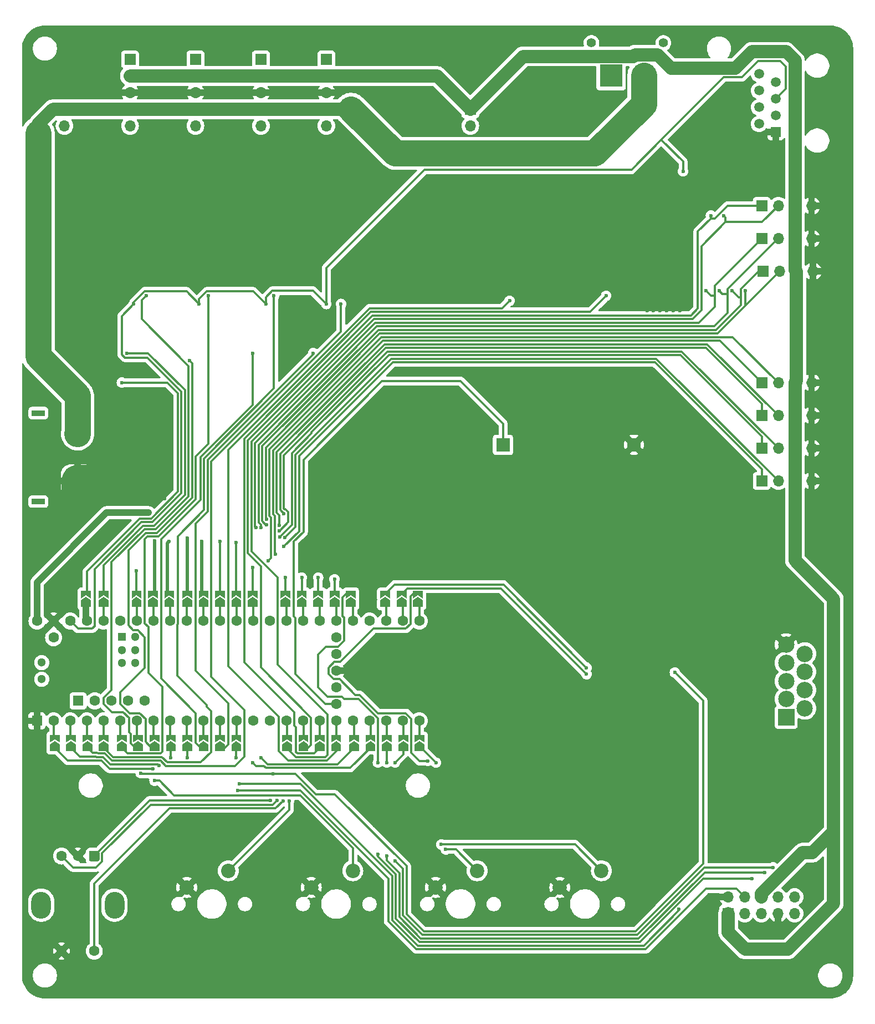
<source format=gbr>
%TF.GenerationSoftware,KiCad,Pcbnew,8.0.1-8.0.1-0~ubuntu20.04.1*%
%TF.CreationDate,2024-06-12T16:02:46+01:00*%
%TF.ProjectId,sensd,73656e73-642e-46b6-9963-61645f706362,rev?*%
%TF.SameCoordinates,Original*%
%TF.FileFunction,Copper,L2,Bot*%
%TF.FilePolarity,Positive*%
%FSLAX46Y46*%
G04 Gerber Fmt 4.6, Leading zero omitted, Abs format (unit mm)*
G04 Created by KiCad (PCBNEW 8.0.1-8.0.1-0~ubuntu20.04.1) date 2024-06-12 16:02:46*
%MOMM*%
%LPD*%
G01*
G04 APERTURE LIST*
%TA.AperFunction,ComponentPad*%
%ADD10R,1.600000X1.600000*%
%TD*%
%TA.AperFunction,ComponentPad*%
%ADD11C,1.600000*%
%TD*%
%TA.AperFunction,ComponentPad*%
%ADD12R,1.300000X1.300000*%
%TD*%
%TA.AperFunction,ComponentPad*%
%ADD13C,1.300000*%
%TD*%
%TA.AperFunction,ComponentPad*%
%ADD14R,1.700000X1.700000*%
%TD*%
%TA.AperFunction,ComponentPad*%
%ADD15O,1.700000X1.700000*%
%TD*%
%TA.AperFunction,ComponentPad*%
%ADD16C,2.200000*%
%TD*%
%TA.AperFunction,ComponentPad*%
%ADD17R,1.500000X1.500000*%
%TD*%
%TA.AperFunction,ComponentPad*%
%ADD18C,1.500000*%
%TD*%
%TA.AperFunction,ComponentPad*%
%ADD19R,2.000000X0.900000*%
%TD*%
%TA.AperFunction,ComponentPad*%
%ADD20C,4.100000*%
%TD*%
%TA.AperFunction,ComponentPad*%
%ADD21O,3.000000X4.100000*%
%TD*%
%TA.AperFunction,ComponentPad*%
%ADD22R,2.100000X2.100000*%
%TD*%
%TA.AperFunction,ComponentPad*%
%ADD23C,2.100000*%
%TD*%
%TA.AperFunction,ComponentPad*%
%ADD24C,1.400000*%
%TD*%
%TA.AperFunction,ComponentPad*%
%ADD25R,3.500000X3.500000*%
%TD*%
%TA.AperFunction,ComponentPad*%
%ADD26C,3.500000*%
%TD*%
%TA.AperFunction,ComponentPad*%
%ADD27R,2.500000X2.500000*%
%TD*%
%TA.AperFunction,ComponentPad*%
%ADD28C,2.500000*%
%TD*%
%TA.AperFunction,ViaPad*%
%ADD29C,0.600000*%
%TD*%
%TA.AperFunction,ViaPad*%
%ADD30C,1.000000*%
%TD*%
%TA.AperFunction,Conductor*%
%ADD31C,0.350000*%
%TD*%
%TA.AperFunction,Conductor*%
%ADD32C,5.000000*%
%TD*%
%TA.AperFunction,Conductor*%
%ADD33C,1.000000*%
%TD*%
%TA.AperFunction,Conductor*%
%ADD34C,2.000000*%
%TD*%
%TA.AperFunction,Conductor*%
%ADD35C,0.500000*%
%TD*%
%TA.AperFunction,Conductor*%
%ADD36C,4.000000*%
%TD*%
G04 APERTURE END LIST*
D10*
%TO.P,U1,1,GND*%
%TO.N,GND*%
X31790000Y-150620000D03*
D11*
%TO.P,U1,2,0_RX1_CRX2_CS1*%
%TO.N,Net-(JP2-B)*%
X34330000Y-150620000D03*
%TO.P,U1,3,1_TX1_CTX2_MISO1*%
%TO.N,Net-(JP3-B)*%
X36870000Y-150620000D03*
%TO.P,U1,4,2_OUT2*%
%TO.N,Net-(JP4-B)*%
X39410000Y-150620000D03*
%TO.P,U1,5,3_LRCLK2*%
%TO.N,Net-(JP5-B)*%
X41950000Y-150620000D03*
%TO.P,U1,6,4_BCLK2*%
%TO.N,Net-(JP6-B)*%
X44490000Y-150620000D03*
%TO.P,U1,7,5_IN2*%
%TO.N,Net-(JP7-B)*%
X47030000Y-150620000D03*
%TO.P,U1,8,6_OUT1D*%
%TO.N,Net-(JP8-B)*%
X49570000Y-150620000D03*
%TO.P,U1,9,7_RX2_OUT1A*%
%TO.N,Net-(JP9-B)*%
X52110000Y-150620000D03*
%TO.P,U1,10,8_TX2_IN1*%
%TO.N,Net-(JP10-B)*%
X54650000Y-150620000D03*
%TO.P,U1,11,9_OUT1C*%
%TO.N,Net-(JP11-B)*%
X57190000Y-150620000D03*
%TO.P,U1,12,10_CS_MQSR*%
%TO.N,Net-(JP12-B)*%
X59730000Y-150620000D03*
%TO.P,U1,13,11_MOSI_CTX1*%
%TO.N,Net-(JP13-B)*%
X62270000Y-150620000D03*
%TO.P,U1,14,12_MISO_MQSL*%
%TO.N,unconnected-(U1-12_MISO_MQSL-Pad14)*%
X64810000Y-150620000D03*
%TO.P,U1,15,3V3*%
%TO.N,+3V3*%
X67350000Y-150620000D03*
%TO.P,U1,16,24_A10_TX6_SCL2*%
%TO.N,Net-(JP15-B)*%
X69890000Y-150620000D03*
%TO.P,U1,17,25_A11_RX6_SDA2*%
%TO.N,Net-(JP16-B)*%
X72430000Y-150620000D03*
%TO.P,U1,18,26_A12_MOSI1*%
%TO.N,Net-(JP17-B)*%
X74970000Y-150620000D03*
%TO.P,U1,19,27_A13_SCK1*%
%TO.N,Net-(JP18-B)*%
X77510000Y-150620000D03*
%TO.P,U1,20,28_RX7*%
%TO.N,Net-(JP19-B)*%
X80050000Y-150620000D03*
%TO.P,U1,21,29_TX7*%
%TO.N,Net-(JP20-B)*%
X82590000Y-150620000D03*
%TO.P,U1,22,30_CRX3*%
%TO.N,Net-(JP21-B)*%
X85130000Y-150620000D03*
%TO.P,U1,23,31_CTX3*%
%TO.N,Net-(JP22-B)*%
X87670000Y-150620000D03*
%TO.P,U1,24,32_OUT1B*%
%TO.N,Net-(JP23-B)*%
X90210000Y-150620000D03*
%TO.P,U1,25,33_MCLK2*%
%TO.N,Net-(JP45-A)*%
X90210000Y-135380000D03*
%TO.P,U1,26,34_RX8*%
%TO.N,Net-(JP44-A)*%
X87670000Y-135380000D03*
%TO.P,U1,27,35_TX8*%
%TO.N,Net-(JP43-A)*%
X85130000Y-135380000D03*
%TO.P,U1,28,36_CS*%
%TO.N,unconnected-(U1-36_CS-Pad28)*%
X82590000Y-135380000D03*
%TO.P,U1,29,37_CS*%
%TO.N,Net-(JP42-A)*%
X80050000Y-135380000D03*
%TO.P,U1,30,38_CS1_IN1*%
%TO.N,Net-(JP41-A)*%
X77510000Y-135380000D03*
%TO.P,U1,31,39_MISO1_OUT1A*%
%TO.N,Net-(JP40-A)*%
X74970000Y-135380000D03*
%TO.P,U1,32,40_A16*%
%TO.N,Net-(JP39-A)*%
X72430000Y-135380000D03*
%TO.P,U1,33,41_A17*%
%TO.N,Net-(JP38-A)*%
X69890000Y-135380000D03*
%TO.P,U1,34,GND*%
%TO.N,GND*%
X67350000Y-135380000D03*
%TO.P,U1,35,13_SCK_LED*%
%TO.N,Net-(JP36-A)*%
X64810000Y-135380000D03*
%TO.P,U1,36,14_A0_TX3_SPDIF_OUT*%
%TO.N,Net-(JP35-A)*%
X62270000Y-135380000D03*
%TO.P,U1,37,15_A1_RX3_SPDIF_IN*%
%TO.N,Net-(JP34-A)*%
X59730000Y-135380000D03*
%TO.P,U1,38,16_A2_RX4_SCL1*%
%TO.N,Net-(JP33-A)*%
X57190000Y-135380000D03*
%TO.P,U1,39,17_A3_TX4_SDA1*%
%TO.N,Net-(JP32-A)*%
X54650000Y-135380000D03*
%TO.P,U1,40,18_A4_SDA*%
%TO.N,Net-(JP31-A)*%
X52110000Y-135380000D03*
%TO.P,U1,41,19_A5_SCL*%
%TO.N,Net-(JP30-A)*%
X49570000Y-135380000D03*
%TO.P,U1,42,20_A6_TX5_LRCLK1*%
%TO.N,Net-(JP29-A)*%
X47030000Y-135380000D03*
%TO.P,U1,43,21_A7_RX5_BCLK1*%
%TO.N,unconnected-(U1-21_A7_RX5_BCLK1-Pad43)*%
X44490000Y-135380000D03*
%TO.P,U1,44,22_A8_CTX1*%
%TO.N,Net-(JP28-A)*%
X41950000Y-135380000D03*
%TO.P,U1,45,23_A9_CRX1_MCLK1*%
%TO.N,Net-(JP27-A)*%
X39410000Y-135380000D03*
%TO.P,U1,46,3V3*%
%TO.N,+3V3*%
X36870000Y-135380000D03*
%TO.P,U1,47,GND*%
%TO.N,GND*%
X34330000Y-135380000D03*
%TO.P,U1,48,VIN*%
%TO.N,+5V*%
X31790000Y-135380000D03*
%TO.P,U1,49,VUSB*%
%TO.N,unconnected-(U1-VUSB-Pad49)*%
X34330000Y-137920000D03*
%TO.P,U1,50,VBAT*%
%TO.N,Net-(BT1-+)*%
X77510000Y-148080000D03*
%TO.P,U1,51,3V3*%
%TO.N,unconnected-(U1-3V3-Pad51)*%
X77510000Y-145540000D03*
%TO.P,U1,52,GND*%
%TO.N,GND*%
X77510000Y-143000000D03*
%TO.P,U1,53,PROGRAM*%
%TO.N,unconnected-(U1-PROGRAM-Pad53)*%
X77510000Y-140460000D03*
%TO.P,U1,54,ON_OFF*%
%TO.N,unconnected-(U1-ON_OFF-Pad54)*%
X77510000Y-137920000D03*
D10*
%TO.P,U1,55,5V*%
%TO.N,unconnected-(U1-5V-Pad55)*%
X38089200Y-147569200D03*
D11*
%TO.P,U1,56,D-*%
%TO.N,unconnected-(U1-D--Pad56)*%
X40629200Y-147569200D03*
%TO.P,U1,57,D+*%
%TO.N,unconnected-(U1-D+-Pad57)*%
X43169200Y-147569200D03*
%TO.P,U1,58,GND*%
%TO.N,unconnected-(U1-GND-Pad58)*%
X45709200Y-147569200D03*
%TO.P,U1,59,GND*%
%TO.N,unconnected-(U1-GND-Pad59)*%
X48249200Y-147569200D03*
D12*
%TO.P,U1,60,R+*%
%TO.N,unconnected-(U1-R+-Pad60)*%
X44760000Y-137818400D03*
D13*
%TO.P,U1,61,LED*%
%TO.N,unconnected-(U1-LED-Pad61)*%
X44760000Y-139818400D03*
%TO.P,U1,62,T-*%
%TO.N,unconnected-(U1-T--Pad62)*%
X44760000Y-141818400D03*
%TO.P,U1,63,T+*%
%TO.N,unconnected-(U1-T+-Pad63)*%
X46760000Y-141818400D03*
%TO.P,U1,64,GND*%
%TO.N,unconnected-(U1-GND-Pad64)*%
X46760000Y-139818400D03*
%TO.P,U1,65,R-*%
%TO.N,unconnected-(U1-R--Pad65)*%
X46760000Y-137818400D03*
%TO.P,U1,66,D-*%
%TO.N,unconnected-(U1-D--Pad66)*%
X32520000Y-141730000D03*
%TO.P,U1,67,D+*%
%TO.N,unconnected-(U1-D+-Pad67)*%
X32520000Y-144270000D03*
%TD*%
D14*
%TO.P,J17,1,Pin_1*%
%TO.N,+12V*%
X36000000Y-57270000D03*
D15*
%TO.P,J17,2,Pin_2*%
%TO.N,Net-(J17-Pin_2)*%
X36000000Y-59810000D03*
%TD*%
D16*
%TO.P,SW4,1,1*%
%TO.N,/SW4*%
X99040000Y-173500000D03*
%TO.P,SW4,2,2*%
%TO.N,GND*%
X92690000Y-176040000D03*
%TD*%
D17*
%TO.P,J13,1*%
%TO.N,GND*%
X144650000Y-60782500D03*
D18*
%TO.P,J13,2*%
%TO.N,unconnected-(J13-Pad2)*%
X142110000Y-59512500D03*
%TO.P,J13,3*%
%TO.N,/SCL3*%
X144650000Y-58242500D03*
%TO.P,J13,4*%
%TO.N,unconnected-(J13-Pad4)*%
X142110000Y-56972500D03*
%TO.P,J13,5*%
%TO.N,+3V3*%
X144650000Y-55702500D03*
%TO.P,J13,6*%
%TO.N,unconnected-(J13-Pad6)*%
X142110000Y-54432500D03*
%TO.P,J13,7*%
%TO.N,/SDA3*%
X144650000Y-53162500D03*
%TO.P,J13,8*%
%TO.N,unconnected-(J13-Pad8)*%
X142110000Y-51892500D03*
%TD*%
D14*
%TO.P,J1,1,Pin_1*%
%TO.N,/RX1*%
X142520000Y-114000000D03*
D15*
%TO.P,J1,2,Pin_2*%
%TO.N,/TX1*%
X145060000Y-114000000D03*
%TO.P,J1,3,Pin_3*%
%TO.N,+5V*%
X147600000Y-114000000D03*
%TO.P,J1,4,Pin_4*%
%TO.N,GND*%
X150140000Y-114000000D03*
%TD*%
D14*
%TO.P,J6,1,Pin_1*%
%TO.N,/SDA2*%
X142520000Y-77000000D03*
D15*
%TO.P,J6,2,Pin_2*%
%TO.N,/SCL2*%
X145060000Y-77000000D03*
%TO.P,J6,3,Pin_3*%
%TO.N,+5V*%
X147600000Y-77000000D03*
%TO.P,J6,4,Pin_4*%
%TO.N,GND*%
X150140000Y-77000000D03*
%TD*%
D19*
%TO.P,J15,*%
%TO.N,*%
X32000000Y-117150000D03*
X32000000Y-103650000D03*
%TO.P,J15,1,Pin_1*%
%TO.N,GND*%
%TA.AperFunction,ComponentPad*%
G36*
G01*
X39025000Y-116050000D02*
X36975000Y-116050000D01*
G75*
G02*
X35950000Y-115025000I0J1025000D01*
G01*
X35950000Y-112975000D01*
G75*
G02*
X36975000Y-111950000I1025000J0D01*
G01*
X39025000Y-111950000D01*
G75*
G02*
X40050000Y-112975000I0J-1025000D01*
G01*
X40050000Y-115025000D01*
G75*
G02*
X39025000Y-116050000I-1025000J0D01*
G01*
G37*
%TD.AperFunction*%
D20*
%TO.P,J15,2,Pin_2*%
%TO.N,+12V*%
X38000000Y-106800000D03*
%TD*%
D14*
%TO.P,J9,1,Pin_1*%
%TO.N,Net-(J9-Pin_1)*%
X66000000Y-49650000D03*
D15*
%TO.P,J9,2,Pin_2*%
%TO.N,+5V*%
X66000000Y-52190000D03*
%TO.P,J9,3,Pin_3*%
%TO.N,GND*%
X66000000Y-54730000D03*
%TO.P,J9,4,Pin_4*%
%TO.N,+12V*%
X66000000Y-57270000D03*
%TO.P,J9,5,Pin_5*%
%TO.N,Net-(J9-Pin_5)*%
X66000000Y-59810000D03*
%TD*%
%TO.P,SW1,A,A*%
%TO.N,/A*%
%TA.AperFunction,ComponentPad*%
G36*
G01*
X39990000Y-170450000D02*
X41090000Y-170450000D01*
G75*
G02*
X41340000Y-170700000I0J-250000D01*
G01*
X41340000Y-171800000D01*
G75*
G02*
X41090000Y-172050000I-250000J0D01*
G01*
X39990000Y-172050000D01*
G75*
G02*
X39740000Y-171800000I0J250000D01*
G01*
X39740000Y-170700000D01*
G75*
G02*
X39990000Y-170450000I250000J0D01*
G01*
G37*
%TD.AperFunction*%
D11*
%TO.P,SW1,B,B*%
%TO.N,/B*%
X35540000Y-171250000D03*
%TO.P,SW1,C,C*%
%TO.N,GND*%
X38040000Y-171250000D03*
%TO.P,SW1,S1,S1*%
%TO.N,/SW1*%
X40540000Y-185750000D03*
%TO.P,SW1,S2,S2*%
%TO.N,GND*%
X35540000Y-185750000D03*
D21*
%TO.P,SW1,SH*%
%TO.N,N/C*%
X43640000Y-178750000D03*
X32440000Y-178750000D03*
%TD*%
D14*
%TO.P,J3,1,Pin_1*%
%TO.N,/RX3*%
X142520000Y-104000000D03*
D15*
%TO.P,J3,2,Pin_2*%
%TO.N,/TX3*%
X145060000Y-104000000D03*
%TO.P,J3,3,Pin_3*%
%TO.N,+5V*%
X147600000Y-104000000D03*
%TO.P,J3,4,Pin_4*%
%TO.N,GND*%
X150140000Y-104000000D03*
%TD*%
D14*
%TO.P,J4,1,Pin_1*%
%TO.N,/RX4*%
X142520000Y-99000000D03*
D15*
%TO.P,J4,2,Pin_2*%
%TO.N,/TX4*%
X145060000Y-99000000D03*
%TO.P,J4,3,Pin_3*%
%TO.N,+5V*%
X147600000Y-99000000D03*
%TO.P,J4,4,Pin_4*%
%TO.N,GND*%
X150140000Y-99000000D03*
%TD*%
D14*
%TO.P,J5,1,Pin_1*%
%TO.N,/SDA1*%
X142710000Y-82000000D03*
D15*
%TO.P,J5,2,Pin_2*%
%TO.N,/SCL1*%
X145250000Y-82000000D03*
%TO.P,J5,3,Pin_3*%
%TO.N,+5V*%
X147790000Y-82000000D03*
%TO.P,J5,4,Pin_4*%
%TO.N,GND*%
X150330000Y-82000000D03*
%TD*%
D14*
%TO.P,J18,1,Pin_1*%
%TO.N,+5V*%
X137380000Y-180040000D03*
D15*
%TO.P,J18,2,Pin_2*%
%TO.N,GND*%
X137380000Y-177500000D03*
%TO.P,J18,3,Pin_3*%
%TO.N,/MOSI*%
X139920000Y-180040000D03*
%TO.P,J18,4,Pin_4*%
%TO.N,/SCK*%
X139920000Y-177500000D03*
%TO.P,J18,5,Pin_5*%
%TO.N,unconnected-(J18-Pin_5-Pad5)*%
X142460000Y-180040000D03*
%TO.P,J18,6,Pin_6*%
%TO.N,+5V*%
X142460000Y-177500000D03*
%TO.P,J18,7,Pin_7*%
%TO.N,GND*%
X145000000Y-180040000D03*
%TO.P,J18,8,Pin_8*%
%TO.N,/CS*%
X145000000Y-177500000D03*
%TO.P,J18,9,Pin_9*%
%TO.N,/DC*%
X147540000Y-180040000D03*
%TO.P,J18,10,Pin_10*%
%TO.N,/RES*%
X147540000Y-177500000D03*
%TD*%
D14*
%TO.P,J2,1,Pin_1*%
%TO.N,/RX2*%
X142520000Y-109000000D03*
D15*
%TO.P,J2,2,Pin_2*%
%TO.N,/TX2*%
X145060000Y-109000000D03*
%TO.P,J2,3,Pin_3*%
%TO.N,+5V*%
X147600000Y-109000000D03*
%TO.P,J2,4,Pin_4*%
%TO.N,GND*%
X150140000Y-109000000D03*
%TD*%
D14*
%TO.P,J16,1,Pin_1*%
%TO.N,+5V*%
X98000000Y-57270000D03*
D15*
%TO.P,J16,2,Pin_2*%
%TO.N,Net-(D2-A)*%
X98000000Y-59810000D03*
%TD*%
D14*
%TO.P,J11,1,Pin_1*%
%TO.N,Net-(J11-Pin_1)*%
X46000000Y-49650000D03*
D15*
%TO.P,J11,2,Pin_2*%
%TO.N,+5V*%
X46000000Y-52190000D03*
%TO.P,J11,3,Pin_3*%
%TO.N,GND*%
X46000000Y-54730000D03*
%TO.P,J11,4,Pin_4*%
%TO.N,+12V*%
X46000000Y-57270000D03*
%TO.P,J11,5,Pin_5*%
%TO.N,Net-(J11-Pin_5)*%
X46000000Y-59810000D03*
%TD*%
D22*
%TO.P,BT1,1,+*%
%TO.N,Net-(BT1-+)*%
X103000000Y-108500000D03*
D23*
%TO.P,BT1,2,-*%
%TO.N,GND*%
X123000000Y-108500000D03*
%TD*%
D16*
%TO.P,SW5,1,1*%
%TO.N,/SW5*%
X118040000Y-173500000D03*
%TO.P,SW5,2,2*%
%TO.N,GND*%
X111690000Y-176040000D03*
%TD*%
%TO.P,SW3,1,1*%
%TO.N,/SW3*%
X80040000Y-173500000D03*
%TO.P,SW3,2,2*%
%TO.N,GND*%
X73690000Y-176040000D03*
%TD*%
%TO.P,SW2,1,1*%
%TO.N,/SW2*%
X61040000Y-173500000D03*
%TO.P,SW2,2,2*%
%TO.N,GND*%
X54690000Y-176040000D03*
%TD*%
D14*
%TO.P,J8,1,Pin_1*%
%TO.N,Net-(J8-Pin_1)*%
X76000000Y-49650000D03*
D15*
%TO.P,J8,2,Pin_2*%
%TO.N,+5V*%
X76000000Y-52190000D03*
%TO.P,J8,3,Pin_3*%
%TO.N,GND*%
X76000000Y-54730000D03*
%TO.P,J8,4,Pin_4*%
%TO.N,+12V*%
X76000000Y-57270000D03*
%TO.P,J8,5,Pin_5*%
%TO.N,Net-(J8-Pin_5)*%
X76000000Y-59810000D03*
%TD*%
D24*
%TO.P,J12,*%
%TO.N,*%
X116500000Y-47150000D03*
X127500000Y-47150000D03*
D25*
%TO.P,J12,1,Pin_1*%
%TO.N,Net-(J12-Pin_1)*%
X119500000Y-52150000D03*
D26*
%TO.P,J12,2,Pin_2*%
%TO.N,+12V*%
X124500000Y-52150000D03*
%TD*%
D14*
%TO.P,J7,1,Pin_1*%
%TO.N,/SDA3*%
X142520000Y-72000000D03*
D15*
%TO.P,J7,2,Pin_2*%
%TO.N,/SCL3*%
X145060000Y-72000000D03*
%TO.P,J7,3,Pin_3*%
%TO.N,+5V*%
X147600000Y-72000000D03*
%TO.P,J7,4,Pin_4*%
%TO.N,GND*%
X150140000Y-72000000D03*
%TD*%
D14*
%TO.P,J10,1,Pin_1*%
%TO.N,Net-(J10-Pin_1)*%
X56000000Y-49650000D03*
D15*
%TO.P,J10,2,Pin_2*%
%TO.N,+5V*%
X56000000Y-52190000D03*
%TO.P,J10,3,Pin_3*%
%TO.N,GND*%
X56000000Y-54730000D03*
%TO.P,J10,4,Pin_4*%
%TO.N,+12V*%
X56000000Y-57270000D03*
%TO.P,J10,5,Pin_5*%
%TO.N,Net-(J10-Pin_5)*%
X56000000Y-59810000D03*
%TD*%
%TA.AperFunction,SMDPad,CuDef*%
%TO.P,JP4,1,A*%
%TO.N,/SERVO1*%
G36*
X39500000Y-153725000D02*
G01*
X40250000Y-154225000D01*
X40250000Y-155225000D01*
X38750000Y-155225000D01*
X38750000Y-154225000D01*
X39500000Y-153725000D01*
G37*
%TD.AperFunction*%
%TA.AperFunction,SMDPad,CuDef*%
%TO.P,JP4,2,B*%
%TO.N,Net-(JP4-B)*%
G36*
X40250000Y-152775000D02*
G01*
X40250000Y-153925000D01*
X39500000Y-153425000D01*
X38750000Y-153925000D01*
X38750000Y-152775000D01*
X40250000Y-152775000D01*
G37*
%TD.AperFunction*%
%TD*%
%TA.AperFunction,SMDPad,CuDef*%
%TO.P,JP9,1,A*%
%TO.N,/RX2*%
G36*
X52250000Y-153725000D02*
G01*
X53000000Y-154225000D01*
X53000000Y-155225000D01*
X51500000Y-155225000D01*
X51500000Y-154225000D01*
X52250000Y-153725000D01*
G37*
%TD.AperFunction*%
%TA.AperFunction,SMDPad,CuDef*%
%TO.P,JP9,2,B*%
%TO.N,Net-(JP9-B)*%
G36*
X53000000Y-152775000D02*
G01*
X53000000Y-153925000D01*
X52250000Y-153425000D01*
X51500000Y-153925000D01*
X51500000Y-152775000D01*
X53000000Y-152775000D01*
G37*
%TD.AperFunction*%
%TD*%
%TA.AperFunction,SMDPad,CuDef*%
%TO.P,JP45,1,A*%
%TO.N,Net-(JP45-A)*%
G36*
X90000000Y-131725000D02*
G01*
X90750000Y-132225000D01*
X90750000Y-133225000D01*
X89250000Y-133225000D01*
X89250000Y-132225000D01*
X90000000Y-131725000D01*
G37*
%TD.AperFunction*%
%TA.AperFunction,SMDPad,CuDef*%
%TO.P,JP45,2,B*%
%TO.N,/SW5*%
G36*
X90750000Y-130775000D02*
G01*
X90750000Y-131925000D01*
X90000000Y-131425000D01*
X89250000Y-131925000D01*
X89250000Y-130775000D01*
X90750000Y-130775000D01*
G37*
%TD.AperFunction*%
%TD*%
%TA.AperFunction,SMDPad,CuDef*%
%TO.P,JP13,1,A*%
%TO.N,/MOSI*%
G36*
X62250000Y-153725000D02*
G01*
X63000000Y-154225000D01*
X63000000Y-155225000D01*
X61500000Y-155225000D01*
X61500000Y-154225000D01*
X62250000Y-153725000D01*
G37*
%TD.AperFunction*%
%TA.AperFunction,SMDPad,CuDef*%
%TO.P,JP13,2,B*%
%TO.N,Net-(JP13-B)*%
G36*
X63000000Y-152775000D02*
G01*
X63000000Y-153925000D01*
X62250000Y-153425000D01*
X61500000Y-153925000D01*
X61500000Y-152775000D01*
X63000000Y-152775000D01*
G37*
%TD.AperFunction*%
%TD*%
%TA.AperFunction,SMDPad,CuDef*%
%TO.P,JP22,1,A*%
%TO.N,/DC*%
G36*
X87750000Y-153725000D02*
G01*
X88500000Y-154225000D01*
X88500000Y-155225000D01*
X87000000Y-155225000D01*
X87000000Y-154225000D01*
X87750000Y-153725000D01*
G37*
%TD.AperFunction*%
%TA.AperFunction,SMDPad,CuDef*%
%TO.P,JP22,2,B*%
%TO.N,Net-(JP22-B)*%
G36*
X88500000Y-152775000D02*
G01*
X88500000Y-153925000D01*
X87750000Y-153425000D01*
X87000000Y-153925000D01*
X87000000Y-152775000D01*
X88500000Y-152775000D01*
G37*
%TD.AperFunction*%
%TD*%
%TA.AperFunction,SMDPad,CuDef*%
%TO.P,JP7,1,A*%
%TO.N,/SERVO4*%
G36*
X47250000Y-153725000D02*
G01*
X48000000Y-154225000D01*
X48000000Y-155225000D01*
X46500000Y-155225000D01*
X46500000Y-154225000D01*
X47250000Y-153725000D01*
G37*
%TD.AperFunction*%
%TA.AperFunction,SMDPad,CuDef*%
%TO.P,JP7,2,B*%
%TO.N,Net-(JP7-B)*%
G36*
X48000000Y-152775000D02*
G01*
X48000000Y-153925000D01*
X47250000Y-153425000D01*
X46500000Y-153925000D01*
X46500000Y-152775000D01*
X48000000Y-152775000D01*
G37*
%TD.AperFunction*%
%TD*%
%TA.AperFunction,SMDPad,CuDef*%
%TO.P,JP19,1,A*%
%TO.N,/RX4*%
G36*
X80250000Y-153725000D02*
G01*
X81000000Y-154225000D01*
X81000000Y-155225000D01*
X79500000Y-155225000D01*
X79500000Y-154225000D01*
X80250000Y-153725000D01*
G37*
%TD.AperFunction*%
%TA.AperFunction,SMDPad,CuDef*%
%TO.P,JP19,2,B*%
%TO.N,Net-(JP19-B)*%
G36*
X81000000Y-152775000D02*
G01*
X81000000Y-153925000D01*
X80250000Y-153425000D01*
X79500000Y-153925000D01*
X79500000Y-152775000D01*
X81000000Y-152775000D01*
G37*
%TD.AperFunction*%
%TD*%
%TA.AperFunction,SMDPad,CuDef*%
%TO.P,JP11,1,A*%
%TO.N,/FAN2*%
G36*
X57250000Y-153725000D02*
G01*
X58000000Y-154225000D01*
X58000000Y-155225000D01*
X56500000Y-155225000D01*
X56500000Y-154225000D01*
X57250000Y-153725000D01*
G37*
%TD.AperFunction*%
%TA.AperFunction,SMDPad,CuDef*%
%TO.P,JP11,2,B*%
%TO.N,Net-(JP11-B)*%
G36*
X58000000Y-152775000D02*
G01*
X58000000Y-153925000D01*
X57250000Y-153425000D01*
X56500000Y-153925000D01*
X56500000Y-152775000D01*
X58000000Y-152775000D01*
G37*
%TD.AperFunction*%
%TD*%
%TA.AperFunction,SMDPad,CuDef*%
%TO.P,JP15,1,A*%
%TO.N,/SCL3*%
G36*
X70000000Y-153725000D02*
G01*
X70750000Y-154225000D01*
X70750000Y-155225000D01*
X69250000Y-155225000D01*
X69250000Y-154225000D01*
X70000000Y-153725000D01*
G37*
%TD.AperFunction*%
%TA.AperFunction,SMDPad,CuDef*%
%TO.P,JP15,2,B*%
%TO.N,Net-(JP15-B)*%
G36*
X70750000Y-152775000D02*
G01*
X70750000Y-153925000D01*
X70000000Y-153425000D01*
X69250000Y-153925000D01*
X69250000Y-152775000D01*
X70750000Y-152775000D01*
G37*
%TD.AperFunction*%
%TD*%
%TA.AperFunction,SMDPad,CuDef*%
%TO.P,JP21,1,A*%
%TO.N,/RES*%
G36*
X85250000Y-153725000D02*
G01*
X86000000Y-154225000D01*
X86000000Y-155225000D01*
X84500000Y-155225000D01*
X84500000Y-154225000D01*
X85250000Y-153725000D01*
G37*
%TD.AperFunction*%
%TA.AperFunction,SMDPad,CuDef*%
%TO.P,JP21,2,B*%
%TO.N,Net-(JP21-B)*%
G36*
X86000000Y-152775000D02*
G01*
X86000000Y-153925000D01*
X85250000Y-153425000D01*
X84500000Y-153925000D01*
X84500000Y-152775000D01*
X86000000Y-152775000D01*
G37*
%TD.AperFunction*%
%TD*%
%TA.AperFunction,SMDPad,CuDef*%
%TO.P,JP34,1,A*%
%TO.N,Net-(JP34-A)*%
G36*
X59750000Y-131725000D02*
G01*
X60500000Y-132225000D01*
X60500000Y-133225000D01*
X59000000Y-133225000D01*
X59000000Y-132225000D01*
X59750000Y-131725000D01*
G37*
%TD.AperFunction*%
%TA.AperFunction,SMDPad,CuDef*%
%TO.P,JP34,2,B*%
%TO.N,/RX3*%
G36*
X60500000Y-130775000D02*
G01*
X60500000Y-131925000D01*
X59750000Y-131425000D01*
X59000000Y-131925000D01*
X59000000Y-130775000D01*
X60500000Y-130775000D01*
G37*
%TD.AperFunction*%
%TD*%
%TA.AperFunction,SMDPad,CuDef*%
%TO.P,JP44,1,A*%
%TO.N,Net-(JP44-A)*%
G36*
X87500000Y-131725000D02*
G01*
X88250000Y-132225000D01*
X88250000Y-133225000D01*
X86750000Y-133225000D01*
X86750000Y-132225000D01*
X87500000Y-131725000D01*
G37*
%TD.AperFunction*%
%TA.AperFunction,SMDPad,CuDef*%
%TO.P,JP44,2,B*%
%TO.N,/RX5*%
G36*
X88250000Y-130775000D02*
G01*
X88250000Y-131925000D01*
X87500000Y-131425000D01*
X86750000Y-131925000D01*
X86750000Y-130775000D01*
X88250000Y-130775000D01*
G37*
%TD.AperFunction*%
%TD*%
%TA.AperFunction,SMDPad,CuDef*%
%TO.P,JP10,1,A*%
%TO.N,/TX2*%
G36*
X54750000Y-153725000D02*
G01*
X55500000Y-154225000D01*
X55500000Y-155225000D01*
X54000000Y-155225000D01*
X54000000Y-154225000D01*
X54750000Y-153725000D01*
G37*
%TD.AperFunction*%
%TA.AperFunction,SMDPad,CuDef*%
%TO.P,JP10,2,B*%
%TO.N,Net-(JP10-B)*%
G36*
X55500000Y-152775000D02*
G01*
X55500000Y-153925000D01*
X54750000Y-153425000D01*
X54000000Y-153925000D01*
X54000000Y-152775000D01*
X55500000Y-152775000D01*
G37*
%TD.AperFunction*%
%TD*%
%TA.AperFunction,SMDPad,CuDef*%
%TO.P,JP23,1,A*%
%TO.N,/SW4*%
G36*
X90250000Y-153725000D02*
G01*
X91000000Y-154225000D01*
X91000000Y-155225000D01*
X89500000Y-155225000D01*
X89500000Y-154225000D01*
X90250000Y-153725000D01*
G37*
%TD.AperFunction*%
%TA.AperFunction,SMDPad,CuDef*%
%TO.P,JP23,2,B*%
%TO.N,Net-(JP23-B)*%
G36*
X91000000Y-152775000D02*
G01*
X91000000Y-153925000D01*
X90250000Y-153425000D01*
X89500000Y-153925000D01*
X89500000Y-152775000D01*
X91000000Y-152775000D01*
G37*
%TD.AperFunction*%
%TD*%
%TA.AperFunction,SMDPad,CuDef*%
%TO.P,JP30,1,A*%
%TO.N,Net-(JP30-A)*%
G36*
X49500000Y-131725000D02*
G01*
X50250000Y-132225000D01*
X50250000Y-133225000D01*
X48750000Y-133225000D01*
X48750000Y-132225000D01*
X49500000Y-131725000D01*
G37*
%TD.AperFunction*%
%TA.AperFunction,SMDPad,CuDef*%
%TO.P,JP30,2,B*%
%TO.N,/SCL1*%
G36*
X50250000Y-130775000D02*
G01*
X50250000Y-131925000D01*
X49500000Y-131425000D01*
X48750000Y-131925000D01*
X48750000Y-130775000D01*
X50250000Y-130775000D01*
G37*
%TD.AperFunction*%
%TD*%
%TA.AperFunction,SMDPad,CuDef*%
%TO.P,JP42,1,A*%
%TO.N,Net-(JP42-A)*%
G36*
X79750000Y-131725000D02*
G01*
X80500000Y-132225000D01*
X80500000Y-133225000D01*
X79000000Y-133225000D01*
X79000000Y-132225000D01*
X79750000Y-131725000D01*
G37*
%TD.AperFunction*%
%TA.AperFunction,SMDPad,CuDef*%
%TO.P,JP42,2,B*%
%TO.N,/CS*%
G36*
X80500000Y-130775000D02*
G01*
X80500000Y-131925000D01*
X79750000Y-131425000D01*
X79000000Y-131925000D01*
X79000000Y-130775000D01*
X80500000Y-130775000D01*
G37*
%TD.AperFunction*%
%TD*%
%TA.AperFunction,SMDPad,CuDef*%
%TO.P,JP8,1,A*%
%TO.N,/FAN3*%
G36*
X49750000Y-153725000D02*
G01*
X50500000Y-154225000D01*
X50500000Y-155225000D01*
X49000000Y-155225000D01*
X49000000Y-154225000D01*
X49750000Y-153725000D01*
G37*
%TD.AperFunction*%
%TA.AperFunction,SMDPad,CuDef*%
%TO.P,JP8,2,B*%
%TO.N,Net-(JP8-B)*%
G36*
X50500000Y-152775000D02*
G01*
X50500000Y-153925000D01*
X49750000Y-153425000D01*
X49000000Y-153925000D01*
X49000000Y-152775000D01*
X50500000Y-152775000D01*
G37*
%TD.AperFunction*%
%TD*%
%TA.AperFunction,SMDPad,CuDef*%
%TO.P,JP12,1,A*%
%TO.N,/FAN1*%
G36*
X59750000Y-153725000D02*
G01*
X60500000Y-154225000D01*
X60500000Y-155225000D01*
X59000000Y-155225000D01*
X59000000Y-154225000D01*
X59750000Y-153725000D01*
G37*
%TD.AperFunction*%
%TA.AperFunction,SMDPad,CuDef*%
%TO.P,JP12,2,B*%
%TO.N,Net-(JP12-B)*%
G36*
X60500000Y-152775000D02*
G01*
X60500000Y-153925000D01*
X59750000Y-153425000D01*
X59000000Y-153925000D01*
X59000000Y-152775000D01*
X60500000Y-152775000D01*
G37*
%TD.AperFunction*%
%TD*%
%TA.AperFunction,SMDPad,CuDef*%
%TO.P,JP6,1,A*%
%TO.N,/SERVO3*%
G36*
X44750000Y-153725000D02*
G01*
X45500000Y-154225000D01*
X45500000Y-155225000D01*
X44000000Y-155225000D01*
X44000000Y-154225000D01*
X44750000Y-153725000D01*
G37*
%TD.AperFunction*%
%TA.AperFunction,SMDPad,CuDef*%
%TO.P,JP6,2,B*%
%TO.N,Net-(JP6-B)*%
G36*
X45500000Y-152775000D02*
G01*
X45500000Y-153925000D01*
X44750000Y-153425000D01*
X44000000Y-153925000D01*
X44000000Y-152775000D01*
X45500000Y-152775000D01*
G37*
%TD.AperFunction*%
%TD*%
%TA.AperFunction,SMDPad,CuDef*%
%TO.P,JP31,1,A*%
%TO.N,Net-(JP31-A)*%
G36*
X52000000Y-131725000D02*
G01*
X52750000Y-132225000D01*
X52750000Y-133225000D01*
X51250000Y-133225000D01*
X51250000Y-132225000D01*
X52000000Y-131725000D01*
G37*
%TD.AperFunction*%
%TA.AperFunction,SMDPad,CuDef*%
%TO.P,JP31,2,B*%
%TO.N,/SDA1*%
G36*
X52750000Y-130775000D02*
G01*
X52750000Y-131925000D01*
X52000000Y-131425000D01*
X51250000Y-131925000D01*
X51250000Y-130775000D01*
X52750000Y-130775000D01*
G37*
%TD.AperFunction*%
%TD*%
%TA.AperFunction,SMDPad,CuDef*%
%TO.P,JP29,1,A*%
%TO.N,Net-(JP29-A)*%
G36*
X47000000Y-131725000D02*
G01*
X47750000Y-132225000D01*
X47750000Y-133225000D01*
X46250000Y-133225000D01*
X46250000Y-132225000D01*
X47000000Y-131725000D01*
G37*
%TD.AperFunction*%
%TA.AperFunction,SMDPad,CuDef*%
%TO.P,JP29,2,B*%
%TO.N,/SW3*%
G36*
X47750000Y-130775000D02*
G01*
X47750000Y-131925000D01*
X47000000Y-131425000D01*
X46250000Y-131925000D01*
X46250000Y-130775000D01*
X47750000Y-130775000D01*
G37*
%TD.AperFunction*%
%TD*%
%TA.AperFunction,SMDPad,CuDef*%
%TO.P,JP43,1,A*%
%TO.N,Net-(JP43-A)*%
G36*
X85000000Y-131725000D02*
G01*
X85750000Y-132225000D01*
X85750000Y-133225000D01*
X84250000Y-133225000D01*
X84250000Y-132225000D01*
X85000000Y-131725000D01*
G37*
%TD.AperFunction*%
%TA.AperFunction,SMDPad,CuDef*%
%TO.P,JP43,2,B*%
%TO.N,/TX5*%
G36*
X85750000Y-130775000D02*
G01*
X85750000Y-131925000D01*
X85000000Y-131425000D01*
X84250000Y-131925000D01*
X84250000Y-130775000D01*
X85750000Y-130775000D01*
G37*
%TD.AperFunction*%
%TD*%
%TA.AperFunction,SMDPad,CuDef*%
%TO.P,JP20,1,A*%
%TO.N,/TX4*%
G36*
X82750000Y-153725000D02*
G01*
X83500000Y-154225000D01*
X83500000Y-155225000D01*
X82000000Y-155225000D01*
X82000000Y-154225000D01*
X82750000Y-153725000D01*
G37*
%TD.AperFunction*%
%TA.AperFunction,SMDPad,CuDef*%
%TO.P,JP20,2,B*%
%TO.N,Net-(JP20-B)*%
G36*
X83500000Y-152775000D02*
G01*
X83500000Y-153925000D01*
X82750000Y-153425000D01*
X82000000Y-153925000D01*
X82000000Y-152775000D01*
X83500000Y-152775000D01*
G37*
%TD.AperFunction*%
%TD*%
%TA.AperFunction,SMDPad,CuDef*%
%TO.P,JP41,1,A*%
%TO.N,Net-(JP41-A)*%
G36*
X77250000Y-131725000D02*
G01*
X78000000Y-132225000D01*
X78000000Y-133225000D01*
X76500000Y-133225000D01*
X76500000Y-132225000D01*
X77250000Y-131725000D01*
G37*
%TD.AperFunction*%
%TA.AperFunction,SMDPad,CuDef*%
%TO.P,JP41,2,B*%
%TO.N,/SW2*%
G36*
X78000000Y-130775000D02*
G01*
X78000000Y-131925000D01*
X77250000Y-131425000D01*
X76500000Y-131925000D01*
X76500000Y-130775000D01*
X78000000Y-130775000D01*
G37*
%TD.AperFunction*%
%TD*%
D27*
%TO.P,J14,1,1*%
%TO.N,unconnected-(J14-Pad1)*%
X146250000Y-150080000D03*
D28*
%TO.P,J14,2,2*%
%TO.N,Net-(J14-Pad2)*%
X146250000Y-147310000D03*
%TO.P,J14,3,3*%
%TO.N,Net-(J14-Pad3)*%
X146250000Y-144540000D03*
%TO.P,J14,4,4*%
%TO.N,unconnected-(J14-Pad4)*%
X146250000Y-141770000D03*
%TO.P,J14,5,5*%
%TO.N,GND*%
X146250000Y-139000000D03*
%TO.P,J14,6,6*%
%TO.N,unconnected-(J14-Pad6)*%
X149090000Y-148695000D03*
%TO.P,J14,7,7*%
%TO.N,unconnected-(J14-Pad7)*%
X149090000Y-145925000D03*
%TO.P,J14,8,8*%
%TO.N,unconnected-(J14-Pad8)*%
X149090000Y-143155000D03*
%TO.P,J14,9,9*%
%TO.N,unconnected-(J14-Pad9)*%
X149090000Y-140385000D03*
%TD*%
%TA.AperFunction,SMDPad,CuDef*%
%TO.P,JP32,1,A*%
%TO.N,Net-(JP32-A)*%
G36*
X54750000Y-131725000D02*
G01*
X55500000Y-132225000D01*
X55500000Y-133225000D01*
X54000000Y-133225000D01*
X54000000Y-132225000D01*
X54750000Y-131725000D01*
G37*
%TD.AperFunction*%
%TA.AperFunction,SMDPad,CuDef*%
%TO.P,JP32,2,B*%
%TO.N,/SDA2*%
G36*
X55500000Y-130775000D02*
G01*
X55500000Y-131925000D01*
X54750000Y-131425000D01*
X54000000Y-131925000D01*
X54000000Y-130775000D01*
X55500000Y-130775000D01*
G37*
%TD.AperFunction*%
%TD*%
%TA.AperFunction,SMDPad,CuDef*%
%TO.P,JP3,1,A*%
%TO.N,/TX1*%
G36*
X37000000Y-153725000D02*
G01*
X37750000Y-154225000D01*
X37750000Y-155225000D01*
X36250000Y-155225000D01*
X36250000Y-154225000D01*
X37000000Y-153725000D01*
G37*
%TD.AperFunction*%
%TA.AperFunction,SMDPad,CuDef*%
%TO.P,JP3,2,B*%
%TO.N,Net-(JP3-B)*%
G36*
X37750000Y-152775000D02*
G01*
X37750000Y-153925000D01*
X37000000Y-153425000D01*
X36250000Y-153925000D01*
X36250000Y-152775000D01*
X37750000Y-152775000D01*
G37*
%TD.AperFunction*%
%TD*%
%TA.AperFunction,SMDPad,CuDef*%
%TO.P,JP39,1,A*%
%TO.N,Net-(JP39-A)*%
G36*
X72250000Y-131725000D02*
G01*
X73000000Y-132225000D01*
X73000000Y-133225000D01*
X71500000Y-133225000D01*
X71500000Y-132225000D01*
X72250000Y-131725000D01*
G37*
%TD.AperFunction*%
%TA.AperFunction,SMDPad,CuDef*%
%TO.P,JP39,2,B*%
%TO.N,/B*%
G36*
X73000000Y-130775000D02*
G01*
X73000000Y-131925000D01*
X72250000Y-131425000D01*
X71500000Y-131925000D01*
X71500000Y-130775000D01*
X73000000Y-130775000D01*
G37*
%TD.AperFunction*%
%TD*%
%TA.AperFunction,SMDPad,CuDef*%
%TO.P,JP33,1,A*%
%TO.N,Net-(JP33-A)*%
G36*
X57250000Y-131725000D02*
G01*
X58000000Y-132225000D01*
X58000000Y-133225000D01*
X56500000Y-133225000D01*
X56500000Y-132225000D01*
X57250000Y-131725000D01*
G37*
%TD.AperFunction*%
%TA.AperFunction,SMDPad,CuDef*%
%TO.P,JP33,2,B*%
%TO.N,/SCL2*%
G36*
X58000000Y-130775000D02*
G01*
X58000000Y-131925000D01*
X57250000Y-131425000D01*
X56500000Y-131925000D01*
X56500000Y-130775000D01*
X58000000Y-130775000D01*
G37*
%TD.AperFunction*%
%TD*%
%TA.AperFunction,SMDPad,CuDef*%
%TO.P,JP16,1,A*%
%TO.N,/SDA3*%
G36*
X72500000Y-153725000D02*
G01*
X73250000Y-154225000D01*
X73250000Y-155225000D01*
X71750000Y-155225000D01*
X71750000Y-154225000D01*
X72500000Y-153725000D01*
G37*
%TD.AperFunction*%
%TA.AperFunction,SMDPad,CuDef*%
%TO.P,JP16,2,B*%
%TO.N,Net-(JP16-B)*%
G36*
X73250000Y-152775000D02*
G01*
X73250000Y-153925000D01*
X72500000Y-153425000D01*
X71750000Y-153925000D01*
X71750000Y-152775000D01*
X73250000Y-152775000D01*
G37*
%TD.AperFunction*%
%TD*%
%TA.AperFunction,SMDPad,CuDef*%
%TO.P,JP5,1,A*%
%TO.N,/SERVO2*%
G36*
X42000000Y-153725000D02*
G01*
X42750000Y-154225000D01*
X42750000Y-155225000D01*
X41250000Y-155225000D01*
X41250000Y-154225000D01*
X42000000Y-153725000D01*
G37*
%TD.AperFunction*%
%TA.AperFunction,SMDPad,CuDef*%
%TO.P,JP5,2,B*%
%TO.N,Net-(JP5-B)*%
G36*
X42750000Y-152775000D02*
G01*
X42750000Y-153925000D01*
X42000000Y-153425000D01*
X41250000Y-153925000D01*
X41250000Y-152775000D01*
X42750000Y-152775000D01*
G37*
%TD.AperFunction*%
%TD*%
%TA.AperFunction,SMDPad,CuDef*%
%TO.P,JP38,1,A*%
%TO.N,Net-(JP38-A)*%
G36*
X69750000Y-131725000D02*
G01*
X70500000Y-132225000D01*
X70500000Y-133225000D01*
X69000000Y-133225000D01*
X69000000Y-132225000D01*
X69750000Y-131725000D01*
G37*
%TD.AperFunction*%
%TA.AperFunction,SMDPad,CuDef*%
%TO.P,JP38,2,B*%
%TO.N,/A*%
G36*
X70500000Y-130775000D02*
G01*
X70500000Y-131925000D01*
X69750000Y-131425000D01*
X69000000Y-131925000D01*
X69000000Y-130775000D01*
X70500000Y-130775000D01*
G37*
%TD.AperFunction*%
%TD*%
%TA.AperFunction,SMDPad,CuDef*%
%TO.P,JP40,1,A*%
%TO.N,Net-(JP40-A)*%
G36*
X74750000Y-131725000D02*
G01*
X75500000Y-132225000D01*
X75500000Y-133225000D01*
X74000000Y-133225000D01*
X74000000Y-132225000D01*
X74750000Y-131725000D01*
G37*
%TD.AperFunction*%
%TA.AperFunction,SMDPad,CuDef*%
%TO.P,JP40,2,B*%
%TO.N,/SW1*%
G36*
X75500000Y-130775000D02*
G01*
X75500000Y-131925000D01*
X74750000Y-131425000D01*
X74000000Y-131925000D01*
X74000000Y-130775000D01*
X75500000Y-130775000D01*
G37*
%TD.AperFunction*%
%TD*%
%TA.AperFunction,SMDPad,CuDef*%
%TO.P,JP28,1,A*%
%TO.N,Net-(JP28-A)*%
G36*
X42000000Y-131725000D02*
G01*
X42750000Y-132225000D01*
X42750000Y-133225000D01*
X41250000Y-133225000D01*
X41250000Y-132225000D01*
X42000000Y-131725000D01*
G37*
%TD.AperFunction*%
%TA.AperFunction,SMDPad,CuDef*%
%TO.P,JP28,2,B*%
%TO.N,/FAN4*%
G36*
X42750000Y-130775000D02*
G01*
X42750000Y-131925000D01*
X42000000Y-131425000D01*
X41250000Y-131925000D01*
X41250000Y-130775000D01*
X42750000Y-130775000D01*
G37*
%TD.AperFunction*%
%TD*%
%TA.AperFunction,SMDPad,CuDef*%
%TO.P,JP2,1,A*%
%TO.N,/RX1*%
G36*
X34500000Y-153725000D02*
G01*
X35250000Y-154225000D01*
X35250000Y-155225000D01*
X33750000Y-155225000D01*
X33750000Y-154225000D01*
X34500000Y-153725000D01*
G37*
%TD.AperFunction*%
%TA.AperFunction,SMDPad,CuDef*%
%TO.P,JP2,2,B*%
%TO.N,Net-(JP2-B)*%
G36*
X35250000Y-152775000D02*
G01*
X35250000Y-153925000D01*
X34500000Y-153425000D01*
X33750000Y-153925000D01*
X33750000Y-152775000D01*
X35250000Y-152775000D01*
G37*
%TD.AperFunction*%
%TD*%
%TA.AperFunction,SMDPad,CuDef*%
%TO.P,JP35,1,A*%
%TO.N,Net-(JP35-A)*%
G36*
X62250000Y-131725000D02*
G01*
X63000000Y-132225000D01*
X63000000Y-133225000D01*
X61500000Y-133225000D01*
X61500000Y-132225000D01*
X62250000Y-131725000D01*
G37*
%TD.AperFunction*%
%TA.AperFunction,SMDPad,CuDef*%
%TO.P,JP35,2,B*%
%TO.N,/TX3*%
G36*
X63000000Y-130775000D02*
G01*
X63000000Y-131925000D01*
X62250000Y-131425000D01*
X61500000Y-131925000D01*
X61500000Y-130775000D01*
X63000000Y-130775000D01*
G37*
%TD.AperFunction*%
%TD*%
%TA.AperFunction,SMDPad,CuDef*%
%TO.P,JP18,1,A*%
%TO.N,/WATER*%
G36*
X77500000Y-153725000D02*
G01*
X78250000Y-154225000D01*
X78250000Y-155225000D01*
X76750000Y-155225000D01*
X76750000Y-154225000D01*
X77500000Y-153725000D01*
G37*
%TD.AperFunction*%
%TA.AperFunction,SMDPad,CuDef*%
%TO.P,JP18,2,B*%
%TO.N,Net-(JP18-B)*%
G36*
X78250000Y-152775000D02*
G01*
X78250000Y-153925000D01*
X77500000Y-153425000D01*
X76750000Y-153925000D01*
X76750000Y-152775000D01*
X78250000Y-152775000D01*
G37*
%TD.AperFunction*%
%TD*%
%TA.AperFunction,SMDPad,CuDef*%
%TO.P,JP17,1,A*%
%TO.N,/HEATER*%
G36*
X75000000Y-153725000D02*
G01*
X75750000Y-154225000D01*
X75750000Y-155225000D01*
X74250000Y-155225000D01*
X74250000Y-154225000D01*
X75000000Y-153725000D01*
G37*
%TD.AperFunction*%
%TA.AperFunction,SMDPad,CuDef*%
%TO.P,JP17,2,B*%
%TO.N,Net-(JP17-B)*%
G36*
X75750000Y-152775000D02*
G01*
X75750000Y-153925000D01*
X75000000Y-153425000D01*
X74250000Y-153925000D01*
X74250000Y-152775000D01*
X75750000Y-152775000D01*
G37*
%TD.AperFunction*%
%TD*%
%TA.AperFunction,SMDPad,CuDef*%
%TO.P,JP36,1,A*%
%TO.N,Net-(JP36-A)*%
G36*
X64750000Y-131725000D02*
G01*
X65500000Y-132225000D01*
X65500000Y-133225000D01*
X64000000Y-133225000D01*
X64000000Y-132225000D01*
X64750000Y-131725000D01*
G37*
%TD.AperFunction*%
%TA.AperFunction,SMDPad,CuDef*%
%TO.P,JP36,2,B*%
%TO.N,/SCK*%
G36*
X65500000Y-130775000D02*
G01*
X65500000Y-131925000D01*
X64750000Y-131425000D01*
X64000000Y-131925000D01*
X64000000Y-130775000D01*
X65500000Y-130775000D01*
G37*
%TD.AperFunction*%
%TD*%
%TA.AperFunction,SMDPad,CuDef*%
%TO.P,JP27,1,A*%
%TO.N,Net-(JP27-A)*%
G36*
X39250000Y-131725000D02*
G01*
X40000000Y-132225000D01*
X40000000Y-133225000D01*
X38500000Y-133225000D01*
X38500000Y-132225000D01*
X39250000Y-131725000D01*
G37*
%TD.AperFunction*%
%TA.AperFunction,SMDPad,CuDef*%
%TO.P,JP27,2,B*%
%TO.N,/FAN5*%
G36*
X40000000Y-130775000D02*
G01*
X40000000Y-131925000D01*
X39250000Y-131425000D01*
X38500000Y-131925000D01*
X38500000Y-130775000D01*
X40000000Y-130775000D01*
G37*
%TD.AperFunction*%
%TD*%
D29*
%TO.N,/TX1*%
X69674423Y-122674424D03*
X50448793Y-157431207D03*
%TO.N,/RX1*%
X69500000Y-124000000D03*
X49500000Y-157930000D03*
%TO.N,GND*%
X46250000Y-102750000D03*
X50250000Y-111750000D03*
X48250000Y-102750000D03*
X50250000Y-113750000D03*
X46250000Y-116750000D03*
X50250000Y-103750000D03*
X49250000Y-100750000D03*
X130000000Y-84000000D03*
X50250000Y-116750000D03*
X51250000Y-115750000D03*
X126000000Y-87000000D03*
X46250000Y-115750000D03*
X129000000Y-88000000D03*
X50250000Y-112750000D03*
X88250000Y-83250000D03*
X126000000Y-85000000D03*
X48250000Y-101750000D03*
X47250000Y-114750000D03*
X50250000Y-102750000D03*
X125000000Y-84000000D03*
X126000000Y-83000000D03*
X47250000Y-103750000D03*
X127000000Y-83000000D03*
X128000000Y-85000000D03*
X50250000Y-115750000D03*
X83250000Y-83250000D03*
X129000000Y-85000000D03*
X47250000Y-115750000D03*
X51250000Y-102750000D03*
X51250000Y-114750000D03*
X51250000Y-103750000D03*
X48250000Y-116750000D03*
X46250000Y-105750000D03*
X84250000Y-85250000D03*
X49250000Y-103750000D03*
X84250000Y-80250000D03*
X84250000Y-81250000D03*
X47250000Y-104750000D03*
X51250000Y-104750000D03*
X88250000Y-84250000D03*
X87250000Y-83250000D03*
X130000000Y-87000000D03*
X50250000Y-105750000D03*
X49250000Y-111750000D03*
X85250000Y-81250000D03*
X86250000Y-84250000D03*
X51250000Y-111750000D03*
X46250000Y-104750000D03*
X128000000Y-86000000D03*
X49250000Y-102750000D03*
X88250000Y-85250000D03*
X127000000Y-86000000D03*
X49250000Y-101750000D03*
X46250000Y-103750000D03*
X126000000Y-84000000D03*
X130000000Y-88000000D03*
X48250000Y-104750000D03*
X127000000Y-87000000D03*
X125000000Y-86000000D03*
X125000000Y-85000000D03*
X50250000Y-104750000D03*
X48250000Y-113750000D03*
X51250000Y-113750000D03*
X51250000Y-105750000D03*
X127000000Y-85000000D03*
X47250000Y-112750000D03*
X46250000Y-113750000D03*
X128000000Y-83000000D03*
X88250000Y-82250000D03*
X48250000Y-114750000D03*
X88250000Y-80250000D03*
X46250000Y-101750000D03*
X129000000Y-87000000D03*
X48250000Y-112750000D03*
X85250000Y-85250000D03*
X127000000Y-84000000D03*
X86250000Y-83250000D03*
X49250000Y-114750000D03*
X127000000Y-88000000D03*
X88250000Y-81250000D03*
X83250000Y-80250000D03*
X50250000Y-100750000D03*
X47250000Y-113750000D03*
X48250000Y-115750000D03*
X128000000Y-84000000D03*
X49250000Y-105750000D03*
X86250000Y-82250000D03*
X83250000Y-84250000D03*
X51250000Y-112750000D03*
X84250000Y-83250000D03*
X46250000Y-112750000D03*
X47250000Y-101750000D03*
X46250000Y-111750000D03*
X49250000Y-112750000D03*
X84250000Y-84250000D03*
X48250000Y-100750000D03*
X48250000Y-105750000D03*
X51250000Y-116750000D03*
X129000000Y-84000000D03*
X129000000Y-86000000D03*
X49250000Y-113750000D03*
X83250000Y-82250000D03*
X129000000Y-83000000D03*
X85250000Y-83250000D03*
X87250000Y-84250000D03*
X85250000Y-80250000D03*
X125000000Y-88000000D03*
X46250000Y-100750000D03*
X84250000Y-82250000D03*
X50250000Y-101750000D03*
X130000000Y-85000000D03*
X46250000Y-114750000D03*
X51250000Y-100750000D03*
X48250000Y-103750000D03*
X128000000Y-87000000D03*
X86250000Y-80250000D03*
X130000000Y-86000000D03*
X86250000Y-85250000D03*
X47250000Y-100750000D03*
X49250000Y-116750000D03*
X125000000Y-83000000D03*
X87250000Y-85250000D03*
X50250000Y-114750000D03*
X130000000Y-83000000D03*
X87250000Y-82250000D03*
X47250000Y-111750000D03*
X49250000Y-104750000D03*
X126000000Y-86000000D03*
X51250000Y-101750000D03*
X126000000Y-88000000D03*
X47250000Y-102750000D03*
X125000000Y-87000000D03*
X47250000Y-116750000D03*
X49250000Y-115750000D03*
X83250000Y-81250000D03*
X86250000Y-81250000D03*
X83250000Y-85250000D03*
X48250000Y-111750000D03*
X128000000Y-88000000D03*
X47250000Y-105750000D03*
X87250000Y-81250000D03*
X85250000Y-84250000D03*
X87250000Y-80250000D03*
X85250000Y-82250000D03*
D30*
%TO.N,+5V*%
X48858579Y-118858578D03*
D29*
%TO.N,/RX2*%
X68857138Y-122537113D03*
X52250000Y-156250000D03*
%TO.N,/TX2*%
X54750000Y-156275000D03*
X68823023Y-121616632D03*
%TO.N,/RX3*%
X69500000Y-119000000D03*
X59750000Y-123250000D03*
%TO.N,/TX3*%
X68785932Y-120742530D03*
X62250000Y-123366844D03*
%TO.N,/RX4*%
X68220000Y-125187075D03*
X66000000Y-156250000D03*
%TO.N,/TX4*%
X64750000Y-157000000D03*
X67080099Y-126202391D03*
%TO.N,/SCL1*%
X49750000Y-123158578D03*
X66885932Y-119857587D03*
X140000000Y-85000000D03*
%TO.N,/SDA1*%
X138000000Y-85000000D03*
X51994975Y-123244975D03*
X66885932Y-120657590D03*
%TO.N,/SCL2*%
X136000000Y-85000000D03*
X57000000Y-123250000D03*
X66019903Y-121111642D03*
%TO.N,/SDA2*%
X134000000Y-85000000D03*
X65220000Y-121124286D03*
X54750000Y-122750000D03*
%TO.N,/SCL3*%
X136750000Y-73500000D03*
%TO.N,/SDA3*%
X134750000Y-73500000D03*
%TO.N,/SERVO1*%
X78250000Y-87000000D03*
%TO.N,/SERVO2*%
X68000000Y-85750000D03*
%TO.N,/SERVO3*%
X58000000Y-85750000D03*
%TO.N,/SERVO4*%
X48500000Y-85750000D03*
%TO.N,+3V3*%
X66750000Y-87000000D03*
X76000000Y-87000000D03*
X129250000Y-143250000D03*
X56570000Y-87000000D03*
X47646261Y-158605000D03*
X46570000Y-87000000D03*
X67850000Y-158750000D03*
X130500000Y-66750000D03*
%TO.N,/DC*%
X86500000Y-172000000D03*
X86500000Y-157000000D03*
X144250000Y-173000000D03*
%TO.N,/CS*%
X83880000Y-157000000D03*
X141000000Y-174750000D03*
X83880000Y-171000000D03*
%TO.N,/MOSI*%
X62750000Y-160250000D03*
X62250000Y-156250000D03*
X129897702Y-179397702D03*
%TO.N,/RES*%
X85250000Y-171250000D03*
X143000000Y-173750000D03*
X85250000Y-157000000D03*
%TO.N,/SCK*%
X64750000Y-127250000D03*
X62500000Y-161250000D03*
%TO.N,/SW2*%
X77250000Y-129000000D03*
X70329595Y-162829595D03*
%TO.N,/SW3*%
X47000000Y-127750000D03*
X49750000Y-159750000D03*
%TO.N,/SW4*%
X94250000Y-170250000D03*
X92750000Y-157000000D03*
%TO.N,/SW5*%
X91500000Y-156750000D03*
X93575000Y-169500000D03*
%TO.N,/FAN1*%
X74000000Y-94500000D03*
%TO.N,/FAN2*%
X64750000Y-94500000D03*
%TO.N,/FAN3*%
X55102298Y-95647702D03*
%TO.N,/FAN4*%
X45500000Y-94500000D03*
%TO.N,/HEATER*%
X118750000Y-85750000D03*
%TO.N,/SW1*%
X69377299Y-162827296D03*
X74750000Y-128750000D03*
%TO.N,/B*%
X72250000Y-128750000D03*
X68500000Y-162750000D03*
%TO.N,/A*%
X67500000Y-162750000D03*
X69750000Y-128750000D03*
%TO.N,/RX5*%
X115750000Y-143500000D03*
%TO.N,/TX5*%
X115750000Y-142500000D03*
%TO.N,/WATER*%
X104000000Y-86500000D03*
%TO.N,/FAN5*%
X44750000Y-99000000D03*
%TD*%
D31*
%TO.N,/TX1*%
X69674423Y-122674424D02*
X71275000Y-121073847D01*
X71275000Y-121073847D02*
X71275000Y-110002818D01*
X50272586Y-157255000D02*
X42974364Y-157255000D01*
X40864780Y-156155000D02*
X40759780Y-156050000D01*
X38325000Y-156050000D02*
X37000000Y-154725000D01*
X41874364Y-156155000D02*
X40864780Y-156155000D01*
X40759780Y-156050000D02*
X38325000Y-156050000D01*
X71275000Y-110002818D02*
X85927818Y-95350000D01*
X50448793Y-157431207D02*
X50272586Y-157255000D01*
X85927818Y-95350000D02*
X126410000Y-95350000D01*
X42974364Y-157255000D02*
X41874364Y-156155000D01*
X126410000Y-95350000D02*
X145060000Y-114000000D01*
%TO.N,/RX1*%
X71825000Y-110230636D02*
X86155636Y-95900000D01*
X71825000Y-121675000D02*
X71825000Y-110230636D01*
X142520000Y-112237818D02*
X142520000Y-114000000D01*
X86155636Y-95900000D02*
X126182182Y-95900000D01*
X36480000Y-156705000D02*
X34500000Y-154725000D01*
X69500000Y-124000000D02*
X71825000Y-121675000D01*
X49500000Y-157930000D02*
X42871546Y-157930000D01*
X42871546Y-157930000D02*
X41646546Y-156705000D01*
X41646546Y-156705000D02*
X36480000Y-156705000D01*
X126182182Y-95900000D02*
X142520000Y-112237818D01*
D32*
%TO.N,GND*%
X38000000Y-114000000D02*
X43500000Y-114000000D01*
X38000000Y-114000000D02*
X38000000Y-116750000D01*
D33*
X77510000Y-143000000D02*
X80000000Y-143000000D01*
D34*
%TO.N,+5V*%
X137380000Y-180040000D02*
X137380000Y-182890000D01*
D33*
X31790000Y-129460000D02*
X31790000Y-135380000D01*
D34*
X147790000Y-82000000D02*
X147790000Y-98810000D01*
X123174517Y-48950000D02*
X126612994Y-48950000D01*
X92920000Y-52190000D02*
X98000000Y-57270000D01*
X142460000Y-177040000D02*
X142460000Y-177500000D01*
X76000000Y-52190000D02*
X92920000Y-52190000D01*
X147600000Y-77000000D02*
X147600000Y-81810000D01*
D33*
X48858579Y-118858578D02*
X42391422Y-118858578D01*
D34*
X147790000Y-98810000D02*
X147600000Y-99000000D01*
X147600000Y-109000000D02*
X147600000Y-114000000D01*
X146500000Y-185500000D02*
X153500000Y-178500000D01*
X147600000Y-99000000D02*
X147600000Y-104000000D01*
X137380000Y-182890000D02*
X139990000Y-185500000D01*
X153500000Y-178500000D02*
X153500000Y-167500000D01*
X150250000Y-170750000D02*
X148750000Y-170750000D01*
X153500000Y-132000000D02*
X153500000Y-167500000D01*
X98000000Y-57270000D02*
X106070000Y-49200000D01*
X153500000Y-167500000D02*
X150250000Y-170750000D01*
X147600000Y-126100000D02*
X153500000Y-132000000D01*
X147600000Y-104000000D02*
X147600000Y-109000000D01*
X147600000Y-72000000D02*
X147600000Y-77000000D01*
X106070000Y-49200000D02*
X122924517Y-49200000D01*
X138500000Y-51000000D02*
X141000000Y-48500000D01*
X56000000Y-52190000D02*
X66000000Y-52190000D01*
X126612994Y-48950000D02*
X128662994Y-51000000D01*
X146250000Y-48500000D02*
X147600000Y-49850000D01*
X141000000Y-48500000D02*
X146250000Y-48500000D01*
X139990000Y-185500000D02*
X146500000Y-185500000D01*
X122924517Y-49200000D02*
X123174517Y-48950000D01*
X66000000Y-52190000D02*
X76000000Y-52190000D01*
X46000000Y-52190000D02*
X56000000Y-52190000D01*
X148750000Y-170750000D02*
X142460000Y-177040000D01*
X128662994Y-51000000D02*
X138500000Y-51000000D01*
X147600000Y-114000000D02*
X147600000Y-126100000D01*
X147600000Y-49850000D02*
X147600000Y-72000000D01*
D33*
X42391422Y-118858578D02*
X31790000Y-129460000D01*
D34*
X147600000Y-81810000D02*
X147790000Y-82000000D01*
D31*
%TO.N,/RX2*%
X73750000Y-106750000D02*
X73750000Y-106594041D01*
X130082182Y-94800000D02*
X142520000Y-107237818D01*
X142520000Y-107237818D02*
X142520000Y-109000000D01*
X85544041Y-94800000D02*
X130082182Y-94800000D01*
X68857138Y-122537113D02*
X70725000Y-120669251D01*
X52250000Y-154725000D02*
X52250000Y-156250000D01*
X70725000Y-109775000D02*
X73750000Y-106750000D01*
X70725000Y-120669251D02*
X70725000Y-109775000D01*
X73750000Y-106594041D02*
X85544041Y-94800000D01*
%TO.N,/TX2*%
X70175000Y-118720405D02*
X69779595Y-118325000D01*
X68866425Y-121616632D02*
X70175000Y-120308057D01*
X69495000Y-110071223D02*
X85316223Y-94250000D01*
X70175000Y-120308057D02*
X70175000Y-118720405D01*
X69779595Y-118325000D02*
X69602818Y-118325000D01*
X130310000Y-94250000D02*
X145060000Y-109000000D01*
X69602818Y-118325000D02*
X69495000Y-118217182D01*
X54750000Y-154725000D02*
X54750000Y-156275000D01*
X85316223Y-94250000D02*
X130310000Y-94250000D01*
X68823023Y-121616632D02*
X68866425Y-121616632D01*
X69495000Y-118217182D02*
X69495000Y-110071223D01*
%TO.N,/RX3*%
X68945000Y-118445000D02*
X68945000Y-109843405D01*
X85088405Y-93700000D02*
X133982182Y-93700000D01*
X142520000Y-102237818D02*
X142520000Y-104000000D01*
X59750000Y-131275000D02*
X59750000Y-123250000D01*
X133982182Y-93700000D02*
X142520000Y-102237818D01*
X68945000Y-109843405D02*
X85088405Y-93700000D01*
X69500000Y-119000000D02*
X68945000Y-118445000D01*
%TO.N,/TX3*%
X68785932Y-119240527D02*
X68395000Y-118849595D01*
X62250000Y-131275000D02*
X62250000Y-123366844D01*
X68785932Y-120742530D02*
X68785932Y-119240527D01*
X68395000Y-109615587D02*
X84860587Y-93150000D01*
X84860587Y-93150000D02*
X134210000Y-93150000D01*
X68395000Y-118849595D02*
X68395000Y-109615587D01*
X134210000Y-93150000D02*
X145060000Y-104000000D01*
%TO.N,/RX4*%
X84632769Y-92600000D02*
X136120000Y-92600000D01*
X66000000Y-156250000D02*
X67005000Y-157255000D01*
X68220000Y-125187075D02*
X68110932Y-125078007D01*
X77720000Y-157255000D02*
X80250000Y-154725000D01*
X68110932Y-119350174D02*
X67845000Y-119084242D01*
X68110932Y-125078007D02*
X68110932Y-119350174D01*
X67845000Y-119084242D02*
X67845000Y-109387769D01*
X67005000Y-157255000D02*
X77720000Y-157255000D01*
X136120000Y-92600000D02*
X142520000Y-99000000D01*
X67845000Y-109387769D02*
X84632769Y-92600000D01*
%TO.N,/TX4*%
X138110000Y-92050000D02*
X145060000Y-99000000D01*
X66777183Y-157805000D02*
X79670000Y-157805000D01*
X67080099Y-126202391D02*
X67545000Y-125737490D01*
X67295000Y-119312059D02*
X67295000Y-109159951D01*
X67545000Y-124000000D02*
X67560932Y-123984068D01*
X67545000Y-125737490D02*
X67545000Y-124000000D01*
X65250000Y-157500000D02*
X66472182Y-157500000D01*
X84404951Y-92050000D02*
X138110000Y-92050000D01*
X67295000Y-109159951D02*
X84404951Y-92050000D01*
X66472182Y-157500000D02*
X66777183Y-157805000D01*
X79670000Y-157805000D02*
X82750000Y-154725000D01*
X67560932Y-119577992D02*
X67295000Y-119312059D01*
X67560932Y-123984068D02*
X67560932Y-119577992D01*
X64750000Y-157000000D02*
X65250000Y-157500000D01*
%TO.N,/SCL1*%
X140000000Y-85000000D02*
X140000000Y-87250000D01*
D35*
X49750000Y-131025000D02*
X49504903Y-131270097D01*
D31*
X135750000Y-91500000D02*
X140000000Y-87250000D01*
X66745000Y-119716655D02*
X66745000Y-108932133D01*
X66885932Y-119857587D02*
X66745000Y-119716655D01*
D35*
X49750000Y-123158578D02*
X49750000Y-131025000D01*
D31*
X84177133Y-91500000D02*
X135750000Y-91500000D01*
X140000000Y-87250000D02*
X145250000Y-82000000D01*
X66745000Y-108932133D02*
X84177133Y-91500000D01*
D35*
X49504903Y-131270097D02*
X49500000Y-131270097D01*
D31*
%TO.N,/SDA1*%
X66195000Y-120121250D02*
X66195000Y-108704315D01*
D35*
X51994975Y-123244975D02*
X51750000Y-123489950D01*
X51995097Y-131270097D02*
X52000000Y-131270097D01*
X51750000Y-123489950D02*
X51750000Y-131025000D01*
D31*
X66885932Y-120657590D02*
X66731340Y-120657590D01*
D35*
X51750000Y-131025000D02*
X51995097Y-131270097D01*
D31*
X142045405Y-82000000D02*
X142710000Y-82000000D01*
X83949316Y-90950000D02*
X135522182Y-90950000D01*
X139325000Y-86000000D02*
X139000000Y-86000000D01*
X139325000Y-84720405D02*
X142045405Y-82000000D01*
X139325000Y-86000000D02*
X139325000Y-84720405D01*
X66731340Y-120657590D02*
X66195000Y-120121250D01*
X139325000Y-87147182D02*
X139325000Y-86000000D01*
X135522182Y-90950000D02*
X139325000Y-87147182D01*
X139000000Y-86000000D02*
X138000000Y-85000000D01*
X66195000Y-108704315D02*
X83949316Y-90950000D01*
D35*
%TO.N,/SCL2*%
X57000000Y-123250000D02*
X57000000Y-131025000D01*
D31*
X65645000Y-108476497D02*
X83721499Y-90400000D01*
X83721499Y-90400000D02*
X135294364Y-90400000D01*
X135294364Y-90400000D02*
X137325000Y-88369364D01*
X137325000Y-85500000D02*
X136500000Y-85500000D01*
D35*
X57245097Y-131270097D02*
X57250000Y-131270097D01*
D31*
X66019903Y-121111642D02*
X66019903Y-120723970D01*
X136500000Y-85500000D02*
X136000000Y-85000000D01*
X137325000Y-85500000D02*
X137325000Y-84720405D01*
X65645000Y-120349067D02*
X65645000Y-108476497D01*
X145045405Y-77000000D02*
X145060000Y-77000000D01*
X66019903Y-120723970D02*
X65645000Y-120349067D01*
D35*
X57000000Y-131025000D02*
X57245097Y-131270097D01*
D31*
X137325000Y-88369364D02*
X137325000Y-85500000D01*
X137325000Y-84720405D02*
X145045405Y-77000000D01*
%TO.N,/SDA2*%
X134750000Y-85750000D02*
X134000000Y-85000000D01*
X135325000Y-84195000D02*
X142520000Y-77000000D01*
X132900000Y-89850000D02*
X135325000Y-87425000D01*
X83493682Y-89850000D02*
X132900000Y-89850000D01*
X135325000Y-87425000D02*
X135325000Y-85750000D01*
X135325000Y-85750000D02*
X134750000Y-85750000D01*
X135325000Y-85750000D02*
X135325000Y-84195000D01*
X65095000Y-108248679D02*
X83493682Y-89850000D01*
D35*
X54750000Y-122750000D02*
X54750000Y-131270097D01*
D31*
X65220000Y-121124286D02*
X65095000Y-120999286D01*
X65095000Y-120999286D02*
X65095000Y-108248679D01*
%TO.N,/SCL3*%
X137000000Y-74500000D02*
X137000000Y-73750000D01*
X76145000Y-155855000D02*
X75845000Y-156155000D01*
X137000000Y-73750000D02*
X136750000Y-73500000D01*
X137000000Y-74500000D02*
X133325000Y-78175000D01*
X145060000Y-72000000D02*
X142560000Y-74500000D01*
X131950000Y-89300000D02*
X83265864Y-89300000D01*
X64545000Y-108020864D02*
X64545000Y-124795000D01*
X83265864Y-89300000D02*
X64545000Y-108020864D01*
X68525000Y-142025000D02*
X76145000Y-149645000D01*
X76145000Y-149645000D02*
X76145000Y-155855000D01*
X64545000Y-124795000D02*
X68525000Y-128775000D01*
X71364780Y-156155000D02*
X70000000Y-154790220D01*
X68525000Y-128775000D02*
X68525000Y-142025000D01*
X75845000Y-156155000D02*
X71364780Y-156155000D01*
X70000000Y-154790220D02*
X70000000Y-154725000D01*
X142560000Y-74500000D02*
X137000000Y-74500000D01*
X133325000Y-78175000D02*
X133325000Y-87925000D01*
X133325000Y-87925000D02*
X131950000Y-89300000D01*
%TO.N,/SDA3*%
X135345405Y-73950000D02*
X137295405Y-72000000D01*
X65985000Y-142485000D02*
X73630000Y-150130000D01*
X134750000Y-73950000D02*
X132775000Y-75925000D01*
X134750000Y-73950000D02*
X135345405Y-73950000D01*
X65985000Y-127012818D02*
X65985000Y-142485000D01*
X63995000Y-107793047D02*
X63995000Y-125022818D01*
X132775000Y-75925000D02*
X132775000Y-87697182D01*
X132775000Y-87697182D02*
X131722182Y-88750000D01*
X134750000Y-73500000D02*
X134750000Y-73950000D01*
X73630000Y-150130000D02*
X73630000Y-154350000D01*
X63995000Y-125022818D02*
X65985000Y-127012818D01*
X73630000Y-154350000D02*
X73255000Y-154725000D01*
X83038047Y-88750000D02*
X63995000Y-107793047D01*
X131722182Y-88750000D02*
X83038047Y-88750000D01*
X137295405Y-72000000D02*
X142520000Y-72000000D01*
X73255000Y-154725000D02*
X72500000Y-154725000D01*
D34*
%TO.N,+12V*%
X76000000Y-57270000D02*
X79770000Y-57270000D01*
X46000000Y-57270000D02*
X56000000Y-57270000D01*
D36*
X86500000Y-64000000D02*
X117000000Y-64000000D01*
D34*
X34230000Y-57270000D02*
X36000000Y-57270000D01*
X56000000Y-57270000D02*
X66000000Y-57270000D01*
D36*
X32000000Y-95000000D02*
X38000000Y-101000000D01*
D34*
X32000000Y-59500000D02*
X34230000Y-57270000D01*
D36*
X32000000Y-60910862D02*
X32000000Y-95000000D01*
D34*
X32000000Y-60910862D02*
X32000000Y-59500000D01*
D36*
X38000000Y-101000000D02*
X38000000Y-106800000D01*
X79770000Y-57270000D02*
X86500000Y-64000000D01*
X117000000Y-64000000D02*
X124500000Y-56500000D01*
X124500000Y-56500000D02*
X124500000Y-52150000D01*
D34*
X66000000Y-57270000D02*
X76000000Y-57270000D01*
X36000000Y-57270000D02*
X46000000Y-57270000D01*
D31*
%TO.N,/SERVO1*%
X40987598Y-155500000D02*
X40275000Y-155500000D01*
X50677182Y-156705000D02*
X43202182Y-156705000D01*
X42102182Y-155605000D02*
X41092598Y-155605000D01*
X40275000Y-155500000D02*
X39500000Y-154725000D01*
X58400000Y-143900000D02*
X63445000Y-148945000D01*
X63445000Y-156055000D02*
X62000000Y-157500000D01*
X51472182Y-157500000D02*
X50677182Y-156705000D01*
X43202182Y-156705000D02*
X42102182Y-155605000D01*
X58400000Y-111054596D02*
X58400000Y-143900000D01*
X62000000Y-157500000D02*
X51472182Y-157500000D01*
X41092598Y-155605000D02*
X40987598Y-155500000D01*
X63445000Y-148945000D02*
X63445000Y-156055000D01*
X78250000Y-87000000D02*
X78250000Y-91204595D01*
X78250000Y-91204595D02*
X58400000Y-111054596D01*
%TO.N,/SERVO2*%
X56812402Y-156950000D02*
X51700000Y-156950000D01*
X68000000Y-85750000D02*
X68000000Y-99898960D01*
X50905000Y-156155000D02*
X43430000Y-156155000D01*
X53285000Y-122437182D02*
X53285000Y-135866701D01*
X53250000Y-135901701D02*
X53250000Y-143750000D01*
X57750000Y-148500000D02*
X58380000Y-149130000D01*
X53285000Y-135866701D02*
X53250000Y-135901701D01*
X43430000Y-156155000D02*
X42000000Y-154725000D01*
X53250000Y-143750000D02*
X57750000Y-148250000D01*
X57300000Y-118422182D02*
X53285000Y-122437182D01*
X58380000Y-155382402D02*
X56812402Y-156950000D01*
X58380000Y-149130000D02*
X58380000Y-155382402D01*
X68000000Y-99898960D02*
X57300000Y-110598962D01*
X57750000Y-148250000D02*
X57750000Y-148500000D01*
X51700000Y-156950000D02*
X50905000Y-156155000D01*
X57300000Y-110598962D02*
X57300000Y-118422182D01*
%TO.N,Net-(BT1-+)*%
X84500000Y-98750000D02*
X96500000Y-98750000D01*
X71255000Y-143505000D02*
X71255000Y-134893299D01*
X96500000Y-98750000D02*
X103000000Y-105250000D01*
X103000000Y-105250000D02*
X103000000Y-108500000D01*
X71255000Y-134893299D02*
X71000000Y-134638299D01*
X71000000Y-123277818D02*
X72500000Y-121777818D01*
X75830000Y-148080000D02*
X71255000Y-143505000D01*
X72500000Y-110750000D02*
X84500000Y-98750000D01*
X72500000Y-121777818D02*
X72500000Y-110750000D01*
X71000000Y-134638299D02*
X71000000Y-123277818D01*
X77510000Y-148080000D02*
X75830000Y-148080000D01*
%TO.N,/SERVO3*%
X50935000Y-145435000D02*
X48800000Y-143300000D01*
X56050000Y-116793684D02*
X56050000Y-110293326D01*
X45630000Y-155605000D02*
X50657402Y-155605000D01*
X50360103Y-122483578D02*
X56050000Y-116793684D01*
X58000000Y-108343326D02*
X58000000Y-85750000D01*
X48800000Y-143300000D02*
X48800000Y-136271701D01*
X44750000Y-154725000D02*
X45630000Y-155605000D01*
X48277818Y-135749519D02*
X48277818Y-122861272D01*
X48277818Y-122861272D02*
X48655512Y-122483578D01*
X48800000Y-136271701D02*
X48277818Y-135749519D01*
X48655512Y-122483578D02*
X50360103Y-122483578D01*
X56050000Y-110293326D02*
X58000000Y-108343326D01*
X50935000Y-155327402D02*
X50935000Y-145435000D01*
X50657402Y-155605000D02*
X50935000Y-155327402D01*
%TO.N,/SERVO4*%
X46120000Y-152617598D02*
X46120000Y-154082264D01*
X49904468Y-121383578D02*
X48199876Y-121383578D01*
X41994200Y-148055901D02*
X43213059Y-149274760D01*
X46120000Y-154082264D02*
X46762736Y-154725000D01*
X54950000Y-116338048D02*
X49904468Y-121383578D01*
X54950000Y-96450000D02*
X54950000Y-116338048D01*
X43213059Y-149274760D02*
X44975241Y-149274760D01*
X47825000Y-86425000D02*
X47825000Y-89325000D01*
X45855000Y-152352598D02*
X46120000Y-152617598D01*
X41994200Y-147082499D02*
X41994200Y-148055901D01*
X45855000Y-150154519D02*
X45855000Y-152352598D01*
X43185000Y-126398454D02*
X43185000Y-145891699D01*
X46762736Y-154725000D02*
X47250000Y-154725000D01*
X48500000Y-85750000D02*
X47825000Y-86425000D01*
X47825000Y-89325000D02*
X54950000Y-96450000D01*
X48199876Y-121383578D02*
X43185000Y-126398454D01*
X44975241Y-149274760D02*
X45855000Y-150154519D01*
X43185000Y-145891699D02*
X41994200Y-147082499D01*
%TO.N,+3V3*%
X136750000Y-52375000D02*
X127187500Y-61937500D01*
X46570000Y-86725405D02*
X46570000Y-87000000D01*
X88250000Y-176750000D02*
X88250000Y-180110910D01*
X88250000Y-172795405D02*
X88250000Y-176750000D01*
X146225000Y-54127500D02*
X146225000Y-50725000D01*
X76000000Y-81500000D02*
X76000000Y-87000000D01*
X40585000Y-127442818D02*
X47744240Y-120283578D01*
X77315686Y-161861091D02*
X88250000Y-172795405D01*
X53850000Y-100377818D02*
X48647182Y-95175000D01*
X64825000Y-85075000D02*
X57720405Y-85075000D01*
X145375000Y-49875000D02*
X142000000Y-49875000D01*
X130500000Y-65250000D02*
X127187500Y-61937500D01*
X67850000Y-158750000D02*
X47791261Y-158750000D01*
X146225000Y-50725000D02*
X145375000Y-49875000D01*
X123257356Y-182750000D02*
X126753678Y-179253678D01*
X74000000Y-85000000D02*
X76000000Y-87000000D01*
X127187500Y-61937500D02*
X122625000Y-66500000D01*
X40195000Y-136555000D02*
X40585000Y-136165000D01*
X38045000Y-136555000D02*
X40195000Y-136555000D01*
X133557356Y-147557356D02*
X133557357Y-172450000D01*
X142000000Y-49875000D02*
X139500000Y-52375000D01*
X48647182Y-95175000D02*
X45220405Y-95175000D01*
X107000000Y-182750000D02*
X123257356Y-182750000D01*
X36870000Y-135380000D02*
X38045000Y-136555000D01*
X122625000Y-66500000D02*
X91000000Y-66500000D01*
X44750000Y-94704595D02*
X44750000Y-88820000D01*
X56570000Y-86225405D02*
X56570000Y-87000000D01*
X126753678Y-179253678D02*
X133557357Y-172450000D01*
X74388909Y-161861091D02*
X77315686Y-161861091D01*
X47791261Y-158750000D02*
X47646261Y-158605000D01*
X88444545Y-180305455D02*
X90889090Y-182750000D01*
X49448834Y-120283578D02*
X53850000Y-115882412D01*
X57720405Y-85075000D02*
X56570000Y-86225405D01*
X71277818Y-158750000D02*
X74388909Y-161861091D01*
X56570000Y-87000000D02*
X54645000Y-85075000D01*
X47744240Y-120283578D02*
X49448834Y-120283578D01*
X54645000Y-85075000D02*
X48220405Y-85075000D01*
X66750000Y-86000000D02*
X67750000Y-85000000D01*
X129250000Y-143250000D02*
X133557356Y-147557356D01*
X45220405Y-95175000D02*
X44750000Y-94704595D01*
X53850000Y-115882412D02*
X53850000Y-100377818D01*
X90889090Y-182750000D02*
X107000000Y-182750000D01*
X88250000Y-180110910D02*
X88444545Y-180305455D01*
X66750000Y-87000000D02*
X64825000Y-85075000D01*
X91000000Y-66500000D02*
X76000000Y-81500000D01*
X66750000Y-87000000D02*
X66750000Y-86000000D01*
X139500000Y-52375000D02*
X136750000Y-52375000D01*
X48220405Y-85075000D02*
X46570000Y-86725405D01*
X67850000Y-158750000D02*
X71277818Y-158750000D01*
X67750000Y-85000000D02*
X74000000Y-85000000D01*
X40585000Y-136165000D02*
X40585000Y-127442818D01*
X44750000Y-88820000D02*
X46570000Y-87000000D01*
X130500000Y-66750000D02*
X130500000Y-65250000D01*
X144650000Y-55702500D02*
X146225000Y-54127500D01*
%TO.N,/DC*%
X90661272Y-183300000D02*
X123485174Y-183300000D01*
X133785174Y-173000000D02*
X144250000Y-173000000D01*
X87700000Y-173200000D02*
X87700000Y-180338728D01*
X86500000Y-172000000D02*
X87700000Y-173200000D01*
X87750000Y-154725000D02*
X87750000Y-155750000D01*
X87700000Y-180338728D02*
X90661272Y-183300000D01*
X87750000Y-155750000D02*
X86500000Y-157000000D01*
X123485174Y-183300000D02*
X133785174Y-173000000D01*
%TO.N,/CS*%
X90205636Y-184400000D02*
X123940809Y-184400000D01*
X78685000Y-138406701D02*
X77806701Y-139285000D01*
X78500000Y-131750000D02*
X78500000Y-134625000D01*
X74750000Y-140500000D02*
X74750000Y-145500000D01*
X77806701Y-139285000D02*
X75965000Y-139285000D01*
X75965000Y-139285000D02*
X74750000Y-140500000D01*
X86600000Y-174072183D02*
X86600000Y-180794364D01*
X83880000Y-150248299D02*
X83880000Y-157000000D01*
X78975000Y-131275000D02*
X78500000Y-131750000D01*
X133590809Y-174750000D02*
X141000000Y-174750000D01*
X74750000Y-145500000D02*
X76155000Y-146905000D01*
X86600000Y-180794364D02*
X90205636Y-184400000D01*
X80881701Y-147250000D02*
X83880000Y-150248299D01*
X123940809Y-184400000D02*
X133590809Y-174750000D01*
X78405000Y-146905000D02*
X78750000Y-147250000D01*
X78685000Y-134810000D02*
X78685000Y-138406701D01*
X78750000Y-147250000D02*
X80881701Y-147250000D01*
X83880000Y-171352183D02*
X86600000Y-174072183D01*
X79750000Y-131275000D02*
X78975000Y-131275000D01*
X76155000Y-146905000D02*
X78405000Y-146905000D01*
X78500000Y-134625000D02*
X78685000Y-134810000D01*
X83880000Y-171000000D02*
X83880000Y-171352183D01*
%TO.N,/MOSI*%
X86050000Y-174300000D02*
X86050000Y-181022182D01*
X124522182Y-184950000D02*
X129897702Y-179574480D01*
X72000000Y-160250000D02*
X86050000Y-174300000D01*
X89977818Y-184950000D02*
X124522182Y-184950000D01*
X62250000Y-154725000D02*
X62250000Y-156250000D01*
X62750000Y-160250000D02*
X72000000Y-160250000D01*
X129897702Y-179574480D02*
X129897702Y-179397702D01*
X86050000Y-181022182D02*
X89977818Y-184950000D01*
%TO.N,/RES*%
X123712991Y-183850000D02*
X133812992Y-173750000D01*
X90433454Y-183850000D02*
X123712991Y-183850000D01*
X87150000Y-180566546D02*
X90433454Y-183850000D01*
X85250000Y-171944364D02*
X87150000Y-173844365D01*
X87150000Y-173844365D02*
X87150000Y-180566546D01*
X85250000Y-171250000D02*
X85250000Y-171944364D01*
X85250000Y-154725000D02*
X85250000Y-157000000D01*
X133812992Y-173750000D02*
X143000000Y-173750000D01*
%TO.N,/SCK*%
X62500000Y-161250000D02*
X72027817Y-161250000D01*
X89750000Y-185500000D02*
X124750000Y-185500000D01*
X138695000Y-176275000D02*
X139920000Y-177500000D01*
X64750000Y-131275000D02*
X64750000Y-127250000D01*
X85500000Y-174722183D02*
X85500000Y-181250000D01*
X133975000Y-176275000D02*
X138695000Y-176275000D01*
X124750000Y-185500000D02*
X133975000Y-176275000D01*
X85500000Y-181250000D02*
X89750000Y-185500000D01*
X72027817Y-161250000D02*
X85500000Y-174722183D01*
%TO.N,/SW2*%
X70329595Y-164210405D02*
X61040000Y-173500000D01*
X70329595Y-162829595D02*
X70329595Y-164210405D01*
X77250000Y-131275000D02*
X77250000Y-129000000D01*
%TO.N,/SW3*%
X47000000Y-131275000D02*
X47000000Y-127750000D01*
X80040000Y-170040000D02*
X80040000Y-173500000D01*
X49750000Y-159750000D02*
X50500000Y-159750000D01*
X72000000Y-162000000D02*
X80040000Y-170040000D01*
X52750000Y-162000000D02*
X72000000Y-162000000D01*
X50500000Y-159750000D02*
X52750000Y-162000000D01*
%TO.N,/SW4*%
X95790000Y-170250000D02*
X99040000Y-173500000D01*
X90250000Y-154725000D02*
X90475000Y-154725000D01*
X94250000Y-170250000D02*
X95790000Y-170250000D01*
X90475000Y-154725000D02*
X92750000Y-157000000D01*
%TO.N,/SW5*%
X114040000Y-169500000D02*
X118040000Y-173500000D01*
X77098299Y-144250000D02*
X78000000Y-144250000D01*
X88845000Y-131655000D02*
X88845000Y-135866701D01*
X78115000Y-141635000D02*
X77213299Y-141635000D01*
X83854519Y-149445000D02*
X88156701Y-149445000D01*
X83195000Y-136555000D02*
X78115000Y-141635000D01*
X90000000Y-131275000D02*
X89225000Y-131275000D01*
X76335000Y-143486701D02*
X77098299Y-144250000D01*
X88845000Y-135866701D02*
X88156701Y-136555000D01*
X81109519Y-146700000D02*
X83854519Y-149445000D01*
X76335000Y-142513299D02*
X76335000Y-143486701D01*
X93575000Y-169500000D02*
X114040000Y-169500000D01*
X77213299Y-141635000D02*
X76335000Y-142513299D01*
X80450000Y-146700000D02*
X81109519Y-146700000D01*
X89225000Y-131275000D02*
X88845000Y-131655000D01*
X88156701Y-149445000D02*
X89000000Y-150288299D01*
X89000000Y-155500000D02*
X90250000Y-156750000D01*
X89000000Y-150288299D02*
X89000000Y-155500000D01*
X78000000Y-144250000D02*
X80450000Y-146700000D01*
X88156701Y-136555000D02*
X83195000Y-136555000D01*
X90250000Y-156750000D02*
X91500000Y-156750000D01*
%TO.N,Net-(JP2-B)*%
X34330000Y-150620000D02*
X34330000Y-153105000D01*
X34330000Y-153105000D02*
X34500000Y-153275000D01*
%TO.N,Net-(JP3-B)*%
X36870000Y-153145000D02*
X37000000Y-153275000D01*
X36870000Y-150620000D02*
X36870000Y-153145000D01*
%TO.N,Net-(JP4-B)*%
X39410000Y-153185000D02*
X39500000Y-153275000D01*
X39410000Y-150620000D02*
X39410000Y-153185000D01*
%TO.N,Net-(JP5-B)*%
X41950000Y-150620000D02*
X41950000Y-153225000D01*
X41950000Y-153225000D02*
X42000000Y-153275000D01*
%TO.N,Net-(JP6-B)*%
X44490000Y-150620000D02*
X44490000Y-153015000D01*
X44490000Y-153015000D02*
X44750000Y-153275000D01*
%TO.N,Net-(JP7-B)*%
X47030000Y-153055000D02*
X47250000Y-153275000D01*
X47030000Y-150620000D02*
X47030000Y-153055000D01*
%TO.N,Net-(JP8-B)*%
X49570000Y-153095000D02*
X49750000Y-153275000D01*
X49570000Y-150620000D02*
X49570000Y-153095000D01*
%TO.N,Net-(JP9-B)*%
X52110000Y-150620000D02*
X52110000Y-153135000D01*
X52110000Y-153135000D02*
X52250000Y-153275000D01*
%TO.N,Net-(JP10-B)*%
X54650000Y-150620000D02*
X54650000Y-153175000D01*
X54650000Y-153175000D02*
X54750000Y-153275000D01*
%TO.N,Net-(JP11-B)*%
X57190000Y-153215000D02*
X57250000Y-153275000D01*
X57190000Y-150620000D02*
X57190000Y-153215000D01*
%TO.N,Net-(JP12-B)*%
X59730000Y-153255000D02*
X59750000Y-153275000D01*
X59730000Y-150620000D02*
X59730000Y-153255000D01*
%TO.N,Net-(JP13-B)*%
X62270000Y-150620000D02*
X62270000Y-153255000D01*
X62270000Y-153255000D02*
X62250000Y-153275000D01*
%TO.N,Net-(JP15-B)*%
X70000000Y-150730000D02*
X69890000Y-150620000D01*
X70000000Y-153275000D02*
X70000000Y-150730000D01*
%TO.N,Net-(JP16-B)*%
X72500000Y-153275000D02*
X72500000Y-150690000D01*
X72500000Y-150690000D02*
X72430000Y-150620000D01*
%TO.N,Net-(JP17-B)*%
X75000000Y-150650000D02*
X74970000Y-150620000D01*
X75000000Y-153275000D02*
X75000000Y-150650000D01*
%TO.N,Net-(JP18-B)*%
X77500000Y-153275000D02*
X77500000Y-150630000D01*
X77500000Y-150630000D02*
X77510000Y-150620000D01*
%TO.N,Net-(JP19-B)*%
X80250000Y-150820000D02*
X80050000Y-150620000D01*
X80250000Y-153275000D02*
X80250000Y-150820000D01*
%TO.N,Net-(JP20-B)*%
X82750000Y-150780000D02*
X82590000Y-150620000D01*
X82750000Y-153275000D02*
X82750000Y-150780000D01*
%TO.N,Net-(JP21-B)*%
X85250000Y-150740000D02*
X85130000Y-150620000D01*
X85250000Y-153275000D02*
X85250000Y-150740000D01*
%TO.N,Net-(JP22-B)*%
X87750000Y-150700000D02*
X87670000Y-150620000D01*
X87750000Y-153275000D02*
X87750000Y-150700000D01*
%TO.N,Net-(JP23-B)*%
X90250000Y-150660000D02*
X90210000Y-150620000D01*
X90250000Y-153275000D02*
X90250000Y-150660000D01*
D33*
%TO.N,Net-(JP27-A)*%
X39250000Y-135220000D02*
X39410000Y-135380000D01*
X39250000Y-132725000D02*
X39250000Y-135220000D01*
D31*
%TO.N,Net-(JP28-A)*%
X41950000Y-135380000D02*
X41950000Y-132800000D01*
X41950000Y-132800000D02*
X42000000Y-132750000D01*
%TO.N,Net-(JP29-A)*%
X47030000Y-135380000D02*
X47030000Y-132755000D01*
X47030000Y-132755000D02*
X47000000Y-132725000D01*
%TO.N,/FAN1*%
X56000000Y-120500000D02*
X56000000Y-143000000D01*
X61000000Y-154230000D02*
X60505000Y-154725000D01*
X60505000Y-154725000D02*
X59750000Y-154725000D01*
X74000000Y-94500000D02*
X74000000Y-94676777D01*
X57850000Y-110826779D02*
X57850000Y-118650000D01*
X61000000Y-148000000D02*
X61000000Y-154230000D01*
X56000000Y-143000000D02*
X61000000Y-148000000D01*
X57850000Y-118650000D02*
X56000000Y-120500000D01*
X74000000Y-94676777D02*
X57850000Y-110826779D01*
%TO.N,/FAN2*%
X50745000Y-122876499D02*
X56750000Y-116871499D01*
X64750000Y-102371143D02*
X64750000Y-94500000D01*
X56762736Y-154725000D02*
X56015000Y-153977264D01*
X56015000Y-153977264D02*
X56015000Y-149445000D01*
X56750000Y-110371144D02*
X64750000Y-102371143D01*
X50745000Y-144175000D02*
X50745000Y-122876499D01*
X56750000Y-116871499D02*
X56750000Y-110371144D01*
X57250000Y-154725000D02*
X56762736Y-154725000D01*
X56015000Y-149445000D02*
X50745000Y-144175000D01*
%TO.N,/FAN3*%
X45923299Y-149445000D02*
X47516701Y-149445000D01*
X48380000Y-150308299D02*
X48380000Y-153842264D01*
X48427694Y-121933578D02*
X45750000Y-124611272D01*
X45750000Y-136043400D02*
X46500000Y-136793400D01*
X47184569Y-136793400D02*
X48250000Y-137858831D01*
X47516701Y-149445000D02*
X48380000Y-150308299D01*
X46500000Y-136793400D02*
X47184569Y-136793400D01*
X48380000Y-153842264D02*
X49262736Y-154725000D01*
X48250000Y-142534200D02*
X44534200Y-146250000D01*
X44534200Y-146250000D02*
X44534200Y-148055901D01*
X55500000Y-96045404D02*
X55500000Y-116565866D01*
X55500000Y-116565866D02*
X50132285Y-121933578D01*
X50132285Y-121933578D02*
X48427694Y-121933578D01*
X55102298Y-95647702D02*
X55500000Y-96045404D01*
X44534200Y-148055901D02*
X45923299Y-149445000D01*
X45750000Y-124611272D02*
X45750000Y-136043400D01*
X48250000Y-137858831D02*
X48250000Y-142534200D01*
X49262736Y-154725000D02*
X49750000Y-154725000D01*
%TO.N,/FAN4*%
X54400000Y-100150001D02*
X54400000Y-116110230D01*
X45500000Y-94500000D02*
X48750000Y-94500000D01*
X41950000Y-126855636D02*
X41950000Y-131250000D01*
X47972058Y-120833578D02*
X41950000Y-126855636D01*
X54400000Y-116110230D02*
X49676651Y-120833578D01*
X41950000Y-131250000D02*
X42000000Y-131300000D01*
X49676651Y-120833578D02*
X47972058Y-120833578D01*
X48750000Y-94500000D02*
X54400000Y-100150001D01*
%TO.N,/HEATER*%
X71065000Y-149315000D02*
X71065000Y-151315001D01*
X71065000Y-151315001D02*
X71370000Y-151620001D01*
X71370000Y-155382402D02*
X71592598Y-155605000D01*
X82810230Y-88200000D02*
X63445000Y-107565230D01*
X74120000Y-155605000D02*
X75000000Y-154725000D01*
X71592598Y-155605000D02*
X74120000Y-155605000D01*
X118750000Y-85750000D02*
X116300000Y-88200000D01*
X71370000Y-151620001D02*
X71370000Y-155382402D01*
X63445000Y-141695000D02*
X71065000Y-149315000D01*
X63445000Y-107565230D02*
X63445000Y-141695000D01*
X116300000Y-88200000D02*
X82810230Y-88200000D01*
%TO.N,/SW1*%
X40540000Y-175460000D02*
X40540000Y-185750000D01*
X69377299Y-162827296D02*
X68229595Y-163975000D01*
X74750000Y-131275000D02*
X74750000Y-128750000D01*
X52025000Y-163975000D02*
X40540000Y-175460000D01*
X68229595Y-163975000D02*
X52025000Y-163975000D01*
%TO.N,/B*%
X72250000Y-131275000D02*
X72250000Y-128750000D01*
X41715000Y-170852818D02*
X41715000Y-172065810D01*
X37290000Y-173000000D02*
X35540000Y-171250000D01*
X68500000Y-162750000D02*
X67825000Y-163425000D01*
X67825000Y-163425000D02*
X49142818Y-163425000D01*
X49142818Y-163425000D02*
X41715000Y-170852818D01*
X40780810Y-173000000D02*
X37290000Y-173000000D01*
X41715000Y-172065810D02*
X40780810Y-173000000D01*
%TO.N,/A*%
X69750000Y-131275000D02*
X69750000Y-128750000D01*
X67500000Y-162750000D02*
X49040000Y-162750000D01*
X49040000Y-162750000D02*
X40540000Y-171250000D01*
%TO.N,Net-(JP30-A)*%
X49570000Y-135380000D02*
X49570000Y-132795000D01*
X49570000Y-132795000D02*
X49500000Y-132725000D01*
%TO.N,/RX5*%
X88380000Y-130395000D02*
X102645000Y-130395000D01*
X102645000Y-130395000D02*
X115750000Y-143500000D01*
X87500000Y-131275000D02*
X88380000Y-130395000D01*
%TO.N,Net-(JP31-A)*%
X52110000Y-132835000D02*
X52000000Y-132725000D01*
X52110000Y-135380000D02*
X52110000Y-132835000D01*
%TO.N,/TX5*%
X85000000Y-131275000D02*
X86430000Y-129845000D01*
X86430000Y-129845000D02*
X103095000Y-129845000D01*
X103095000Y-129845000D02*
X115750000Y-142500000D01*
%TO.N,Net-(JP32-A)*%
X54650000Y-135380000D02*
X54650000Y-132825000D01*
X54650000Y-132825000D02*
X54750000Y-132725000D01*
%TO.N,Net-(JP33-A)*%
X57190000Y-135380000D02*
X57190000Y-132785000D01*
X57190000Y-132785000D02*
X57250000Y-132725000D01*
%TO.N,/WATER*%
X68715000Y-149965000D02*
X68715000Y-155227402D01*
X68715000Y-155227402D02*
X70192598Y-156705000D01*
X70192598Y-156705000D02*
X76072818Y-156705000D01*
X82582412Y-87650000D02*
X61000000Y-109232413D01*
X61000000Y-109232413D02*
X61000000Y-142250000D01*
X76072818Y-156705000D02*
X77500000Y-155277818D01*
X104000000Y-86500000D02*
X102850000Y-87650000D01*
X102850000Y-87650000D02*
X82582412Y-87650000D01*
X77500000Y-155277818D02*
X77500000Y-154725000D01*
X61000000Y-142250000D02*
X68715000Y-149965000D01*
%TO.N,/FAN5*%
X51694364Y-99000000D02*
X53300000Y-100605636D01*
X47516422Y-119733578D02*
X39410000Y-127840000D01*
X53300000Y-100605636D02*
X53300000Y-115654594D01*
X39410000Y-131025000D02*
X38750000Y-131025000D01*
X44750000Y-99000000D02*
X51694364Y-99000000D01*
X53300000Y-115654594D02*
X49221016Y-119733578D01*
X39410000Y-127840000D02*
X39410000Y-131025000D01*
X49221016Y-119733578D02*
X47516422Y-119733578D01*
%TO.N,Net-(JP34-A)*%
X59730000Y-132745000D02*
X59750000Y-132725000D01*
X59730000Y-135380000D02*
X59730000Y-132745000D01*
%TO.N,Net-(JP35-A)*%
X62270000Y-135380000D02*
X62270000Y-132745000D01*
X62270000Y-132745000D02*
X62250000Y-132725000D01*
%TO.N,Net-(JP36-A)*%
X64810000Y-132785000D02*
X64750000Y-132725000D01*
X64810000Y-135380000D02*
X64810000Y-132785000D01*
%TO.N,Net-(JP38-A)*%
X69890000Y-135380000D02*
X69890000Y-132865000D01*
X69890000Y-132865000D02*
X69750000Y-132725000D01*
%TO.N,Net-(JP39-A)*%
X72430000Y-132905000D02*
X72250000Y-132725000D01*
X72430000Y-135380000D02*
X72430000Y-132905000D01*
%TO.N,Net-(JP40-A)*%
X74970000Y-132945000D02*
X74750000Y-132725000D01*
X74970000Y-135380000D02*
X74970000Y-132945000D01*
%TO.N,Net-(JP41-A)*%
X77510000Y-132985000D02*
X77250000Y-132725000D01*
X77510000Y-135380000D02*
X77510000Y-132985000D01*
%TO.N,Net-(JP42-A)*%
X80050000Y-133025000D02*
X79750000Y-132725000D01*
X80050000Y-135380000D02*
X80050000Y-133025000D01*
%TO.N,Net-(JP43-A)*%
X85130000Y-132855000D02*
X85000000Y-132725000D01*
X85130000Y-135380000D02*
X85130000Y-132855000D01*
%TO.N,Net-(JP44-A)*%
X87670000Y-132895000D02*
X87500000Y-132725000D01*
X87670000Y-135380000D02*
X87670000Y-132895000D01*
%TO.N,Net-(JP45-A)*%
X90210000Y-132935000D02*
X90000000Y-132725000D01*
X90210000Y-135380000D02*
X90210000Y-132935000D01*
%TD*%
%TA.AperFunction,Conductor*%
%TO.N,GND*%
G36*
X153003032Y-44500648D02*
G01*
X153336929Y-44517052D01*
X153349037Y-44518245D01*
X153452146Y-44533539D01*
X153676699Y-44566849D01*
X153688617Y-44569219D01*
X154009951Y-44649709D01*
X154021588Y-44653240D01*
X154092806Y-44678722D01*
X154333467Y-44764832D01*
X154344688Y-44769479D01*
X154644163Y-44911120D01*
X154654871Y-44916844D01*
X154938988Y-45087137D01*
X154949106Y-45093897D01*
X155215170Y-45291224D01*
X155224576Y-45298944D01*
X155470013Y-45521395D01*
X155478604Y-45529986D01*
X155665755Y-45736475D01*
X155701055Y-45775423D01*
X155708775Y-45784829D01*
X155906102Y-46050893D01*
X155912862Y-46061011D01*
X156078739Y-46337761D01*
X156083148Y-46345116D01*
X156088883Y-46355844D01*
X156137229Y-46458064D01*
X156230514Y-46655297D01*
X156235170Y-46666540D01*
X156346759Y-46978411D01*
X156350292Y-46990055D01*
X156430777Y-47311369D01*
X156433151Y-47323305D01*
X156481754Y-47650962D01*
X156482947Y-47663071D01*
X156499351Y-47996966D01*
X156499500Y-48003051D01*
X156499500Y-189496948D01*
X156499351Y-189503033D01*
X156482947Y-189836928D01*
X156481754Y-189849037D01*
X156433151Y-190176694D01*
X156430777Y-190188630D01*
X156350292Y-190509944D01*
X156346759Y-190521588D01*
X156235170Y-190833459D01*
X156230514Y-190844702D01*
X156088885Y-191144151D01*
X156083148Y-191154883D01*
X155912862Y-191438988D01*
X155906102Y-191449106D01*
X155708775Y-191715170D01*
X155701055Y-191724576D01*
X155478611Y-191970006D01*
X155470006Y-191978611D01*
X155224576Y-192201055D01*
X155215170Y-192208775D01*
X154949106Y-192406102D01*
X154938988Y-192412862D01*
X154654883Y-192583148D01*
X154644151Y-192588885D01*
X154344702Y-192730514D01*
X154333459Y-192735170D01*
X154021588Y-192846759D01*
X154009944Y-192850292D01*
X153688630Y-192930777D01*
X153676694Y-192933151D01*
X153349037Y-192981754D01*
X153336928Y-192982947D01*
X153021989Y-192998419D01*
X153003031Y-192999351D01*
X152996949Y-192999500D01*
X33003051Y-192999500D01*
X32996968Y-192999351D01*
X32976900Y-192998365D01*
X32663071Y-192982947D01*
X32650962Y-192981754D01*
X32323305Y-192933151D01*
X32311369Y-192930777D01*
X31990055Y-192850292D01*
X31978411Y-192846759D01*
X31666540Y-192735170D01*
X31655301Y-192730515D01*
X31355844Y-192588883D01*
X31345121Y-192583150D01*
X31061011Y-192412862D01*
X31050893Y-192406102D01*
X30784829Y-192208775D01*
X30775423Y-192201055D01*
X30736475Y-192165755D01*
X30529986Y-191978604D01*
X30521395Y-191970013D01*
X30298944Y-191724576D01*
X30291224Y-191715170D01*
X30093897Y-191449106D01*
X30087137Y-191438988D01*
X29916844Y-191154871D01*
X29911120Y-191144163D01*
X29769479Y-190844688D01*
X29764829Y-190833459D01*
X29725212Y-190722738D01*
X29692902Y-190632438D01*
X29653240Y-190521588D01*
X29649707Y-190509944D01*
X29640958Y-190475015D01*
X29569219Y-190188617D01*
X29566848Y-190176694D01*
X29518245Y-189849037D01*
X29517052Y-189836927D01*
X29506458Y-189621288D01*
X31149500Y-189621288D01*
X31181161Y-189861785D01*
X31243947Y-190096104D01*
X31282273Y-190188630D01*
X31336776Y-190320212D01*
X31458064Y-190530289D01*
X31458066Y-190530292D01*
X31458067Y-190530293D01*
X31605733Y-190722736D01*
X31605739Y-190722743D01*
X31777256Y-190894260D01*
X31777262Y-190894265D01*
X31969711Y-191041936D01*
X32179788Y-191163224D01*
X32403900Y-191256054D01*
X32638211Y-191318838D01*
X32818586Y-191342584D01*
X32878711Y-191350500D01*
X32878712Y-191350500D01*
X33121289Y-191350500D01*
X33169388Y-191344167D01*
X33361789Y-191318838D01*
X33596100Y-191256054D01*
X33820212Y-191163224D01*
X34030289Y-191041936D01*
X34222738Y-190894265D01*
X34394265Y-190722738D01*
X34541936Y-190530289D01*
X34663224Y-190320212D01*
X34756054Y-190096100D01*
X34818838Y-189861789D01*
X34850500Y-189621288D01*
X151149500Y-189621288D01*
X151181161Y-189861785D01*
X151243947Y-190096104D01*
X151282273Y-190188630D01*
X151336776Y-190320212D01*
X151458064Y-190530289D01*
X151458066Y-190530292D01*
X151458067Y-190530293D01*
X151605733Y-190722736D01*
X151605739Y-190722743D01*
X151777256Y-190894260D01*
X151777262Y-190894265D01*
X151969711Y-191041936D01*
X152179788Y-191163224D01*
X152403900Y-191256054D01*
X152638211Y-191318838D01*
X152818586Y-191342584D01*
X152878711Y-191350500D01*
X152878712Y-191350500D01*
X153121289Y-191350500D01*
X153169388Y-191344167D01*
X153361789Y-191318838D01*
X153596100Y-191256054D01*
X153820212Y-191163224D01*
X154030289Y-191041936D01*
X154222738Y-190894265D01*
X154394265Y-190722738D01*
X154541936Y-190530289D01*
X154663224Y-190320212D01*
X154756054Y-190096100D01*
X154818838Y-189861789D01*
X154850500Y-189621288D01*
X154850500Y-189378712D01*
X154818838Y-189138211D01*
X154756054Y-188903900D01*
X154663224Y-188679788D01*
X154541936Y-188469711D01*
X154394265Y-188277262D01*
X154394260Y-188277256D01*
X154222743Y-188105739D01*
X154222736Y-188105733D01*
X154030293Y-187958067D01*
X154030292Y-187958066D01*
X154030289Y-187958064D01*
X153820212Y-187836776D01*
X153820205Y-187836773D01*
X153596104Y-187743947D01*
X153361785Y-187681161D01*
X153121289Y-187649500D01*
X153121288Y-187649500D01*
X152878712Y-187649500D01*
X152878711Y-187649500D01*
X152638214Y-187681161D01*
X152403895Y-187743947D01*
X152179794Y-187836773D01*
X152179785Y-187836777D01*
X151969706Y-187958067D01*
X151777263Y-188105733D01*
X151777256Y-188105739D01*
X151605739Y-188277256D01*
X151605733Y-188277263D01*
X151458067Y-188469706D01*
X151336777Y-188679785D01*
X151336773Y-188679794D01*
X151243947Y-188903895D01*
X151181161Y-189138214D01*
X151149500Y-189378711D01*
X151149500Y-189621288D01*
X34850500Y-189621288D01*
X34850500Y-189378712D01*
X34818838Y-189138211D01*
X34756054Y-188903900D01*
X34663224Y-188679788D01*
X34541936Y-188469711D01*
X34394265Y-188277262D01*
X34394260Y-188277256D01*
X34222743Y-188105739D01*
X34222736Y-188105733D01*
X34030293Y-187958067D01*
X34030292Y-187958066D01*
X34030289Y-187958064D01*
X33820212Y-187836776D01*
X33820205Y-187836773D01*
X33596104Y-187743947D01*
X33361785Y-187681161D01*
X33121289Y-187649500D01*
X33121288Y-187649500D01*
X32878712Y-187649500D01*
X32878711Y-187649500D01*
X32638214Y-187681161D01*
X32403895Y-187743947D01*
X32179794Y-187836773D01*
X32179785Y-187836777D01*
X31969706Y-187958067D01*
X31777263Y-188105733D01*
X31777256Y-188105739D01*
X31605739Y-188277256D01*
X31605733Y-188277263D01*
X31458067Y-188469706D01*
X31336777Y-188679785D01*
X31336773Y-188679794D01*
X31243947Y-188903895D01*
X31181161Y-189138214D01*
X31149500Y-189378711D01*
X31149500Y-189621288D01*
X29506458Y-189621288D01*
X29500649Y-189503032D01*
X29500500Y-189496948D01*
X29500500Y-186953103D01*
X35044002Y-186953103D01*
X35093673Y-186976265D01*
X35093682Y-186976269D01*
X35313389Y-187035139D01*
X35313400Y-187035141D01*
X35539998Y-187054966D01*
X35540002Y-187054966D01*
X35766599Y-187035141D01*
X35766606Y-187035140D01*
X35986328Y-186976265D01*
X36035997Y-186953103D01*
X35540001Y-186457107D01*
X35540000Y-186457107D01*
X35044002Y-186953103D01*
X29500500Y-186953103D01*
X29500500Y-185750002D01*
X34235034Y-185750002D01*
X34254858Y-185976599D01*
X34254860Y-185976610D01*
X34313731Y-186196320D01*
X34336895Y-186245996D01*
X34767067Y-185815826D01*
X35040000Y-185815826D01*
X35074075Y-185942993D01*
X35139901Y-186057007D01*
X35232993Y-186150099D01*
X35347007Y-186215925D01*
X35474174Y-186250000D01*
X35605826Y-186250000D01*
X35732993Y-186215925D01*
X35847007Y-186150099D01*
X35940099Y-186057007D01*
X36005925Y-185942993D01*
X36040000Y-185815826D01*
X36040000Y-185750001D01*
X36247107Y-185750001D01*
X36743103Y-186245997D01*
X36766265Y-186196328D01*
X36825140Y-185976606D01*
X36825141Y-185976599D01*
X36844966Y-185750002D01*
X36844966Y-185749997D01*
X36825141Y-185523400D01*
X36825139Y-185523389D01*
X36766269Y-185303682D01*
X36766265Y-185303673D01*
X36743103Y-185254002D01*
X36247107Y-185749999D01*
X36247107Y-185750001D01*
X36040000Y-185750001D01*
X36040000Y-185684174D01*
X36005925Y-185557007D01*
X35940099Y-185442993D01*
X35847007Y-185349901D01*
X35732993Y-185284075D01*
X35605826Y-185250000D01*
X35474174Y-185250000D01*
X35347007Y-185284075D01*
X35232993Y-185349901D01*
X35139901Y-185442993D01*
X35074075Y-185557007D01*
X35040000Y-185684174D01*
X35040000Y-185815826D01*
X34767067Y-185815826D01*
X34832893Y-185750000D01*
X34832893Y-185749999D01*
X34336895Y-185254002D01*
X34313731Y-185303677D01*
X34254860Y-185523389D01*
X34254858Y-185523400D01*
X34235034Y-185749997D01*
X34235034Y-185750002D01*
X29500500Y-185750002D01*
X29500500Y-184546895D01*
X35044002Y-184546895D01*
X35540000Y-185042893D01*
X35540001Y-185042893D01*
X36035996Y-184546895D01*
X35986320Y-184523731D01*
X35766610Y-184464860D01*
X35766599Y-184464858D01*
X35540002Y-184445034D01*
X35539998Y-184445034D01*
X35313400Y-184464858D01*
X35313389Y-184464860D01*
X35093677Y-184523731D01*
X35044002Y-184546895D01*
X29500500Y-184546895D01*
X29500500Y-179431127D01*
X30439500Y-179431127D01*
X30458773Y-179577510D01*
X30473730Y-179691116D01*
X30541602Y-179944418D01*
X30541605Y-179944428D01*
X30641953Y-180186690D01*
X30641958Y-180186700D01*
X30773075Y-180413803D01*
X30932718Y-180621851D01*
X30932726Y-180621860D01*
X31118140Y-180807274D01*
X31118148Y-180807281D01*
X31326196Y-180966924D01*
X31553299Y-181098041D01*
X31553309Y-181098046D01*
X31759539Y-181183469D01*
X31795581Y-181198398D01*
X32048884Y-181266270D01*
X32308880Y-181300500D01*
X32308887Y-181300500D01*
X32571113Y-181300500D01*
X32571120Y-181300500D01*
X32831116Y-181266270D01*
X33084419Y-181198398D01*
X33326697Y-181098043D01*
X33553803Y-180966924D01*
X33761851Y-180807282D01*
X33761855Y-180807277D01*
X33761860Y-180807274D01*
X33947274Y-180621860D01*
X33947277Y-180621855D01*
X33947282Y-180621851D01*
X34106924Y-180413803D01*
X34238043Y-180186697D01*
X34338398Y-179944419D01*
X34406270Y-179691116D01*
X34440500Y-179431120D01*
X34440500Y-178068880D01*
X34406270Y-177808884D01*
X34338398Y-177555581D01*
X34338394Y-177555571D01*
X34238046Y-177313309D01*
X34238041Y-177313299D01*
X34106924Y-177086196D01*
X33947281Y-176878148D01*
X33947274Y-176878140D01*
X33761860Y-176692726D01*
X33761851Y-176692718D01*
X33553803Y-176533075D01*
X33326700Y-176401958D01*
X33326690Y-176401953D01*
X33084428Y-176301605D01*
X33084421Y-176301603D01*
X33084419Y-176301602D01*
X32831116Y-176233730D01*
X32773116Y-176226094D01*
X32571127Y-176199500D01*
X32571120Y-176199500D01*
X32308880Y-176199500D01*
X32308872Y-176199500D01*
X32077772Y-176229926D01*
X32048884Y-176233730D01*
X31878448Y-176279398D01*
X31795581Y-176301602D01*
X31795571Y-176301605D01*
X31553309Y-176401953D01*
X31553299Y-176401958D01*
X31326196Y-176533075D01*
X31118148Y-176692718D01*
X30932718Y-176878148D01*
X30773075Y-177086196D01*
X30641958Y-177313299D01*
X30641953Y-177313309D01*
X30541605Y-177555571D01*
X30541602Y-177555581D01*
X30474982Y-177804214D01*
X30473730Y-177808885D01*
X30439500Y-178068872D01*
X30439500Y-179431127D01*
X29500500Y-179431127D01*
X29500500Y-160621288D01*
X38149500Y-160621288D01*
X38181161Y-160861785D01*
X38243947Y-161096104D01*
X38336773Y-161320205D01*
X38336776Y-161320212D01*
X38458064Y-161530289D01*
X38458066Y-161530292D01*
X38458067Y-161530293D01*
X38605733Y-161722736D01*
X38605739Y-161722743D01*
X38777256Y-161894260D01*
X38777263Y-161894266D01*
X38890321Y-161981018D01*
X38969711Y-162041936D01*
X39179788Y-162163224D01*
X39403900Y-162256054D01*
X39638211Y-162318838D01*
X39818586Y-162342584D01*
X39878711Y-162350500D01*
X39878712Y-162350500D01*
X40121289Y-162350500D01*
X40169388Y-162344167D01*
X40361789Y-162318838D01*
X40596100Y-162256054D01*
X40820212Y-162163224D01*
X41030289Y-162041936D01*
X41222738Y-161894265D01*
X41394265Y-161722738D01*
X41541936Y-161530289D01*
X41663224Y-161320212D01*
X41756054Y-161096100D01*
X41818838Y-160861789D01*
X41850500Y-160621288D01*
X41850500Y-160378712D01*
X41818838Y-160138211D01*
X41756054Y-159903900D01*
X41663224Y-159679788D01*
X41541936Y-159469711D01*
X41394265Y-159277262D01*
X41394260Y-159277256D01*
X41222743Y-159105739D01*
X41222736Y-159105733D01*
X41030293Y-158958067D01*
X41030292Y-158958066D01*
X41030289Y-158958064D01*
X40820212Y-158836776D01*
X40820205Y-158836773D01*
X40596104Y-158743947D01*
X40361785Y-158681161D01*
X40121289Y-158649500D01*
X40121288Y-158649500D01*
X39878712Y-158649500D01*
X39878711Y-158649500D01*
X39638214Y-158681161D01*
X39403895Y-158743947D01*
X39179794Y-158836773D01*
X39179785Y-158836777D01*
X38969706Y-158958067D01*
X38777263Y-159105733D01*
X38777256Y-159105739D01*
X38605739Y-159277256D01*
X38605733Y-159277263D01*
X38458067Y-159469706D01*
X38336777Y-159679785D01*
X38336773Y-159679794D01*
X38243947Y-159903895D01*
X38181161Y-160138214D01*
X38149500Y-160378711D01*
X38149500Y-160621288D01*
X29500500Y-160621288D01*
X29500500Y-151120000D01*
X30490000Y-151120000D01*
X30490000Y-151467844D01*
X30496401Y-151527372D01*
X30496403Y-151527379D01*
X30546645Y-151662086D01*
X30546649Y-151662093D01*
X30632809Y-151777187D01*
X30632812Y-151777190D01*
X30747906Y-151863350D01*
X30747913Y-151863354D01*
X30882620Y-151913596D01*
X30882627Y-151913598D01*
X30942155Y-151919999D01*
X30942172Y-151920000D01*
X31290000Y-151920000D01*
X31290000Y-151120000D01*
X30490000Y-151120000D01*
X29500500Y-151120000D01*
X29500500Y-150120000D01*
X30490000Y-150120000D01*
X31290000Y-150120000D01*
X31290000Y-149320000D01*
X30942155Y-149320000D01*
X30882627Y-149326401D01*
X30882620Y-149326403D01*
X30747913Y-149376645D01*
X30747906Y-149376649D01*
X30632812Y-149462809D01*
X30632809Y-149462812D01*
X30546649Y-149577906D01*
X30546645Y-149577913D01*
X30496403Y-149712620D01*
X30496401Y-149712627D01*
X30490000Y-149772155D01*
X30490000Y-150120000D01*
X29500500Y-150120000D01*
X29500500Y-144270000D01*
X31364571Y-144270000D01*
X31384244Y-144482310D01*
X31400658Y-144540000D01*
X31442596Y-144687392D01*
X31442596Y-144687394D01*
X31537632Y-144878253D01*
X31581349Y-144936143D01*
X31666128Y-145048407D01*
X31823698Y-145192052D01*
X32004981Y-145304298D01*
X32203802Y-145381321D01*
X32413390Y-145420500D01*
X32413392Y-145420500D01*
X32626608Y-145420500D01*
X32626610Y-145420500D01*
X32836198Y-145381321D01*
X33035019Y-145304298D01*
X33216302Y-145192052D01*
X33373872Y-145048407D01*
X33502366Y-144878255D01*
X33502367Y-144878253D01*
X33597403Y-144687394D01*
X33597403Y-144687393D01*
X33597405Y-144687389D01*
X33655756Y-144482310D01*
X33675429Y-144270000D01*
X33655756Y-144057690D01*
X33597405Y-143852611D01*
X33597403Y-143852606D01*
X33597403Y-143852605D01*
X33502367Y-143661746D01*
X33373872Y-143491593D01*
X33306973Y-143430606D01*
X33216302Y-143347948D01*
X33035019Y-143235702D01*
X33035017Y-143235701D01*
X32927267Y-143193959D01*
X32836198Y-143158679D01*
X32639385Y-143121888D01*
X32577106Y-143090221D01*
X32541833Y-143029908D01*
X32544767Y-142960100D01*
X32584976Y-142902960D01*
X32639384Y-142878111D01*
X32836198Y-142841321D01*
X33035019Y-142764298D01*
X33216302Y-142652052D01*
X33373872Y-142508407D01*
X33502366Y-142338255D01*
X33560240Y-142222028D01*
X33597403Y-142147394D01*
X33597403Y-142147393D01*
X33597405Y-142147389D01*
X33655756Y-141942310D01*
X33675429Y-141730000D01*
X33655756Y-141517690D01*
X33597405Y-141312611D01*
X33597403Y-141312606D01*
X33597403Y-141312605D01*
X33502367Y-141121746D01*
X33373872Y-140951593D01*
X33216302Y-140807948D01*
X33035019Y-140695702D01*
X33035017Y-140695701D01*
X32908348Y-140646630D01*
X32836198Y-140618679D01*
X32626610Y-140579500D01*
X32413390Y-140579500D01*
X32203802Y-140618679D01*
X32203799Y-140618679D01*
X32203799Y-140618680D01*
X32004982Y-140695701D01*
X32004980Y-140695702D01*
X31823699Y-140807947D01*
X31666127Y-140951593D01*
X31537632Y-141121746D01*
X31442596Y-141312605D01*
X31442596Y-141312607D01*
X31384244Y-141517689D01*
X31365480Y-141720195D01*
X31364571Y-141730000D01*
X31384244Y-141942310D01*
X31404916Y-142014965D01*
X31442596Y-142147392D01*
X31442596Y-142147394D01*
X31537632Y-142338253D01*
X31666127Y-142508406D01*
X31666128Y-142508407D01*
X31823698Y-142652052D01*
X32004981Y-142764298D01*
X32203802Y-142841321D01*
X32400613Y-142878111D01*
X32462893Y-142909779D01*
X32498166Y-142970092D01*
X32495232Y-143039900D01*
X32455023Y-143097040D01*
X32400613Y-143121888D01*
X32203802Y-143158679D01*
X32203799Y-143158679D01*
X32203799Y-143158680D01*
X32004982Y-143235701D01*
X32004980Y-143235702D01*
X31823699Y-143347947D01*
X31666127Y-143491593D01*
X31537632Y-143661746D01*
X31442596Y-143852605D01*
X31442596Y-143852607D01*
X31384244Y-144057689D01*
X31383107Y-144069965D01*
X31364571Y-144270000D01*
X29500500Y-144270000D01*
X29500500Y-137920001D01*
X33024532Y-137920001D01*
X33044364Y-138146686D01*
X33044366Y-138146697D01*
X33103258Y-138366488D01*
X33103261Y-138366497D01*
X33199431Y-138572732D01*
X33199432Y-138572734D01*
X33329954Y-138759141D01*
X33490858Y-138920045D01*
X33490861Y-138920047D01*
X33677266Y-139050568D01*
X33883504Y-139146739D01*
X34103308Y-139205635D01*
X34265230Y-139219801D01*
X34329998Y-139225468D01*
X34330000Y-139225468D01*
X34330002Y-139225468D01*
X34386673Y-139220509D01*
X34556692Y-139205635D01*
X34776496Y-139146739D01*
X34982734Y-139050568D01*
X35169139Y-138920047D01*
X35330047Y-138759139D01*
X35460568Y-138572734D01*
X35556739Y-138366496D01*
X35615635Y-138146692D01*
X35635468Y-137920000D01*
X35615635Y-137693308D01*
X35556739Y-137473504D01*
X35460568Y-137267266D01*
X35330047Y-137080861D01*
X35330045Y-137080858D01*
X35169141Y-136919954D01*
X34982735Y-136789433D01*
X34982736Y-136789433D01*
X34982734Y-136789432D01*
X34890521Y-136746432D01*
X34838082Y-136700259D01*
X34818931Y-136633065D01*
X34820811Y-136612518D01*
X34825997Y-136583103D01*
X34330001Y-136087107D01*
X34330000Y-136087107D01*
X33834001Y-136583104D01*
X33839188Y-136612518D01*
X33831444Y-136681957D01*
X33787387Y-136736186D01*
X33769478Y-136746431D01*
X33677272Y-136789428D01*
X33677265Y-136789432D01*
X33490858Y-136919954D01*
X33329954Y-137080858D01*
X33199432Y-137267265D01*
X33199431Y-137267267D01*
X33103261Y-137473502D01*
X33103258Y-137473511D01*
X33044366Y-137693302D01*
X33044364Y-137693313D01*
X33024532Y-137919998D01*
X33024532Y-137920001D01*
X29500500Y-137920001D01*
X29500500Y-117647870D01*
X30499500Y-117647870D01*
X30499501Y-117647876D01*
X30505908Y-117707483D01*
X30556202Y-117842328D01*
X30556206Y-117842335D01*
X30642452Y-117957544D01*
X30642455Y-117957547D01*
X30757664Y-118043793D01*
X30757671Y-118043797D01*
X30892517Y-118094091D01*
X30892516Y-118094091D01*
X30899444Y-118094835D01*
X30952127Y-118100500D01*
X33047872Y-118100499D01*
X33107483Y-118094091D01*
X33242331Y-118043796D01*
X33357546Y-117957546D01*
X33443796Y-117842331D01*
X33494091Y-117707483D01*
X33500500Y-117647873D01*
X33500499Y-116652128D01*
X33494091Y-116592517D01*
X33478233Y-116550000D01*
X33443797Y-116457671D01*
X33443793Y-116457664D01*
X33357547Y-116342455D01*
X33357544Y-116342452D01*
X33242335Y-116256206D01*
X33242328Y-116256202D01*
X33107482Y-116205908D01*
X33107483Y-116205908D01*
X33047883Y-116199501D01*
X33047881Y-116199500D01*
X33047873Y-116199500D01*
X33047864Y-116199500D01*
X30952129Y-116199500D01*
X30952123Y-116199501D01*
X30892516Y-116205908D01*
X30757671Y-116256202D01*
X30757664Y-116256206D01*
X30642455Y-116342452D01*
X30642452Y-116342455D01*
X30556206Y-116457664D01*
X30556202Y-116457671D01*
X30505908Y-116592517D01*
X30499501Y-116652116D01*
X30499501Y-116652123D01*
X30499500Y-116652135D01*
X30499500Y-117647870D01*
X29500500Y-117647870D01*
X29500500Y-115095268D01*
X35450000Y-115095268D01*
X35460215Y-115239958D01*
X35460217Y-115239968D01*
X35514313Y-115480165D01*
X35514315Y-115480172D01*
X35606244Y-115708585D01*
X35733620Y-115919289D01*
X35733627Y-115919299D01*
X35893153Y-116106846D01*
X36080700Y-116266372D01*
X36080710Y-116266379D01*
X36291414Y-116393755D01*
X36519827Y-116485684D01*
X36519834Y-116485686D01*
X36760031Y-116539782D01*
X36760041Y-116539784D01*
X36904731Y-116549999D01*
X36904734Y-116550000D01*
X37500000Y-116550000D01*
X37500000Y-115257014D01*
X37683874Y-115316758D01*
X37893753Y-115350000D01*
X38106247Y-115350000D01*
X38316126Y-115316758D01*
X38500000Y-115257014D01*
X38500000Y-116550000D01*
X39095266Y-116550000D01*
X39095268Y-116549999D01*
X39239958Y-116539784D01*
X39239968Y-116539782D01*
X39480165Y-116485686D01*
X39480172Y-116485684D01*
X39708585Y-116393755D01*
X39919289Y-116266379D01*
X39919299Y-116266372D01*
X40106846Y-116106846D01*
X40266372Y-115919299D01*
X40266379Y-115919289D01*
X40393755Y-115708585D01*
X40485684Y-115480172D01*
X40485686Y-115480165D01*
X40539782Y-115239968D01*
X40539784Y-115239958D01*
X40549999Y-115095268D01*
X40550000Y-115095266D01*
X40550000Y-114500000D01*
X39257014Y-114500000D01*
X39316758Y-114316126D01*
X39350000Y-114106247D01*
X39350000Y-113893753D01*
X39316758Y-113683874D01*
X39257014Y-113500000D01*
X40550000Y-113500000D01*
X40550000Y-112904734D01*
X40549999Y-112904731D01*
X40539784Y-112760041D01*
X40539782Y-112760031D01*
X40485686Y-112519834D01*
X40485684Y-112519827D01*
X40393755Y-112291414D01*
X40266379Y-112080710D01*
X40266372Y-112080700D01*
X40106846Y-111893153D01*
X39919299Y-111733627D01*
X39919289Y-111733620D01*
X39708585Y-111606244D01*
X39480172Y-111514315D01*
X39480165Y-111514313D01*
X39239968Y-111460217D01*
X39239958Y-111460215D01*
X39095268Y-111450000D01*
X38500000Y-111450000D01*
X38500000Y-112742985D01*
X38316126Y-112683242D01*
X38106247Y-112650000D01*
X37893753Y-112650000D01*
X37683874Y-112683242D01*
X37500000Y-112742985D01*
X37500000Y-111450000D01*
X36904731Y-111450000D01*
X36760041Y-111460215D01*
X36760031Y-111460217D01*
X36519834Y-111514313D01*
X36519827Y-111514315D01*
X36291414Y-111606244D01*
X36080710Y-111733620D01*
X36080700Y-111733627D01*
X35893153Y-111893153D01*
X35733627Y-112080700D01*
X35733620Y-112080710D01*
X35606244Y-112291414D01*
X35514315Y-112519827D01*
X35514313Y-112519834D01*
X35460217Y-112760031D01*
X35460215Y-112760041D01*
X35450000Y-112904731D01*
X35450000Y-113500000D01*
X36742986Y-113500000D01*
X36683242Y-113683874D01*
X36650000Y-113893753D01*
X36650000Y-114106247D01*
X36683242Y-114316126D01*
X36742986Y-114500000D01*
X35450000Y-114500000D01*
X35450000Y-115095268D01*
X29500500Y-115095268D01*
X29500500Y-104147870D01*
X30499500Y-104147870D01*
X30499501Y-104147876D01*
X30505908Y-104207483D01*
X30556202Y-104342328D01*
X30556206Y-104342335D01*
X30642452Y-104457544D01*
X30642455Y-104457547D01*
X30757664Y-104543793D01*
X30757671Y-104543797D01*
X30892517Y-104594091D01*
X30892516Y-104594091D01*
X30899444Y-104594835D01*
X30952127Y-104600500D01*
X33047872Y-104600499D01*
X33107483Y-104594091D01*
X33242331Y-104543796D01*
X33357546Y-104457546D01*
X33443796Y-104342331D01*
X33494091Y-104207483D01*
X33500500Y-104147873D01*
X33500499Y-103152128D01*
X33494091Y-103092517D01*
X33475442Y-103042517D01*
X33443797Y-102957671D01*
X33443793Y-102957664D01*
X33357547Y-102842455D01*
X33357544Y-102842452D01*
X33242335Y-102756206D01*
X33242328Y-102756202D01*
X33107482Y-102705908D01*
X33107483Y-102705908D01*
X33047883Y-102699501D01*
X33047881Y-102699500D01*
X33047873Y-102699500D01*
X33047864Y-102699500D01*
X30952129Y-102699500D01*
X30952123Y-102699501D01*
X30892516Y-102705908D01*
X30757671Y-102756202D01*
X30757664Y-102756206D01*
X30642455Y-102842452D01*
X30642452Y-102842455D01*
X30556206Y-102957664D01*
X30556202Y-102957671D01*
X30505908Y-103092517D01*
X30501995Y-103128920D01*
X30499501Y-103152123D01*
X30499500Y-103152135D01*
X30499500Y-104147870D01*
X29500500Y-104147870D01*
X29500500Y-96116080D01*
X29520185Y-96049041D01*
X29572989Y-96003286D01*
X29642147Y-95993342D01*
X29705703Y-96022367D01*
X29736220Y-96062279D01*
X29808051Y-96211439D01*
X29808055Y-96211445D01*
X29957477Y-96449248D01*
X30058160Y-96575500D01*
X30132583Y-96668824D01*
X35463181Y-101999422D01*
X35496666Y-102060745D01*
X35499500Y-102087103D01*
X35499500Y-106285071D01*
X35497304Y-106308306D01*
X35464607Y-106479709D01*
X35464606Y-106479716D01*
X35444457Y-106799994D01*
X35444457Y-106800005D01*
X35464606Y-107120283D01*
X35464607Y-107120290D01*
X35481275Y-107207664D01*
X35518368Y-107402116D01*
X35524745Y-107435542D01*
X35623916Y-107740759D01*
X35623918Y-107740764D01*
X35760558Y-108031138D01*
X35760562Y-108031144D01*
X35932520Y-108302108D01*
X35932522Y-108302111D01*
X36028570Y-108418213D01*
X36137089Y-108549390D01*
X36306769Y-108708729D01*
X36371034Y-108769078D01*
X36371044Y-108769086D01*
X36630660Y-108957708D01*
X36630666Y-108957711D01*
X36630672Y-108957716D01*
X36911903Y-109112324D01*
X37210294Y-109230466D01*
X37210293Y-109230466D01*
X37508403Y-109307007D01*
X37521139Y-109310277D01*
X37587935Y-109318715D01*
X37839524Y-109350499D01*
X37839533Y-109350499D01*
X37839536Y-109350500D01*
X37839538Y-109350500D01*
X38160462Y-109350500D01*
X38160464Y-109350500D01*
X38160467Y-109350499D01*
X38160475Y-109350499D01*
X38350463Y-109326497D01*
X38478861Y-109310277D01*
X38789706Y-109230466D01*
X39088097Y-109112324D01*
X39369328Y-108957716D01*
X39628964Y-108769080D01*
X39862911Y-108549390D01*
X40067478Y-108302110D01*
X40239439Y-108031142D01*
X40376084Y-107740758D01*
X40475256Y-107435538D01*
X40535392Y-107120294D01*
X40536255Y-107106574D01*
X40555543Y-106800005D01*
X40555543Y-106799994D01*
X40535393Y-106479716D01*
X40535392Y-106479709D01*
X40535392Y-106479706D01*
X40502696Y-106308306D01*
X40500500Y-106285071D01*
X40500500Y-100859572D01*
X40500499Y-100859568D01*
X40469057Y-100580505D01*
X40469054Y-100580487D01*
X40406560Y-100306682D01*
X40406556Y-100306670D01*
X40359993Y-100173601D01*
X40313801Y-100041592D01*
X40191945Y-99788555D01*
X40042523Y-99550752D01*
X39867416Y-99331175D01*
X39668825Y-99132584D01*
X34536819Y-94000578D01*
X34503334Y-93939255D01*
X34500500Y-93912897D01*
X34500500Y-60770434D01*
X34500499Y-60770430D01*
X34498051Y-60748707D01*
X34469055Y-60491353D01*
X34406560Y-60217544D01*
X34313801Y-59952454D01*
X34191945Y-59699417D01*
X34140623Y-59617739D01*
X34121624Y-59550505D01*
X34141992Y-59483669D01*
X34157932Y-59464093D01*
X34622374Y-58999651D01*
X34683694Y-58966169D01*
X34753386Y-58971153D01*
X34809319Y-59013025D01*
X34833736Y-59078489D01*
X34822434Y-59139739D01*
X34726099Y-59346330D01*
X34726094Y-59346344D01*
X34664938Y-59574586D01*
X34664936Y-59574596D01*
X34644341Y-59809999D01*
X34644341Y-59810000D01*
X34664936Y-60045403D01*
X34664938Y-60045413D01*
X34726094Y-60273655D01*
X34726096Y-60273659D01*
X34726097Y-60273663D01*
X34819559Y-60474093D01*
X34825965Y-60487830D01*
X34825967Y-60487834D01*
X34929592Y-60635825D01*
X34961505Y-60681401D01*
X35128599Y-60848495D01*
X35225384Y-60916265D01*
X35322165Y-60984032D01*
X35322167Y-60984033D01*
X35322170Y-60984035D01*
X35536337Y-61083903D01*
X35764592Y-61145063D01*
X35952918Y-61161539D01*
X35999999Y-61165659D01*
X36000000Y-61165659D01*
X36000001Y-61165659D01*
X36039234Y-61162226D01*
X36235408Y-61145063D01*
X36463663Y-61083903D01*
X36677830Y-60984035D01*
X36871401Y-60848495D01*
X37038495Y-60681401D01*
X37174035Y-60487830D01*
X37273903Y-60273663D01*
X37335063Y-60045408D01*
X37355659Y-59810000D01*
X37354327Y-59794781D01*
X37342775Y-59662741D01*
X37335063Y-59574592D01*
X37273903Y-59346337D01*
X37174035Y-59132171D01*
X37174034Y-59132169D01*
X37057418Y-58965623D01*
X37035091Y-58899417D01*
X37052101Y-58831650D01*
X37103049Y-58783837D01*
X37158993Y-58770500D01*
X44841007Y-58770500D01*
X44908046Y-58790185D01*
X44953801Y-58842989D01*
X44963745Y-58912147D01*
X44942582Y-58965623D01*
X44825965Y-59132169D01*
X44825964Y-59132171D01*
X44726098Y-59346335D01*
X44726094Y-59346344D01*
X44664938Y-59574586D01*
X44664936Y-59574596D01*
X44644341Y-59809999D01*
X44644341Y-59810000D01*
X44664936Y-60045403D01*
X44664938Y-60045413D01*
X44726094Y-60273655D01*
X44726096Y-60273659D01*
X44726097Y-60273663D01*
X44819559Y-60474093D01*
X44825965Y-60487830D01*
X44825967Y-60487834D01*
X44929592Y-60635825D01*
X44961505Y-60681401D01*
X45128599Y-60848495D01*
X45225384Y-60916265D01*
X45322165Y-60984032D01*
X45322167Y-60984033D01*
X45322170Y-60984035D01*
X45536337Y-61083903D01*
X45764592Y-61145063D01*
X45952918Y-61161539D01*
X45999999Y-61165659D01*
X46000000Y-61165659D01*
X46000001Y-61165659D01*
X46039234Y-61162226D01*
X46235408Y-61145063D01*
X46463663Y-61083903D01*
X46677830Y-60984035D01*
X46871401Y-60848495D01*
X47038495Y-60681401D01*
X47174035Y-60487830D01*
X47273903Y-60273663D01*
X47335063Y-60045408D01*
X47355659Y-59810000D01*
X47354327Y-59794781D01*
X47342775Y-59662741D01*
X47335063Y-59574592D01*
X47273903Y-59346337D01*
X47174035Y-59132171D01*
X47174034Y-59132169D01*
X47057418Y-58965623D01*
X47035091Y-58899417D01*
X47052101Y-58831650D01*
X47103049Y-58783837D01*
X47158993Y-58770500D01*
X54841007Y-58770500D01*
X54908046Y-58790185D01*
X54953801Y-58842989D01*
X54963745Y-58912147D01*
X54942582Y-58965623D01*
X54825965Y-59132169D01*
X54825964Y-59132171D01*
X54726098Y-59346335D01*
X54726094Y-59346344D01*
X54664938Y-59574586D01*
X54664936Y-59574596D01*
X54644341Y-59809999D01*
X54644341Y-59810000D01*
X54664936Y-60045403D01*
X54664938Y-60045413D01*
X54726094Y-60273655D01*
X54726096Y-60273659D01*
X54726097Y-60273663D01*
X54819559Y-60474093D01*
X54825965Y-60487830D01*
X54825967Y-60487834D01*
X54929592Y-60635825D01*
X54961505Y-60681401D01*
X55128599Y-60848495D01*
X55225384Y-60916265D01*
X55322165Y-60984032D01*
X55322167Y-60984033D01*
X55322170Y-60984035D01*
X55536337Y-61083903D01*
X55764592Y-61145063D01*
X55952918Y-61161539D01*
X55999999Y-61165659D01*
X56000000Y-61165659D01*
X56000001Y-61165659D01*
X56039234Y-61162226D01*
X56235408Y-61145063D01*
X56463663Y-61083903D01*
X56677830Y-60984035D01*
X56871401Y-60848495D01*
X57038495Y-60681401D01*
X57174035Y-60487830D01*
X57273903Y-60273663D01*
X57335063Y-60045408D01*
X57355659Y-59810000D01*
X57354327Y-59794781D01*
X57342775Y-59662741D01*
X57335063Y-59574592D01*
X57273903Y-59346337D01*
X57174035Y-59132171D01*
X57174034Y-59132169D01*
X57057418Y-58965623D01*
X57035091Y-58899417D01*
X57052101Y-58831650D01*
X57103049Y-58783837D01*
X57158993Y-58770500D01*
X64841007Y-58770500D01*
X64908046Y-58790185D01*
X64953801Y-58842989D01*
X64963745Y-58912147D01*
X64942582Y-58965623D01*
X64825965Y-59132169D01*
X64825964Y-59132171D01*
X64726098Y-59346335D01*
X64726094Y-59346344D01*
X64664938Y-59574586D01*
X64664936Y-59574596D01*
X64644341Y-59809999D01*
X64644341Y-59810000D01*
X64664936Y-60045403D01*
X64664938Y-60045413D01*
X64726094Y-60273655D01*
X64726096Y-60273659D01*
X64726097Y-60273663D01*
X64819559Y-60474093D01*
X64825965Y-60487830D01*
X64825967Y-60487834D01*
X64929592Y-60635825D01*
X64961505Y-60681401D01*
X65128599Y-60848495D01*
X65225384Y-60916265D01*
X65322165Y-60984032D01*
X65322167Y-60984033D01*
X65322170Y-60984035D01*
X65536337Y-61083903D01*
X65764592Y-61145063D01*
X65952918Y-61161539D01*
X65999999Y-61165659D01*
X66000000Y-61165659D01*
X66000001Y-61165659D01*
X66039234Y-61162226D01*
X66235408Y-61145063D01*
X66463663Y-61083903D01*
X66677830Y-60984035D01*
X66871401Y-60848495D01*
X67038495Y-60681401D01*
X67174035Y-60487830D01*
X67273903Y-60273663D01*
X67335063Y-60045408D01*
X67355659Y-59810000D01*
X67354327Y-59794781D01*
X67342775Y-59662741D01*
X67335063Y-59574592D01*
X67273903Y-59346337D01*
X67174035Y-59132171D01*
X67174034Y-59132169D01*
X67057418Y-58965623D01*
X67035091Y-58899417D01*
X67052101Y-58831650D01*
X67103049Y-58783837D01*
X67158993Y-58770500D01*
X74841007Y-58770500D01*
X74908046Y-58790185D01*
X74953801Y-58842989D01*
X74963745Y-58912147D01*
X74942582Y-58965623D01*
X74825965Y-59132169D01*
X74825964Y-59132171D01*
X74726098Y-59346335D01*
X74726094Y-59346344D01*
X74664938Y-59574586D01*
X74664936Y-59574596D01*
X74644341Y-59809999D01*
X74644341Y-59810000D01*
X74664936Y-60045403D01*
X74664938Y-60045413D01*
X74726094Y-60273655D01*
X74726096Y-60273659D01*
X74726097Y-60273663D01*
X74819559Y-60474093D01*
X74825965Y-60487830D01*
X74825967Y-60487834D01*
X74929592Y-60635825D01*
X74961505Y-60681401D01*
X75128599Y-60848495D01*
X75225384Y-60916265D01*
X75322165Y-60984032D01*
X75322167Y-60984033D01*
X75322170Y-60984035D01*
X75536337Y-61083903D01*
X75764592Y-61145063D01*
X75952918Y-61161539D01*
X75999999Y-61165659D01*
X76000000Y-61165659D01*
X76000001Y-61165659D01*
X76039234Y-61162226D01*
X76235408Y-61145063D01*
X76463663Y-61083903D01*
X76677830Y-60984035D01*
X76871401Y-60848495D01*
X77038495Y-60681401D01*
X77174035Y-60487830D01*
X77273903Y-60273663D01*
X77335063Y-60045408D01*
X77355659Y-59810000D01*
X77354327Y-59794781D01*
X77342775Y-59662741D01*
X77335063Y-59574592D01*
X77273903Y-59346337D01*
X77174035Y-59132171D01*
X77174034Y-59132169D01*
X77057418Y-58965623D01*
X77035091Y-58899417D01*
X77052101Y-58831650D01*
X77103049Y-58783837D01*
X77158993Y-58770500D01*
X77708634Y-58770500D01*
X77775673Y-58790185D01*
X77805581Y-58817187D01*
X77902404Y-58938600D01*
X77902584Y-58938825D01*
X84632584Y-65668825D01*
X84831175Y-65867416D01*
X85050752Y-66042523D01*
X85288555Y-66191945D01*
X85541592Y-66313801D01*
X85740680Y-66383465D01*
X85806670Y-66406556D01*
X85806682Y-66406560D01*
X86080491Y-66469055D01*
X86080497Y-66469055D01*
X86080505Y-66469057D01*
X86266547Y-66490018D01*
X86359569Y-66500499D01*
X86359572Y-66500500D01*
X86359575Y-66500500D01*
X89744837Y-66500500D01*
X89811876Y-66520185D01*
X89857631Y-66572989D01*
X89867575Y-66642147D01*
X89838550Y-66705703D01*
X89832518Y-66712181D01*
X75475307Y-81069390D01*
X75475304Y-81069394D01*
X75401383Y-81180024D01*
X75401378Y-81180034D01*
X75350460Y-81302961D01*
X75350457Y-81302970D01*
X75338672Y-81362219D01*
X75324500Y-81433464D01*
X75324500Y-85069836D01*
X75304815Y-85136875D01*
X75252011Y-85182630D01*
X75182853Y-85192574D01*
X75119297Y-85163549D01*
X75112819Y-85157517D01*
X74430609Y-84475307D01*
X74430605Y-84475304D01*
X74319975Y-84401383D01*
X74319965Y-84401378D01*
X74197036Y-84350459D01*
X74197028Y-84350457D01*
X74066535Y-84324500D01*
X74066531Y-84324500D01*
X67816531Y-84324500D01*
X67683469Y-84324500D01*
X67683464Y-84324500D01*
X67552971Y-84350456D01*
X67552967Y-84350458D01*
X67552965Y-84350458D01*
X67552964Y-84350459D01*
X67541431Y-84355235D01*
X67466038Y-84386463D01*
X67466039Y-84386464D01*
X67430036Y-84401378D01*
X67430031Y-84401380D01*
X67410581Y-84414376D01*
X67393993Y-84425460D01*
X67319391Y-84475306D01*
X67319388Y-84475309D01*
X66337681Y-85457017D01*
X66276358Y-85490502D01*
X66206666Y-85485518D01*
X66162319Y-85457017D01*
X65255609Y-84550307D01*
X65255605Y-84550304D01*
X65144975Y-84476383D01*
X65144965Y-84476378D01*
X65022036Y-84425459D01*
X65022028Y-84425457D01*
X64891535Y-84399500D01*
X64891531Y-84399500D01*
X57653874Y-84399500D01*
X57653872Y-84399500D01*
X57523374Y-84425458D01*
X57523364Y-84425461D01*
X57400435Y-84476380D01*
X57400432Y-84476381D01*
X57330113Y-84523368D01*
X57289796Y-84550306D01*
X56270383Y-85569719D01*
X56209060Y-85603204D01*
X56139368Y-85598220D01*
X56095021Y-85569719D01*
X55075609Y-84550307D01*
X55075605Y-84550304D01*
X54964975Y-84476383D01*
X54964965Y-84476378D01*
X54842036Y-84425459D01*
X54842028Y-84425457D01*
X54711535Y-84399500D01*
X54711531Y-84399500D01*
X48286936Y-84399500D01*
X48153874Y-84399500D01*
X48153872Y-84399500D01*
X48023374Y-84425458D01*
X48023364Y-84425461D01*
X47900443Y-84476376D01*
X47900425Y-84476386D01*
X47789803Y-84550301D01*
X47789795Y-84550307D01*
X46045307Y-86294795D01*
X46045304Y-86294799D01*
X45971383Y-86405429D01*
X45971378Y-86405439D01*
X45923537Y-86520937D01*
X45913970Y-86539455D01*
X45844209Y-86650479D01*
X45788961Y-86808370D01*
X45759601Y-86855096D01*
X44225307Y-88389390D01*
X44225304Y-88389394D01*
X44151383Y-88500024D01*
X44151378Y-88500034D01*
X44100459Y-88622963D01*
X44100457Y-88622971D01*
X44074500Y-88753464D01*
X44074500Y-94771130D01*
X44100457Y-94901623D01*
X44100459Y-94901631D01*
X44151378Y-95024560D01*
X44151383Y-95024570D01*
X44225304Y-95135200D01*
X44225307Y-95135204D01*
X44789795Y-95699692D01*
X44789803Y-95699698D01*
X44900425Y-95773613D01*
X44900428Y-95773614D01*
X44900436Y-95773620D01*
X45023369Y-95824540D01*
X45023373Y-95824540D01*
X45023374Y-95824541D01*
X45153871Y-95850500D01*
X45153874Y-95850500D01*
X45286936Y-95850500D01*
X48316019Y-95850500D01*
X48383058Y-95870185D01*
X48403700Y-95886819D01*
X50629700Y-98112819D01*
X50663185Y-98174142D01*
X50658201Y-98243834D01*
X50616329Y-98299767D01*
X50550865Y-98324184D01*
X50542019Y-98324500D01*
X45215280Y-98324500D01*
X45149307Y-98305493D01*
X45099524Y-98274211D01*
X44929254Y-98214631D01*
X44929249Y-98214630D01*
X44750004Y-98194435D01*
X44749996Y-98194435D01*
X44570750Y-98214630D01*
X44570745Y-98214631D01*
X44400476Y-98274211D01*
X44247737Y-98370184D01*
X44120184Y-98497737D01*
X44024211Y-98650476D01*
X43964631Y-98820745D01*
X43964630Y-98820750D01*
X43944435Y-98999996D01*
X43944435Y-99000003D01*
X43964630Y-99179249D01*
X43964631Y-99179254D01*
X44024211Y-99349523D01*
X44071951Y-99425500D01*
X44120184Y-99502262D01*
X44247738Y-99629816D01*
X44400478Y-99725789D01*
X44570745Y-99785368D01*
X44570750Y-99785369D01*
X44749996Y-99805565D01*
X44750000Y-99805565D01*
X44750004Y-99805565D01*
X44929249Y-99785369D01*
X44929252Y-99785368D01*
X44929255Y-99785368D01*
X45099522Y-99725789D01*
X45149307Y-99694507D01*
X45215280Y-99675500D01*
X51363201Y-99675500D01*
X51430240Y-99695185D01*
X51450882Y-99711819D01*
X52588181Y-100849118D01*
X52621666Y-100910441D01*
X52624500Y-100936799D01*
X52624500Y-115323430D01*
X52604815Y-115390469D01*
X52588181Y-115411111D01*
X49794788Y-118204503D01*
X49733465Y-118237988D01*
X49663773Y-118233004D01*
X49619429Y-118204506D01*
X49605101Y-118190179D01*
X49596925Y-118181159D01*
X49569463Y-118147696D01*
X49535995Y-118120229D01*
X49526980Y-118112057D01*
X49496366Y-118081443D01*
X49496362Y-118081440D01*
X49496359Y-118081438D01*
X49479718Y-118070318D01*
X49460351Y-118057377D01*
X49450581Y-118050130D01*
X49417122Y-118022672D01*
X49417114Y-118022666D01*
X49400015Y-118013526D01*
X49378929Y-118002256D01*
X49368497Y-117996003D01*
X49332497Y-117971948D01*
X49332493Y-117971946D01*
X49292494Y-117955378D01*
X49281492Y-117950175D01*
X49243308Y-117929765D01*
X49243307Y-117929764D01*
X49243306Y-117929764D01*
X49201856Y-117917190D01*
X49190413Y-117913095D01*
X49150413Y-117896526D01*
X49150406Y-117896524D01*
X49107957Y-117888081D01*
X49096154Y-117885125D01*
X49054713Y-117872554D01*
X49054709Y-117872553D01*
X49011614Y-117868308D01*
X48999585Y-117866523D01*
X48957123Y-117858078D01*
X48957120Y-117858078D01*
X48913823Y-117858078D01*
X48901669Y-117857481D01*
X48858579Y-117853237D01*
X48815489Y-117857481D01*
X48803335Y-117858078D01*
X42292879Y-117858078D01*
X42244448Y-117867712D01*
X42220106Y-117872554D01*
X42099589Y-117896525D01*
X42099581Y-117896528D01*
X42046256Y-117918615D01*
X42046256Y-117918616D01*
X41992927Y-117940705D01*
X41917509Y-117971945D01*
X41917505Y-117971947D01*
X41809977Y-118043794D01*
X41809978Y-118043795D01*
X41753638Y-118081439D01*
X41753635Y-118081442D01*
X33782687Y-126052392D01*
X31152220Y-128682859D01*
X31152218Y-128682861D01*
X31085083Y-128749996D01*
X31012859Y-128822219D01*
X30903371Y-128986080D01*
X30903364Y-128986093D01*
X30875021Y-129054522D01*
X30875021Y-129054523D01*
X30827948Y-129168165D01*
X30827947Y-129168170D01*
X30820501Y-129205605D01*
X30789500Y-129361455D01*
X30789500Y-134502410D01*
X30769815Y-134569449D01*
X30767076Y-134573532D01*
X30659431Y-134727267D01*
X30563261Y-134933502D01*
X30563258Y-134933511D01*
X30504366Y-135153302D01*
X30504364Y-135153313D01*
X30484532Y-135379998D01*
X30484532Y-135380001D01*
X30504364Y-135606686D01*
X30504366Y-135606697D01*
X30563258Y-135826488D01*
X30563261Y-135826497D01*
X30659431Y-136032732D01*
X30659432Y-136032734D01*
X30789954Y-136219141D01*
X30950858Y-136380045D01*
X30986741Y-136405170D01*
X31137266Y-136510568D01*
X31343504Y-136606739D01*
X31343509Y-136606740D01*
X31343511Y-136606741D01*
X31372588Y-136614532D01*
X31563308Y-136665635D01*
X31725230Y-136679801D01*
X31789998Y-136685468D01*
X31790000Y-136685468D01*
X31790002Y-136685468D01*
X31846673Y-136680509D01*
X32016692Y-136665635D01*
X32236496Y-136606739D01*
X32442734Y-136510568D01*
X32629139Y-136380047D01*
X32790047Y-136219139D01*
X32920568Y-136032734D01*
X32963567Y-135940520D01*
X33009739Y-135888082D01*
X33076932Y-135868930D01*
X33097482Y-135870810D01*
X33126895Y-135875996D01*
X33550484Y-135452409D01*
X33780000Y-135452409D01*
X33817482Y-135592292D01*
X33889890Y-135717708D01*
X33992292Y-135820110D01*
X34117708Y-135892518D01*
X34257591Y-135930000D01*
X34402409Y-135930000D01*
X34542292Y-135892518D01*
X34667708Y-135820110D01*
X34770110Y-135717708D01*
X34842518Y-135592292D01*
X34880000Y-135452409D01*
X34880000Y-135307591D01*
X34842518Y-135167708D01*
X34770110Y-135042292D01*
X34667708Y-134939890D01*
X34542292Y-134867482D01*
X34402409Y-134830000D01*
X34257591Y-134830000D01*
X34117708Y-134867482D01*
X33992292Y-134939890D01*
X33889890Y-135042292D01*
X33817482Y-135167708D01*
X33780000Y-135307591D01*
X33780000Y-135452409D01*
X33550484Y-135452409D01*
X33622893Y-135380000D01*
X33622893Y-135379999D01*
X33126895Y-134884001D01*
X33097482Y-134889188D01*
X33028043Y-134881444D01*
X32973814Y-134837388D01*
X32963567Y-134819477D01*
X32952380Y-134795487D01*
X32920568Y-134727266D01*
X32812924Y-134573532D01*
X32790597Y-134507326D01*
X32790500Y-134502410D01*
X32790500Y-134176895D01*
X33834002Y-134176895D01*
X34330000Y-134672893D01*
X34330001Y-134672893D01*
X34825996Y-134176895D01*
X34776320Y-134153731D01*
X34556610Y-134094860D01*
X34556599Y-134094858D01*
X34330002Y-134075034D01*
X34329998Y-134075034D01*
X34103400Y-134094858D01*
X34103389Y-134094860D01*
X33883677Y-134153731D01*
X33834002Y-134176895D01*
X32790500Y-134176895D01*
X32790500Y-129925782D01*
X32810185Y-129858743D01*
X32826819Y-129838101D01*
X42769524Y-119895397D01*
X42830847Y-119861912D01*
X42857205Y-119859078D01*
X46136259Y-119859078D01*
X46203298Y-119878763D01*
X46249053Y-119931567D01*
X46258997Y-120000725D01*
X46229972Y-120064281D01*
X46223940Y-120070759D01*
X38885307Y-127409390D01*
X38885304Y-127409394D01*
X38811383Y-127520024D01*
X38811378Y-127520034D01*
X38760460Y-127642961D01*
X38760457Y-127642971D01*
X38751437Y-127688319D01*
X38751437Y-127688320D01*
X38734500Y-127773466D01*
X38734500Y-130145500D01*
X38714815Y-130212539D01*
X38662011Y-130258294D01*
X38610500Y-130269500D01*
X38499997Y-130269500D01*
X38428059Y-130274644D01*
X38290005Y-130315182D01*
X38168969Y-130392967D01*
X38168965Y-130392971D01*
X38074750Y-130501700D01*
X38074744Y-130501709D01*
X38014976Y-130632580D01*
X38014975Y-130632585D01*
X37994500Y-130774999D01*
X37994500Y-131925021D01*
X38000923Y-132005330D01*
X38000925Y-132005338D01*
X38009787Y-132033745D01*
X38014151Y-132088319D01*
X37994500Y-132224999D01*
X37994500Y-133225002D01*
X37999644Y-133296940D01*
X38040182Y-133434994D01*
X38080866Y-133498299D01*
X38117969Y-133556032D01*
X38206704Y-133632922D01*
X38244477Y-133691698D01*
X38249500Y-133726633D01*
X38249500Y-134701774D01*
X38229815Y-134768813D01*
X38177011Y-134814568D01*
X38107853Y-134824512D01*
X38044297Y-134795487D01*
X38013119Y-134754180D01*
X38000571Y-134727272D01*
X38000567Y-134727265D01*
X37870045Y-134540858D01*
X37709141Y-134379954D01*
X37522734Y-134249432D01*
X37522732Y-134249431D01*
X37316497Y-134153261D01*
X37316488Y-134153258D01*
X37096697Y-134094366D01*
X37096693Y-134094365D01*
X37096692Y-134094365D01*
X37096691Y-134094364D01*
X37096686Y-134094364D01*
X36870002Y-134074532D01*
X36869998Y-134074532D01*
X36643313Y-134094364D01*
X36643302Y-134094366D01*
X36423511Y-134153258D01*
X36423502Y-134153261D01*
X36217267Y-134249431D01*
X36217265Y-134249432D01*
X36030858Y-134379954D01*
X35869954Y-134540858D01*
X35739432Y-134727265D01*
X35739428Y-134727272D01*
X35696431Y-134819478D01*
X35650258Y-134871917D01*
X35583065Y-134891068D01*
X35562518Y-134889188D01*
X35533104Y-134884001D01*
X35037107Y-135379999D01*
X35037107Y-135380001D01*
X35533103Y-135875997D01*
X35562518Y-135870811D01*
X35631957Y-135878555D01*
X35686186Y-135922612D01*
X35696432Y-135940521D01*
X35702353Y-135953219D01*
X35739432Y-136032734D01*
X35739433Y-136032735D01*
X35869954Y-136219141D01*
X36030858Y-136380045D01*
X36066741Y-136405170D01*
X36217266Y-136510568D01*
X36423504Y-136606739D01*
X36423509Y-136606740D01*
X36423511Y-136606741D01*
X36452588Y-136614532D01*
X36643308Y-136665635D01*
X36805230Y-136679801D01*
X36869998Y-136685468D01*
X36870000Y-136685468D01*
X36870002Y-136685468D01*
X36997548Y-136674309D01*
X37096692Y-136665635D01*
X37109275Y-136662263D01*
X37179122Y-136663922D01*
X37229054Y-136694355D01*
X37614390Y-137079692D01*
X37614394Y-137079695D01*
X37725024Y-137153616D01*
X37725028Y-137153618D01*
X37725031Y-137153620D01*
X37847964Y-137204541D01*
X37978464Y-137230499D01*
X37978468Y-137230500D01*
X37978469Y-137230500D01*
X40261532Y-137230500D01*
X40261533Y-137230499D01*
X40392036Y-137204541D01*
X40514969Y-137153620D01*
X40625606Y-137079695D01*
X41109695Y-136595606D01*
X41138477Y-136552529D01*
X41192088Y-136507724D01*
X41261413Y-136499015D01*
X41293985Y-136509037D01*
X41297261Y-136510564D01*
X41297266Y-136510568D01*
X41503504Y-136606739D01*
X41503509Y-136606740D01*
X41503511Y-136606741D01*
X41532588Y-136614532D01*
X41723308Y-136665635D01*
X41885230Y-136679801D01*
X41949998Y-136685468D01*
X41950000Y-136685468D01*
X41950002Y-136685468D01*
X42006673Y-136680509D01*
X42176692Y-136665635D01*
X42353408Y-136618284D01*
X42423256Y-136619947D01*
X42481119Y-136659109D01*
X42508623Y-136723338D01*
X42509500Y-136738059D01*
X42509500Y-145560536D01*
X42489815Y-145627575D01*
X42473181Y-145648217D01*
X41591262Y-146530135D01*
X41529939Y-146563620D01*
X41460247Y-146558636D01*
X41432458Y-146544029D01*
X41281934Y-146438632D01*
X41281932Y-146438631D01*
X41075697Y-146342461D01*
X41075688Y-146342458D01*
X40855897Y-146283566D01*
X40855893Y-146283565D01*
X40855892Y-146283565D01*
X40855891Y-146283564D01*
X40855886Y-146283564D01*
X40629202Y-146263732D01*
X40629198Y-146263732D01*
X40402513Y-146283564D01*
X40402502Y-146283566D01*
X40182711Y-146342458D01*
X40182702Y-146342461D01*
X39976467Y-146438631D01*
X39976465Y-146438632D01*
X39790058Y-146569154D01*
X39629154Y-146730058D01*
X39611925Y-146754664D01*
X39557347Y-146798288D01*
X39487848Y-146805480D01*
X39425494Y-146773957D01*
X39390082Y-146713726D01*
X39387061Y-146696791D01*
X39383291Y-146661716D01*
X39332997Y-146526871D01*
X39332993Y-146526864D01*
X39246747Y-146411655D01*
X39246744Y-146411652D01*
X39131535Y-146325406D01*
X39131528Y-146325402D01*
X38996682Y-146275108D01*
X38996683Y-146275108D01*
X38937083Y-146268701D01*
X38937081Y-146268700D01*
X38937073Y-146268700D01*
X38937064Y-146268700D01*
X37241329Y-146268700D01*
X37241323Y-146268701D01*
X37181716Y-146275108D01*
X37046871Y-146325402D01*
X37046864Y-146325406D01*
X36931655Y-146411652D01*
X36931652Y-146411655D01*
X36845406Y-146526864D01*
X36845402Y-146526871D01*
X36795108Y-146661717D01*
X36788701Y-146721316D01*
X36788700Y-146721335D01*
X36788700Y-148417070D01*
X36788701Y-148417076D01*
X36795108Y-148476683D01*
X36845402Y-148611528D01*
X36845406Y-148611535D01*
X36931652Y-148726744D01*
X36931655Y-148726747D01*
X37046864Y-148812993D01*
X37046871Y-148812997D01*
X37181717Y-148863291D01*
X37181716Y-148863291D01*
X37188644Y-148864035D01*
X37241327Y-148869700D01*
X38937072Y-148869699D01*
X38996683Y-148863291D01*
X39131531Y-148812996D01*
X39246746Y-148726746D01*
X39332996Y-148611531D01*
X39383291Y-148476683D01*
X39387062Y-148441601D01*
X39413799Y-148377055D01*
X39471190Y-148337206D01*
X39541016Y-148334711D01*
X39601105Y-148370363D01*
X39611926Y-148383736D01*
X39629156Y-148408343D01*
X39790058Y-148569245D01*
X39790061Y-148569247D01*
X39976466Y-148699768D01*
X40182704Y-148795939D01*
X40402508Y-148854835D01*
X40564430Y-148869001D01*
X40629198Y-148874668D01*
X40629200Y-148874668D01*
X40629202Y-148874668D01*
X40686007Y-148869698D01*
X40855892Y-148854835D01*
X41075696Y-148795939D01*
X41281934Y-148699768D01*
X41432460Y-148594369D01*
X41498664Y-148572043D01*
X41566431Y-148589053D01*
X41591262Y-148608264D01*
X42089948Y-149106950D01*
X42123433Y-149168273D01*
X42118449Y-149237965D01*
X42076577Y-149293898D01*
X42011113Y-149318315D01*
X41991460Y-149318159D01*
X41950002Y-149314532D01*
X41949998Y-149314532D01*
X41723313Y-149334364D01*
X41723302Y-149334366D01*
X41503511Y-149393258D01*
X41503502Y-149393261D01*
X41297267Y-149489431D01*
X41297265Y-149489432D01*
X41110858Y-149619954D01*
X40949954Y-149780858D01*
X40819432Y-149967265D01*
X40819431Y-149967267D01*
X40792382Y-150025275D01*
X40746209Y-150077714D01*
X40679016Y-150096866D01*
X40612135Y-150076650D01*
X40567618Y-150025275D01*
X40540568Y-149967267D01*
X40540567Y-149967265D01*
X40516059Y-149932264D01*
X40410047Y-149780861D01*
X40410045Y-149780858D01*
X40249141Y-149619954D01*
X40062734Y-149489432D01*
X40062732Y-149489431D01*
X39856497Y-149393261D01*
X39856488Y-149393258D01*
X39636697Y-149334366D01*
X39636693Y-149334365D01*
X39636692Y-149334365D01*
X39636691Y-149334364D01*
X39636686Y-149334364D01*
X39410002Y-149314532D01*
X39409998Y-149314532D01*
X39183313Y-149334364D01*
X39183302Y-149334366D01*
X38963511Y-149393258D01*
X38963502Y-149393261D01*
X38757267Y-149489431D01*
X38757265Y-149489432D01*
X38570858Y-149619954D01*
X38409954Y-149780858D01*
X38279432Y-149967265D01*
X38279431Y-149967267D01*
X38252382Y-150025275D01*
X38206209Y-150077714D01*
X38139016Y-150096866D01*
X38072135Y-150076650D01*
X38027618Y-150025275D01*
X38000568Y-149967267D01*
X38000567Y-149967265D01*
X37976059Y-149932264D01*
X37870047Y-149780861D01*
X37870045Y-149780858D01*
X37709141Y-149619954D01*
X37522734Y-149489432D01*
X37522732Y-149489431D01*
X37316497Y-149393261D01*
X37316488Y-149393258D01*
X37096697Y-149334366D01*
X37096693Y-149334365D01*
X37096692Y-149334365D01*
X37096691Y-149334364D01*
X37096686Y-149334364D01*
X36870002Y-149314532D01*
X36869998Y-149314532D01*
X36643313Y-149334364D01*
X36643302Y-149334366D01*
X36423511Y-149393258D01*
X36423502Y-149393261D01*
X36217267Y-149489431D01*
X36217265Y-149489432D01*
X36030858Y-149619954D01*
X35869954Y-149780858D01*
X35739432Y-149967265D01*
X35739431Y-149967267D01*
X35712382Y-150025275D01*
X35666209Y-150077714D01*
X35599016Y-150096866D01*
X35532135Y-150076650D01*
X35487618Y-150025275D01*
X35460568Y-149967267D01*
X35460567Y-149967265D01*
X35436059Y-149932264D01*
X35330047Y-149780861D01*
X35330045Y-149780858D01*
X35169141Y-149619954D01*
X34982734Y-149489432D01*
X34982732Y-149489431D01*
X34776497Y-149393261D01*
X34776488Y-149393258D01*
X34556697Y-149334366D01*
X34556693Y-149334365D01*
X34556692Y-149334365D01*
X34556691Y-149334364D01*
X34556686Y-149334364D01*
X34330002Y-149314532D01*
X34329998Y-149314532D01*
X34103313Y-149334364D01*
X34103302Y-149334366D01*
X33883511Y-149393258D01*
X33883502Y-149393261D01*
X33677267Y-149489431D01*
X33677265Y-149489432D01*
X33490858Y-149619954D01*
X33329951Y-149780861D01*
X33312287Y-149806088D01*
X33257710Y-149849712D01*
X33188211Y-149856904D01*
X33125857Y-149825380D01*
X33090445Y-149765150D01*
X33087425Y-149748218D01*
X33083598Y-149712627D01*
X33083596Y-149712620D01*
X33033354Y-149577913D01*
X33033350Y-149577906D01*
X32947190Y-149462812D01*
X32947187Y-149462809D01*
X32832093Y-149376649D01*
X32832086Y-149376645D01*
X32697379Y-149326403D01*
X32697372Y-149326401D01*
X32637844Y-149320000D01*
X32290000Y-149320000D01*
X32290000Y-150386025D01*
X32230110Y-150282292D01*
X32127708Y-150179890D01*
X32002292Y-150107482D01*
X31862409Y-150070000D01*
X31717591Y-150070000D01*
X31577708Y-150107482D01*
X31452292Y-150179890D01*
X31349890Y-150282292D01*
X31277482Y-150407708D01*
X31240000Y-150547591D01*
X31240000Y-150692409D01*
X31277482Y-150832292D01*
X31349890Y-150957708D01*
X31452292Y-151060110D01*
X31577708Y-151132518D01*
X31717591Y-151170000D01*
X31862409Y-151170000D01*
X32002292Y-151132518D01*
X32127708Y-151060110D01*
X32230110Y-150957708D01*
X32290000Y-150853974D01*
X32290000Y-151920000D01*
X32637828Y-151920000D01*
X32637844Y-151919999D01*
X32697372Y-151913598D01*
X32697379Y-151913596D01*
X32832086Y-151863354D01*
X32832093Y-151863350D01*
X32947187Y-151777190D01*
X32947190Y-151777187D01*
X33033350Y-151662093D01*
X33033354Y-151662086D01*
X33083596Y-151527380D01*
X33087424Y-151491781D01*
X33114162Y-151427230D01*
X33171555Y-151387382D01*
X33241380Y-151384888D01*
X33301469Y-151420540D01*
X33312289Y-151433912D01*
X33329956Y-151459143D01*
X33490857Y-151620044D01*
X33490860Y-151620046D01*
X33490861Y-151620047D01*
X33601623Y-151697602D01*
X33645248Y-151752178D01*
X33654500Y-151799177D01*
X33654500Y-152188737D01*
X33634815Y-152255776D01*
X33582011Y-152301531D01*
X33565439Y-152307713D01*
X33540010Y-152315180D01*
X33540004Y-152315183D01*
X33418969Y-152392967D01*
X33418965Y-152392971D01*
X33324750Y-152501700D01*
X33324744Y-152501709D01*
X33264976Y-152632580D01*
X33264975Y-152632585D01*
X33244500Y-152774999D01*
X33244500Y-153925021D01*
X33250923Y-154005330D01*
X33250925Y-154005338D01*
X33259787Y-154033745D01*
X33264151Y-154088319D01*
X33244500Y-154224999D01*
X33244500Y-155225002D01*
X33249644Y-155296940D01*
X33290182Y-155434994D01*
X33367967Y-155556030D01*
X33367971Y-155556034D01*
X33465918Y-155640906D01*
X33476706Y-155650254D01*
X33517174Y-155668735D01*
X33607580Y-155710023D01*
X33607583Y-155710023D01*
X33607584Y-155710024D01*
X33750000Y-155730500D01*
X34498837Y-155730500D01*
X34565876Y-155750185D01*
X34586518Y-155766819D01*
X36049390Y-157229692D01*
X36049394Y-157229695D01*
X36160024Y-157303616D01*
X36160028Y-157303618D01*
X36160031Y-157303620D01*
X36282964Y-157354541D01*
X36410030Y-157379816D01*
X36413464Y-157380499D01*
X36413468Y-157380500D01*
X36413469Y-157380500D01*
X36546531Y-157380500D01*
X41315383Y-157380500D01*
X41382422Y-157400185D01*
X41403064Y-157416819D01*
X42346851Y-158360606D01*
X42440940Y-158454695D01*
X42440943Y-158454697D01*
X42440944Y-158454698D01*
X42551566Y-158528613D01*
X42551568Y-158528614D01*
X42551577Y-158528620D01*
X42575353Y-158538468D01*
X42575354Y-158538469D01*
X42575355Y-158538469D01*
X42674510Y-158579541D01*
X42805010Y-158605499D01*
X42805014Y-158605500D01*
X42805015Y-158605500D01*
X42938077Y-158605500D01*
X46729939Y-158605500D01*
X46796978Y-158625185D01*
X46842733Y-158677989D01*
X46853159Y-158715617D01*
X46860891Y-158784249D01*
X46920471Y-158954521D01*
X46922699Y-158958067D01*
X47016445Y-159107262D01*
X47143999Y-159234816D01*
X47296739Y-159330789D01*
X47467006Y-159390368D01*
X47467011Y-159390369D01*
X47614520Y-159406988D01*
X47646261Y-159410565D01*
X47646261Y-159410564D01*
X47648889Y-159410861D01*
X47659182Y-159412461D01*
X47710762Y-159422721D01*
X47724729Y-159425500D01*
X47724730Y-159425500D01*
X48842292Y-159425500D01*
X48909331Y-159445185D01*
X48955086Y-159497989D01*
X48964538Y-159563726D01*
X48965411Y-159563825D01*
X48944435Y-159749996D01*
X48944435Y-159750003D01*
X48964630Y-159929249D01*
X48964631Y-159929254D01*
X49024211Y-160099523D01*
X49118760Y-160249996D01*
X49120184Y-160252262D01*
X49247738Y-160379816D01*
X49320444Y-160425500D01*
X49379215Y-160462429D01*
X49400478Y-160475789D01*
X49531610Y-160521674D01*
X49570745Y-160535368D01*
X49570750Y-160535369D01*
X49749996Y-160555565D01*
X49750000Y-160555565D01*
X49750004Y-160555565D01*
X49929249Y-160535369D01*
X49929252Y-160535368D01*
X49929255Y-160535368D01*
X50099522Y-160475789D01*
X50120785Y-160462428D01*
X50188019Y-160443427D01*
X50254855Y-160463793D01*
X50274439Y-160479740D01*
X51657518Y-161862819D01*
X51691003Y-161924142D01*
X51686019Y-161993834D01*
X51644147Y-162049767D01*
X51578683Y-162074184D01*
X51569837Y-162074500D01*
X48973467Y-162074500D01*
X48842969Y-162100458D01*
X48842959Y-162100461D01*
X48720037Y-162151376D01*
X48720024Y-162151383D01*
X48647598Y-162199778D01*
X48609391Y-162225306D01*
X40921516Y-169913181D01*
X40860193Y-169946666D01*
X40833835Y-169949500D01*
X39939998Y-169949500D01*
X39939980Y-169949501D01*
X39837203Y-169960000D01*
X39837200Y-169960001D01*
X39670668Y-170015185D01*
X39670663Y-170015187D01*
X39521342Y-170107289D01*
X39397289Y-170231342D01*
X39305187Y-170380663D01*
X39305186Y-170380666D01*
X39250001Y-170547203D01*
X39250001Y-170547204D01*
X39250000Y-170547204D01*
X39239500Y-170649983D01*
X39239500Y-170706244D01*
X39219815Y-170773283D01*
X39203181Y-170793925D01*
X38747107Y-171249999D01*
X38747107Y-171250000D01*
X39203181Y-171706074D01*
X39236666Y-171767397D01*
X39239500Y-171793753D01*
X39239500Y-171850000D01*
X39239501Y-171850019D01*
X39250000Y-171952796D01*
X39250001Y-171952799D01*
X39288684Y-172069534D01*
X39305186Y-172119334D01*
X39315098Y-172135404D01*
X39333538Y-172202795D01*
X39312616Y-172269459D01*
X39258974Y-172314229D01*
X39209559Y-172324500D01*
X38458755Y-172324500D01*
X38391716Y-172304815D01*
X38371074Y-172288181D01*
X38040000Y-171957107D01*
X37398720Y-171315826D01*
X37540000Y-171315826D01*
X37574075Y-171442993D01*
X37639901Y-171557007D01*
X37732993Y-171650099D01*
X37847007Y-171715925D01*
X37974174Y-171750000D01*
X38105826Y-171750000D01*
X38232993Y-171715925D01*
X38347007Y-171650099D01*
X38440099Y-171557007D01*
X38505925Y-171442993D01*
X38540000Y-171315826D01*
X38540000Y-171184174D01*
X38505925Y-171057007D01*
X38440099Y-170942993D01*
X38347007Y-170849901D01*
X38232993Y-170784075D01*
X38105826Y-170750000D01*
X37974174Y-170750000D01*
X37847007Y-170784075D01*
X37732993Y-170849901D01*
X37639901Y-170942993D01*
X37574075Y-171057007D01*
X37540000Y-171184174D01*
X37540000Y-171315826D01*
X37398720Y-171315826D01*
X36834450Y-170751556D01*
X36775003Y-170744927D01*
X36720774Y-170700872D01*
X36710530Y-170682964D01*
X36670568Y-170597266D01*
X36552922Y-170429249D01*
X36540045Y-170410858D01*
X36379141Y-170249954D01*
X36192734Y-170119432D01*
X36192732Y-170119431D01*
X36037180Y-170046895D01*
X37544002Y-170046895D01*
X38040000Y-170542893D01*
X38040001Y-170542893D01*
X38535996Y-170046895D01*
X38486320Y-170023731D01*
X38266610Y-169964860D01*
X38266599Y-169964858D01*
X38040002Y-169945034D01*
X38039998Y-169945034D01*
X37813400Y-169964858D01*
X37813389Y-169964860D01*
X37593677Y-170023731D01*
X37544002Y-170046895D01*
X36037180Y-170046895D01*
X35986497Y-170023261D01*
X35986488Y-170023258D01*
X35766697Y-169964366D01*
X35766693Y-169964365D01*
X35766692Y-169964365D01*
X35766691Y-169964364D01*
X35766686Y-169964364D01*
X35540002Y-169944532D01*
X35539998Y-169944532D01*
X35313313Y-169964364D01*
X35313302Y-169964366D01*
X35093511Y-170023258D01*
X35093502Y-170023261D01*
X34887267Y-170119431D01*
X34887265Y-170119432D01*
X34700858Y-170249954D01*
X34539954Y-170410858D01*
X34409432Y-170597265D01*
X34409431Y-170597267D01*
X34313261Y-170803502D01*
X34313258Y-170803511D01*
X34254366Y-171023302D01*
X34254364Y-171023313D01*
X34234532Y-171249998D01*
X34234532Y-171250001D01*
X34254364Y-171476686D01*
X34254366Y-171476697D01*
X34313258Y-171696488D01*
X34313261Y-171696497D01*
X34409431Y-171902732D01*
X34409432Y-171902734D01*
X34539954Y-172089141D01*
X34700858Y-172250045D01*
X34735371Y-172274211D01*
X34887266Y-172380568D01*
X35093504Y-172476739D01*
X35313308Y-172535635D01*
X35475230Y-172549801D01*
X35539998Y-172555468D01*
X35540000Y-172555468D01*
X35540002Y-172555468D01*
X35653346Y-172545551D01*
X35766692Y-172535635D01*
X35779275Y-172532263D01*
X35849122Y-172533922D01*
X35899054Y-172564355D01*
X36765305Y-173430606D01*
X36859394Y-173524695D01*
X36859397Y-173524697D01*
X36859398Y-173524698D01*
X36970020Y-173598613D01*
X36970024Y-173598615D01*
X36970031Y-173598620D01*
X37004012Y-173612695D01*
X37004013Y-173612696D01*
X37040858Y-173627957D01*
X37092964Y-173649541D01*
X37223464Y-173675499D01*
X37223468Y-173675500D01*
X37223469Y-173675500D01*
X40847342Y-173675500D01*
X40847343Y-173675499D01*
X40977846Y-173649541D01*
X41100779Y-173598620D01*
X41100784Y-173598616D01*
X41105339Y-173596182D01*
X41173741Y-173581937D01*
X41238986Y-173606935D01*
X41280359Y-173663238D01*
X41284724Y-173732971D01*
X41251478Y-173793219D01*
X40015307Y-175029390D01*
X40015304Y-175029394D01*
X39941383Y-175140024D01*
X39941378Y-175140034D01*
X39890459Y-175262963D01*
X39890457Y-175262971D01*
X39867216Y-175379814D01*
X39867215Y-175379819D01*
X39864500Y-175393465D01*
X39864500Y-184570821D01*
X39844815Y-184637860D01*
X39811624Y-184672396D01*
X39700856Y-184749956D01*
X39539954Y-184910858D01*
X39409432Y-185097265D01*
X39409431Y-185097267D01*
X39313261Y-185303502D01*
X39313258Y-185303511D01*
X39254366Y-185523302D01*
X39254364Y-185523313D01*
X39234532Y-185749998D01*
X39234532Y-185750001D01*
X39254364Y-185976686D01*
X39254366Y-185976697D01*
X39313258Y-186196488D01*
X39313261Y-186196497D01*
X39409431Y-186402732D01*
X39409432Y-186402734D01*
X39539954Y-186589141D01*
X39700858Y-186750045D01*
X39700861Y-186750047D01*
X39887266Y-186880568D01*
X40093504Y-186976739D01*
X40313308Y-187035635D01*
X40475230Y-187049801D01*
X40539998Y-187055468D01*
X40540000Y-187055468D01*
X40540002Y-187055468D01*
X40596673Y-187050509D01*
X40766692Y-187035635D01*
X40986496Y-186976739D01*
X41192734Y-186880568D01*
X41379139Y-186750047D01*
X41540047Y-186589139D01*
X41670568Y-186402734D01*
X41766739Y-186196496D01*
X41825635Y-185976692D01*
X41845468Y-185750000D01*
X41825635Y-185523308D01*
X41766739Y-185303504D01*
X41670568Y-185097266D01*
X41540047Y-184910861D01*
X41540045Y-184910858D01*
X41379143Y-184749956D01*
X41268376Y-184672396D01*
X41224752Y-184617819D01*
X41215500Y-184570821D01*
X41215500Y-179431127D01*
X41639500Y-179431127D01*
X41658773Y-179577510D01*
X41673730Y-179691116D01*
X41741602Y-179944418D01*
X41741605Y-179944428D01*
X41841953Y-180186690D01*
X41841958Y-180186700D01*
X41973075Y-180413803D01*
X42132718Y-180621851D01*
X42132726Y-180621860D01*
X42318140Y-180807274D01*
X42318148Y-180807281D01*
X42526196Y-180966924D01*
X42753299Y-181098041D01*
X42753309Y-181098046D01*
X42959539Y-181183469D01*
X42995581Y-181198398D01*
X43248884Y-181266270D01*
X43508880Y-181300500D01*
X43508887Y-181300500D01*
X43771113Y-181300500D01*
X43771120Y-181300500D01*
X44031116Y-181266270D01*
X44284419Y-181198398D01*
X44526697Y-181098043D01*
X44753803Y-180966924D01*
X44961851Y-180807282D01*
X44961855Y-180807277D01*
X44961860Y-180807274D01*
X45147274Y-180621860D01*
X45147277Y-180621855D01*
X45147282Y-180621851D01*
X45306924Y-180413803D01*
X45438043Y-180186697D01*
X45538398Y-179944419D01*
X45606270Y-179691116D01*
X45640500Y-179431120D01*
X45640500Y-178666611D01*
X52319500Y-178666611D01*
X52324140Y-178695909D01*
X52345766Y-178832452D01*
X52346598Y-178837701D01*
X52400127Y-179002445D01*
X52478768Y-179156788D01*
X52580586Y-179296928D01*
X52703072Y-179419414D01*
X52843212Y-179521232D01*
X52997555Y-179599873D01*
X53162299Y-179653402D01*
X53333389Y-179680500D01*
X53333390Y-179680500D01*
X53506610Y-179680500D01*
X53506611Y-179680500D01*
X53677701Y-179653402D01*
X53842445Y-179599873D01*
X53996788Y-179521232D01*
X54136928Y-179419414D01*
X54259414Y-179296928D01*
X54361232Y-179156788D01*
X54439873Y-179002445D01*
X54493402Y-178837701D01*
X54510854Y-178727513D01*
X56249500Y-178727513D01*
X56278621Y-178948698D01*
X56288007Y-179019993D01*
X56362212Y-179296930D01*
X56364361Y-179304951D01*
X56364364Y-179304961D01*
X56477254Y-179577500D01*
X56477258Y-179577510D01*
X56624761Y-179832993D01*
X56804352Y-180067040D01*
X56804358Y-180067047D01*
X57012952Y-180275641D01*
X57012959Y-180275647D01*
X57247006Y-180455238D01*
X57502489Y-180602741D01*
X57502490Y-180602741D01*
X57502493Y-180602743D01*
X57693308Y-180681781D01*
X57753095Y-180706546D01*
X57775048Y-180715639D01*
X58060007Y-180791993D01*
X58352494Y-180830500D01*
X58352501Y-180830500D01*
X58647499Y-180830500D01*
X58647506Y-180830500D01*
X58939993Y-180791993D01*
X59224952Y-180715639D01*
X59497507Y-180602743D01*
X59752994Y-180455238D01*
X59987042Y-180275646D01*
X60195646Y-180067042D01*
X60375238Y-179832994D01*
X60522743Y-179577507D01*
X60635639Y-179304952D01*
X60711993Y-179019993D01*
X60750500Y-178727506D01*
X60750500Y-178666611D01*
X62479500Y-178666611D01*
X62484140Y-178695909D01*
X62505766Y-178832452D01*
X62506598Y-178837701D01*
X62560127Y-179002445D01*
X62638768Y-179156788D01*
X62740586Y-179296928D01*
X62863072Y-179419414D01*
X63003212Y-179521232D01*
X63157555Y-179599873D01*
X63322299Y-179653402D01*
X63493389Y-179680500D01*
X63493390Y-179680500D01*
X63666610Y-179680500D01*
X63666611Y-179680500D01*
X63837701Y-179653402D01*
X64002445Y-179599873D01*
X64156788Y-179521232D01*
X64296928Y-179419414D01*
X64419414Y-179296928D01*
X64521232Y-179156788D01*
X64599873Y-179002445D01*
X64653402Y-178837701D01*
X64680500Y-178666611D01*
X71319500Y-178666611D01*
X71324140Y-178695909D01*
X71345766Y-178832452D01*
X71346598Y-178837701D01*
X71400127Y-179002445D01*
X71478768Y-179156788D01*
X71580586Y-179296928D01*
X71703072Y-179419414D01*
X71843212Y-179521232D01*
X71997555Y-179599873D01*
X72162299Y-179653402D01*
X72333389Y-179680500D01*
X72333390Y-179680500D01*
X72506610Y-179680500D01*
X72506611Y-179680500D01*
X72677701Y-179653402D01*
X72842445Y-179599873D01*
X72996788Y-179521232D01*
X73136928Y-179419414D01*
X73259414Y-179296928D01*
X73361232Y-179156788D01*
X73439873Y-179002445D01*
X73493402Y-178837701D01*
X73510854Y-178727513D01*
X75249500Y-178727513D01*
X75278621Y-178948698D01*
X75288007Y-179019993D01*
X75362212Y-179296930D01*
X75364361Y-179304951D01*
X75364364Y-179304961D01*
X75477254Y-179577500D01*
X75477258Y-179577510D01*
X75624761Y-179832993D01*
X75804352Y-180067040D01*
X75804358Y-180067047D01*
X76012952Y-180275641D01*
X76012959Y-180275647D01*
X76247006Y-180455238D01*
X76502489Y-180602741D01*
X76502490Y-180602741D01*
X76502493Y-180602743D01*
X76693308Y-180681781D01*
X76753095Y-180706546D01*
X76775048Y-180715639D01*
X77060007Y-180791993D01*
X77352494Y-180830500D01*
X77352501Y-180830500D01*
X77647499Y-180830500D01*
X77647506Y-180830500D01*
X77939993Y-180791993D01*
X78224952Y-180715639D01*
X78497507Y-180602743D01*
X78752994Y-180455238D01*
X78987042Y-180275646D01*
X79195646Y-180067042D01*
X79375238Y-179832994D01*
X79522743Y-179577507D01*
X79635639Y-179304952D01*
X79711993Y-179019993D01*
X79750500Y-178727506D01*
X79750500Y-178666611D01*
X81479500Y-178666611D01*
X81484140Y-178695909D01*
X81505766Y-178832452D01*
X81506598Y-178837701D01*
X81560127Y-179002445D01*
X81638768Y-179156788D01*
X81740586Y-179296928D01*
X81863072Y-179419414D01*
X82003212Y-179521232D01*
X82157555Y-179599873D01*
X82322299Y-179653402D01*
X82493389Y-179680500D01*
X82493390Y-179680500D01*
X82666610Y-179680500D01*
X82666611Y-179680500D01*
X82837701Y-179653402D01*
X83002445Y-179599873D01*
X83156788Y-179521232D01*
X83296928Y-179419414D01*
X83419414Y-179296928D01*
X83521232Y-179156788D01*
X83599873Y-179002445D01*
X83653402Y-178837701D01*
X83680500Y-178666611D01*
X83680500Y-178493389D01*
X83653402Y-178322299D01*
X83599873Y-178157555D01*
X83521232Y-178003212D01*
X83419414Y-177863072D01*
X83296928Y-177740586D01*
X83156788Y-177638768D01*
X83002445Y-177560127D01*
X82837701Y-177506598D01*
X82837699Y-177506597D01*
X82837698Y-177506597D01*
X82706271Y-177485781D01*
X82666611Y-177479500D01*
X82493389Y-177479500D01*
X82453728Y-177485781D01*
X82322302Y-177506597D01*
X82157552Y-177560128D01*
X82003211Y-177638768D01*
X81955822Y-177673199D01*
X81863072Y-177740586D01*
X81863070Y-177740588D01*
X81863069Y-177740588D01*
X81740588Y-177863069D01*
X81740588Y-177863070D01*
X81740586Y-177863072D01*
X81713684Y-177900099D01*
X81638768Y-178003211D01*
X81560128Y-178157552D01*
X81506597Y-178322302D01*
X81497157Y-178381908D01*
X81479500Y-178493389D01*
X81479500Y-178666611D01*
X79750500Y-178666611D01*
X79750500Y-178432494D01*
X79711993Y-178140007D01*
X79635639Y-177855048D01*
X79522743Y-177582493D01*
X79513449Y-177566396D01*
X79375238Y-177327006D01*
X79195647Y-177092959D01*
X79195641Y-177092952D01*
X78987047Y-176884358D01*
X78987040Y-176884352D01*
X78752993Y-176704761D01*
X78497510Y-176557258D01*
X78497500Y-176557254D01*
X78224961Y-176444364D01*
X78224954Y-176444362D01*
X78224952Y-176444361D01*
X77939993Y-176368007D01*
X77891113Y-176361571D01*
X77647513Y-176329500D01*
X77647506Y-176329500D01*
X77352494Y-176329500D01*
X77352486Y-176329500D01*
X77074085Y-176366153D01*
X77060007Y-176368007D01*
X76828529Y-176430031D01*
X76775048Y-176444361D01*
X76775038Y-176444364D01*
X76502499Y-176557254D01*
X76502489Y-176557258D01*
X76247006Y-176704761D01*
X76012959Y-176884352D01*
X76012952Y-176884358D01*
X75804358Y-177092952D01*
X75804352Y-177092959D01*
X75624761Y-177327006D01*
X75477258Y-177582489D01*
X75477254Y-177582499D01*
X75364364Y-177855038D01*
X75364361Y-177855048D01*
X75289343Y-178135023D01*
X75288008Y-178140004D01*
X75288006Y-178140015D01*
X75249500Y-178432486D01*
X75249500Y-178727513D01*
X73510854Y-178727513D01*
X73520500Y-178666611D01*
X73520500Y-178493389D01*
X73493402Y-178322299D01*
X73439873Y-178157555D01*
X73361232Y-178003212D01*
X73259414Y-177863072D01*
X73200556Y-177804214D01*
X73167071Y-177742891D01*
X73172055Y-177673199D01*
X73213927Y-177617266D01*
X73279391Y-177592849D01*
X73317184Y-177595959D01*
X73438928Y-177625187D01*
X73690000Y-177644947D01*
X73941072Y-177625187D01*
X74185956Y-177566396D01*
X74414587Y-177471693D01*
X73732893Y-176790000D01*
X73763869Y-176790000D01*
X73908767Y-176761178D01*
X74045258Y-176704641D01*
X74168097Y-176622563D01*
X74272563Y-176518097D01*
X74354641Y-176395258D01*
X74411178Y-176258767D01*
X74440000Y-176113869D01*
X74440000Y-176082894D01*
X75121693Y-176764587D01*
X75216396Y-176535956D01*
X75275187Y-176291072D01*
X75294947Y-176040000D01*
X75275187Y-175788927D01*
X75216396Y-175544044D01*
X75121693Y-175315411D01*
X74440000Y-175997105D01*
X74440000Y-175966131D01*
X74411178Y-175821233D01*
X74354641Y-175684742D01*
X74272563Y-175561903D01*
X74168097Y-175457437D01*
X74045258Y-175375359D01*
X73908767Y-175318822D01*
X73763869Y-175290000D01*
X73732894Y-175290000D01*
X74414587Y-174608304D01*
X74185958Y-174513604D01*
X73941072Y-174454812D01*
X73690000Y-174435052D01*
X73438927Y-174454812D01*
X73194042Y-174513604D01*
X73194040Y-174513604D01*
X72965411Y-174608304D01*
X73647107Y-175290000D01*
X73616131Y-175290000D01*
X73471233Y-175318822D01*
X73334742Y-175375359D01*
X73211903Y-175457437D01*
X73107437Y-175561903D01*
X73025359Y-175684742D01*
X72968822Y-175821233D01*
X72940000Y-175966131D01*
X72940000Y-175997107D01*
X72258304Y-175315411D01*
X72163604Y-175544040D01*
X72163604Y-175544042D01*
X72104812Y-175788927D01*
X72085052Y-176040000D01*
X72104812Y-176291072D01*
X72163604Y-176535957D01*
X72163604Y-176535959D01*
X72258304Y-176764586D01*
X72940000Y-176082892D01*
X72940000Y-176113869D01*
X72968822Y-176258767D01*
X73025359Y-176395258D01*
X73107437Y-176518097D01*
X73211903Y-176622563D01*
X73334742Y-176704641D01*
X73471233Y-176761178D01*
X73616131Y-176790000D01*
X73647107Y-176790000D01*
X72922240Y-177514864D01*
X72860917Y-177548349D01*
X72796241Y-177545114D01*
X72677698Y-177506597D01*
X72546271Y-177485781D01*
X72506611Y-177479500D01*
X72333389Y-177479500D01*
X72293728Y-177485781D01*
X72162302Y-177506597D01*
X71997552Y-177560128D01*
X71843211Y-177638768D01*
X71795822Y-177673199D01*
X71703072Y-177740586D01*
X71703070Y-177740588D01*
X71703069Y-177740588D01*
X71580588Y-177863069D01*
X71580588Y-177863070D01*
X71580586Y-177863072D01*
X71553684Y-177900099D01*
X71478768Y-178003211D01*
X71400128Y-178157552D01*
X71346597Y-178322302D01*
X71337157Y-178381908D01*
X71319500Y-178493389D01*
X71319500Y-178666611D01*
X64680500Y-178666611D01*
X64680500Y-178493389D01*
X64653402Y-178322299D01*
X64599873Y-178157555D01*
X64521232Y-178003212D01*
X64419414Y-177863072D01*
X64296928Y-177740586D01*
X64156788Y-177638768D01*
X64002445Y-177560127D01*
X63837701Y-177506598D01*
X63837699Y-177506597D01*
X63837698Y-177506597D01*
X63706271Y-177485781D01*
X63666611Y-177479500D01*
X63493389Y-177479500D01*
X63453728Y-177485781D01*
X63322302Y-177506597D01*
X63157552Y-177560128D01*
X63003211Y-177638768D01*
X62955822Y-177673199D01*
X62863072Y-177740586D01*
X62863070Y-177740588D01*
X62863069Y-177740588D01*
X62740588Y-177863069D01*
X62740588Y-177863070D01*
X62740586Y-177863072D01*
X62713684Y-177900099D01*
X62638768Y-178003211D01*
X62560128Y-178157552D01*
X62506597Y-178322302D01*
X62497157Y-178381908D01*
X62479500Y-178493389D01*
X62479500Y-178666611D01*
X60750500Y-178666611D01*
X60750500Y-178432494D01*
X60711993Y-178140007D01*
X60635639Y-177855048D01*
X60522743Y-177582493D01*
X60513449Y-177566396D01*
X60375238Y-177327006D01*
X60195647Y-177092959D01*
X60195641Y-177092952D01*
X59987047Y-176884358D01*
X59987040Y-176884352D01*
X59752993Y-176704761D01*
X59497510Y-176557258D01*
X59497500Y-176557254D01*
X59224961Y-176444364D01*
X59224954Y-176444362D01*
X59224952Y-176444361D01*
X58939993Y-176368007D01*
X58891113Y-176361571D01*
X58647513Y-176329500D01*
X58647506Y-176329500D01*
X58352494Y-176329500D01*
X58352486Y-176329500D01*
X58074085Y-176366153D01*
X58060007Y-176368007D01*
X57828529Y-176430031D01*
X57775048Y-176444361D01*
X57775038Y-176444364D01*
X57502499Y-176557254D01*
X57502489Y-176557258D01*
X57247006Y-176704761D01*
X57012959Y-176884352D01*
X57012952Y-176884358D01*
X56804358Y-177092952D01*
X56804352Y-177092959D01*
X56624761Y-177327006D01*
X56477258Y-177582489D01*
X56477254Y-177582499D01*
X56364364Y-177855038D01*
X56364361Y-177855048D01*
X56289343Y-178135023D01*
X56288008Y-178140004D01*
X56288006Y-178140015D01*
X56249500Y-178432486D01*
X56249500Y-178727513D01*
X54510854Y-178727513D01*
X54520500Y-178666611D01*
X54520500Y-178493389D01*
X54493402Y-178322299D01*
X54439873Y-178157555D01*
X54361232Y-178003212D01*
X54259414Y-177863072D01*
X54200556Y-177804214D01*
X54167071Y-177742891D01*
X54172055Y-177673199D01*
X54213927Y-177617266D01*
X54279391Y-177592849D01*
X54317184Y-177595959D01*
X54438928Y-177625187D01*
X54690000Y-177644947D01*
X54941072Y-177625187D01*
X55185956Y-177566396D01*
X55414587Y-177471693D01*
X54732893Y-176790000D01*
X54763869Y-176790000D01*
X54908767Y-176761178D01*
X55045258Y-176704641D01*
X55168097Y-176622563D01*
X55272563Y-176518097D01*
X55354641Y-176395258D01*
X55411178Y-176258767D01*
X55440000Y-176113869D01*
X55440000Y-176082893D01*
X56121693Y-176764587D01*
X56216396Y-176535956D01*
X56275187Y-176291072D01*
X56294947Y-176040000D01*
X56275187Y-175788927D01*
X56216396Y-175544044D01*
X56121693Y-175315411D01*
X55440000Y-175997105D01*
X55440000Y-175966131D01*
X55411178Y-175821233D01*
X55354641Y-175684742D01*
X55272563Y-175561903D01*
X55168097Y-175457437D01*
X55045258Y-175375359D01*
X54908767Y-175318822D01*
X54763869Y-175290000D01*
X54732894Y-175290000D01*
X55414587Y-174608304D01*
X55185958Y-174513604D01*
X54941072Y-174454812D01*
X54690000Y-174435052D01*
X54438927Y-174454812D01*
X54194042Y-174513604D01*
X54194040Y-174513604D01*
X53965411Y-174608304D01*
X54647107Y-175290000D01*
X54616131Y-175290000D01*
X54471233Y-175318822D01*
X54334742Y-175375359D01*
X54211903Y-175457437D01*
X54107437Y-175561903D01*
X54025359Y-175684742D01*
X53968822Y-175821233D01*
X53940000Y-175966131D01*
X53940000Y-175997107D01*
X53258304Y-175315411D01*
X53163604Y-175544040D01*
X53163604Y-175544042D01*
X53104812Y-175788927D01*
X53085052Y-176040000D01*
X53104812Y-176291072D01*
X53163604Y-176535957D01*
X53163604Y-176535959D01*
X53258304Y-176764586D01*
X53940000Y-176082892D01*
X53940000Y-176113869D01*
X53968822Y-176258767D01*
X54025359Y-176395258D01*
X54107437Y-176518097D01*
X54211903Y-176622563D01*
X54334742Y-176704641D01*
X54471233Y-176761178D01*
X54616131Y-176790000D01*
X54647107Y-176790000D01*
X53922240Y-177514864D01*
X53860917Y-177548349D01*
X53796241Y-177545114D01*
X53677698Y-177506597D01*
X53546271Y-177485781D01*
X53506611Y-177479500D01*
X53333389Y-177479500D01*
X53293728Y-177485781D01*
X53162302Y-177506597D01*
X52997552Y-177560128D01*
X52843211Y-177638768D01*
X52795822Y-177673199D01*
X52703072Y-177740586D01*
X52703070Y-177740588D01*
X52703069Y-177740588D01*
X52580588Y-177863069D01*
X52580588Y-177863070D01*
X52580586Y-177863072D01*
X52553684Y-177900099D01*
X52478768Y-178003211D01*
X52400128Y-178157552D01*
X52346597Y-178322302D01*
X52337157Y-178381908D01*
X52319500Y-178493389D01*
X52319500Y-178666611D01*
X45640500Y-178666611D01*
X45640500Y-178068880D01*
X45606270Y-177808884D01*
X45538398Y-177555581D01*
X45538394Y-177555571D01*
X45438046Y-177313309D01*
X45438041Y-177313299D01*
X45306924Y-177086196D01*
X45147281Y-176878148D01*
X45147274Y-176878140D01*
X44961860Y-176692726D01*
X44961851Y-176692718D01*
X44753803Y-176533075D01*
X44526700Y-176401958D01*
X44526690Y-176401953D01*
X44284428Y-176301605D01*
X44284421Y-176301603D01*
X44284419Y-176301602D01*
X44031116Y-176233730D01*
X43973116Y-176226094D01*
X43771127Y-176199500D01*
X43771120Y-176199500D01*
X43508880Y-176199500D01*
X43508872Y-176199500D01*
X43277772Y-176229926D01*
X43248884Y-176233730D01*
X43078448Y-176279398D01*
X42995581Y-176301602D01*
X42995571Y-176301605D01*
X42753309Y-176401953D01*
X42753299Y-176401958D01*
X42526196Y-176533075D01*
X42318148Y-176692718D01*
X42132718Y-176878148D01*
X41973075Y-177086196D01*
X41841958Y-177313299D01*
X41841953Y-177313309D01*
X41741605Y-177555571D01*
X41741602Y-177555581D01*
X41674982Y-177804214D01*
X41673730Y-177808885D01*
X41639500Y-178068872D01*
X41639500Y-179431127D01*
X41215500Y-179431127D01*
X41215500Y-175791163D01*
X41235185Y-175724124D01*
X41251819Y-175703482D01*
X52268482Y-164686819D01*
X52329805Y-164653334D01*
X52356163Y-164650500D01*
X68296127Y-164650500D01*
X68296128Y-164650499D01*
X68426631Y-164624541D01*
X68549564Y-164573620D01*
X68660201Y-164499695D01*
X69442414Y-163717480D01*
X69503737Y-163683996D01*
X69573428Y-163688980D01*
X69629362Y-163730851D01*
X69653779Y-163796316D01*
X69654095Y-163805162D01*
X69654095Y-163879241D01*
X69634410Y-163946280D01*
X69617776Y-163966922D01*
X61646066Y-171938631D01*
X61584743Y-171972116D01*
X61529439Y-171971524D01*
X61291152Y-171914318D01*
X61291148Y-171914317D01*
X61040000Y-171894551D01*
X60788848Y-171914317D01*
X60543889Y-171973126D01*
X60311140Y-172069533D01*
X60096346Y-172201160D01*
X60096343Y-172201161D01*
X59904776Y-172364776D01*
X59741161Y-172556343D01*
X59741160Y-172556346D01*
X59609533Y-172771140D01*
X59513126Y-173003889D01*
X59454317Y-173248848D01*
X59434551Y-173500000D01*
X59454317Y-173751151D01*
X59513126Y-173996110D01*
X59609533Y-174228859D01*
X59741160Y-174443653D01*
X59741161Y-174443656D01*
X59772082Y-174479859D01*
X59904776Y-174635224D01*
X60039165Y-174750003D01*
X60096343Y-174798838D01*
X60096346Y-174798839D01*
X60311140Y-174930466D01*
X60396119Y-174965665D01*
X60543889Y-175026873D01*
X60788852Y-175085683D01*
X61040000Y-175105449D01*
X61291148Y-175085683D01*
X61536111Y-175026873D01*
X61768859Y-174930466D01*
X61983659Y-174798836D01*
X62175224Y-174635224D01*
X62338836Y-174443659D01*
X62470466Y-174228859D01*
X62566873Y-173996111D01*
X62625683Y-173751148D01*
X62645449Y-173500000D01*
X62625683Y-173248852D01*
X62568474Y-173010558D01*
X62571965Y-172940778D01*
X62601365Y-172893934D01*
X70854290Y-164641011D01*
X70865294Y-164624542D01*
X70865295Y-164624542D01*
X70928208Y-164530384D01*
X70928215Y-164530374D01*
X70979135Y-164407441D01*
X71005095Y-164276936D01*
X71005095Y-163294875D01*
X71024102Y-163228902D01*
X71055383Y-163179119D01*
X71114963Y-163008849D01*
X71114964Y-163008844D01*
X71135160Y-162829598D01*
X71135160Y-162829589D01*
X71133334Y-162813382D01*
X71145389Y-162744561D01*
X71192739Y-162693182D01*
X71256554Y-162675500D01*
X71668837Y-162675500D01*
X71735876Y-162695185D01*
X71756518Y-162711819D01*
X79328181Y-170283482D01*
X79361666Y-170344805D01*
X79364500Y-170371163D01*
X79364500Y-171967392D01*
X79344815Y-172034431D01*
X79305290Y-172073119D01*
X79096346Y-172201160D01*
X79096343Y-172201161D01*
X78904776Y-172364776D01*
X78741161Y-172556343D01*
X78741160Y-172556346D01*
X78609533Y-172771140D01*
X78513126Y-173003889D01*
X78454317Y-173248848D01*
X78434551Y-173500000D01*
X78454317Y-173751151D01*
X78513126Y-173996110D01*
X78609533Y-174228859D01*
X78741160Y-174443653D01*
X78741161Y-174443656D01*
X78772082Y-174479859D01*
X78904776Y-174635224D01*
X79039165Y-174750003D01*
X79096343Y-174798838D01*
X79096346Y-174798839D01*
X79311140Y-174930466D01*
X79396119Y-174965665D01*
X79543889Y-175026873D01*
X79788852Y-175085683D01*
X80040000Y-175105449D01*
X80291148Y-175085683D01*
X80536111Y-175026873D01*
X80768859Y-174930466D01*
X80983659Y-174798836D01*
X81175224Y-174635224D01*
X81338836Y-174443659D01*
X81470466Y-174228859D01*
X81566873Y-173996111D01*
X81625683Y-173751148D01*
X81645449Y-173500000D01*
X81625683Y-173248852D01*
X81566873Y-173003889D01*
X81540732Y-172940778D01*
X81470466Y-172771140D01*
X81338839Y-172556346D01*
X81338838Y-172556343D01*
X81270849Y-172476739D01*
X81175224Y-172364776D01*
X80985569Y-172202795D01*
X80983656Y-172201161D01*
X80983653Y-172201160D01*
X80774710Y-172073119D01*
X80727835Y-172021307D01*
X80715500Y-171967392D01*
X80715500Y-171192346D01*
X80735185Y-171125307D01*
X80787989Y-171079552D01*
X80857147Y-171069608D01*
X80920703Y-171098633D01*
X80927181Y-171104665D01*
X84788181Y-174965665D01*
X84821666Y-175026988D01*
X84824500Y-175053346D01*
X84824500Y-181316535D01*
X84850457Y-181447028D01*
X84850459Y-181447036D01*
X84901378Y-181569965D01*
X84901383Y-181569975D01*
X84975304Y-181680605D01*
X84975307Y-181680609D01*
X89225305Y-185930606D01*
X89319394Y-186024695D01*
X89319397Y-186024697D01*
X89319398Y-186024698D01*
X89430020Y-186098613D01*
X89430024Y-186098615D01*
X89430031Y-186098620D01*
X89466037Y-186113534D01*
X89552964Y-186149541D01*
X89683464Y-186175499D01*
X89683468Y-186175500D01*
X89683469Y-186175500D01*
X124816532Y-186175500D01*
X124816533Y-186175499D01*
X124947036Y-186149541D01*
X125069969Y-186098620D01*
X125180606Y-186024695D01*
X134218482Y-176986819D01*
X134279805Y-176953334D01*
X134306163Y-176950500D01*
X136024030Y-176950500D01*
X136091069Y-176970185D01*
X136120767Y-177000000D01*
X137314174Y-177000000D01*
X137187007Y-177034075D01*
X137072993Y-177099901D01*
X136979901Y-177192993D01*
X136914075Y-177307007D01*
X136880000Y-177434174D01*
X136880000Y-177565826D01*
X136914075Y-177692993D01*
X136979901Y-177807007D01*
X137072993Y-177900099D01*
X137187007Y-177965925D01*
X137314174Y-178000000D01*
X136123593Y-178000000D01*
X136206398Y-178177576D01*
X136341894Y-178371082D01*
X136463946Y-178493134D01*
X136497431Y-178554457D01*
X136492447Y-178624149D01*
X136450575Y-178680082D01*
X136419598Y-178696997D01*
X136287671Y-178746202D01*
X136287664Y-178746206D01*
X136172455Y-178832452D01*
X136172452Y-178832455D01*
X136086206Y-178947664D01*
X136086202Y-178947671D01*
X136035908Y-179082517D01*
X136029501Y-179142116D01*
X136029500Y-179142135D01*
X136029500Y-179355599D01*
X136015985Y-179411893D01*
X135989430Y-179464009D01*
X135989430Y-179464011D01*
X135916447Y-179688627D01*
X135916447Y-179688630D01*
X135879500Y-179921902D01*
X135879500Y-183008097D01*
X135916446Y-183241368D01*
X135989433Y-183465996D01*
X136096657Y-183676434D01*
X136235483Y-183867510D01*
X139012490Y-186644517D01*
X139203566Y-186783343D01*
X139394380Y-186880567D01*
X139394382Y-186880568D01*
X139394383Y-186880569D01*
X139414001Y-186890565D01*
X139414004Y-186890565D01*
X139414008Y-186890568D01*
X139569151Y-186940977D01*
X139638631Y-186963553D01*
X139871903Y-187000500D01*
X139871908Y-187000500D01*
X146618097Y-187000500D01*
X146851368Y-186963553D01*
X147075992Y-186890568D01*
X147286434Y-186783343D01*
X147477510Y-186644517D01*
X154644517Y-179477510D01*
X154783343Y-179286434D01*
X154890568Y-179075992D01*
X154963553Y-178851368D01*
X154966549Y-178832452D01*
X155000500Y-178618097D01*
X155000500Y-131881902D01*
X154963553Y-131648631D01*
X154890566Y-131424003D01*
X154829624Y-131304399D01*
X154829623Y-131304398D01*
X154783343Y-131213566D01*
X154644517Y-131022490D01*
X149136819Y-125514792D01*
X149103334Y-125453469D01*
X149100500Y-125427111D01*
X149100500Y-115158380D01*
X149120185Y-115091341D01*
X149172989Y-115045586D01*
X149242147Y-115035642D01*
X149295624Y-115056806D01*
X149462414Y-115173596D01*
X149462424Y-115173601D01*
X149639999Y-115256405D01*
X149640000Y-115256405D01*
X149640000Y-114065826D01*
X149674075Y-114192993D01*
X149739901Y-114307007D01*
X149832993Y-114400099D01*
X149947007Y-114465925D01*
X150074174Y-114500000D01*
X150205826Y-114500000D01*
X150640000Y-114500000D01*
X150640000Y-115256405D01*
X150817575Y-115173601D01*
X150817577Y-115173600D01*
X151011082Y-115038105D01*
X151178105Y-114871082D01*
X151313601Y-114677576D01*
X151396406Y-114500000D01*
X150640000Y-114500000D01*
X150205826Y-114500000D01*
X150332993Y-114465925D01*
X150447007Y-114400099D01*
X150540099Y-114307007D01*
X150605925Y-114192993D01*
X150640000Y-114065826D01*
X150640000Y-113934174D01*
X150605925Y-113807007D01*
X150540099Y-113692993D01*
X150447007Y-113599901D01*
X150332993Y-113534075D01*
X150205826Y-113500000D01*
X150074174Y-113500000D01*
X149947007Y-113534075D01*
X149832993Y-113599901D01*
X149739901Y-113692993D01*
X149674075Y-113807007D01*
X149640000Y-113934174D01*
X149640000Y-112743593D01*
X150640000Y-112743593D01*
X150640000Y-113500000D01*
X151396406Y-113500000D01*
X151396405Y-113499999D01*
X151313599Y-113322421D01*
X151313597Y-113322417D01*
X151178113Y-113128926D01*
X151178108Y-113128920D01*
X151011082Y-112961894D01*
X150817576Y-112826398D01*
X150640000Y-112743593D01*
X149640000Y-112743593D01*
X149639999Y-112743593D01*
X149462422Y-112826399D01*
X149462420Y-112826400D01*
X149295623Y-112943193D01*
X149229417Y-112965520D01*
X149161650Y-112948510D01*
X149113837Y-112897562D01*
X149100500Y-112841618D01*
X149100500Y-110158380D01*
X149120185Y-110091341D01*
X149172989Y-110045586D01*
X149242147Y-110035642D01*
X149295624Y-110056806D01*
X149462414Y-110173596D01*
X149462424Y-110173601D01*
X149639999Y-110256405D01*
X149640000Y-110256405D01*
X149640000Y-109065826D01*
X149674075Y-109192993D01*
X149739901Y-109307007D01*
X149832993Y-109400099D01*
X149947007Y-109465925D01*
X150074174Y-109500000D01*
X150205826Y-109500000D01*
X150640000Y-109500000D01*
X150640000Y-110256405D01*
X150817575Y-110173601D01*
X150817577Y-110173600D01*
X151011082Y-110038105D01*
X151178105Y-109871082D01*
X151313601Y-109677576D01*
X151396406Y-109500000D01*
X150640000Y-109500000D01*
X150205826Y-109500000D01*
X150332993Y-109465925D01*
X150447007Y-109400099D01*
X150540099Y-109307007D01*
X150605925Y-109192993D01*
X150640000Y-109065826D01*
X150640000Y-108934174D01*
X150605925Y-108807007D01*
X150540099Y-108692993D01*
X150447007Y-108599901D01*
X150332993Y-108534075D01*
X150205826Y-108500000D01*
X150074174Y-108500000D01*
X149947007Y-108534075D01*
X149832993Y-108599901D01*
X149739901Y-108692993D01*
X149674075Y-108807007D01*
X149640000Y-108934174D01*
X149640000Y-107743593D01*
X150640000Y-107743593D01*
X150640000Y-108500000D01*
X151396406Y-108500000D01*
X151396405Y-108499999D01*
X151313599Y-108322421D01*
X151313597Y-108322417D01*
X151178113Y-108128926D01*
X151178108Y-108128920D01*
X151011082Y-107961894D01*
X150817576Y-107826398D01*
X150640000Y-107743593D01*
X149640000Y-107743593D01*
X149639999Y-107743593D01*
X149462422Y-107826399D01*
X149462420Y-107826400D01*
X149295623Y-107943193D01*
X149229417Y-107965520D01*
X149161650Y-107948510D01*
X149113837Y-107897562D01*
X149100500Y-107841618D01*
X149100500Y-105158380D01*
X149120185Y-105091341D01*
X149172989Y-105045586D01*
X149242147Y-105035642D01*
X149295624Y-105056806D01*
X149462414Y-105173596D01*
X149462424Y-105173601D01*
X149639999Y-105256405D01*
X149640000Y-105256405D01*
X149640000Y-104065826D01*
X149674075Y-104192993D01*
X149739901Y-104307007D01*
X149832993Y-104400099D01*
X149947007Y-104465925D01*
X150074174Y-104500000D01*
X150205826Y-104500000D01*
X150640000Y-104500000D01*
X150640000Y-105256405D01*
X150817575Y-105173601D01*
X150817577Y-105173600D01*
X151011082Y-105038105D01*
X151178105Y-104871082D01*
X151313601Y-104677576D01*
X151396406Y-104500000D01*
X150640000Y-104500000D01*
X150205826Y-104500000D01*
X150332993Y-104465925D01*
X150447007Y-104400099D01*
X150540099Y-104307007D01*
X150605925Y-104192993D01*
X150640000Y-104065826D01*
X150640000Y-103934174D01*
X150605925Y-103807007D01*
X150540099Y-103692993D01*
X150447007Y-103599901D01*
X150332993Y-103534075D01*
X150205826Y-103500000D01*
X150074174Y-103500000D01*
X149947007Y-103534075D01*
X149832993Y-103599901D01*
X149739901Y-103692993D01*
X149674075Y-103807007D01*
X149640000Y-103934174D01*
X149640000Y-102743593D01*
X150640000Y-102743593D01*
X150640000Y-103500000D01*
X151396406Y-103500000D01*
X151396405Y-103499999D01*
X151313599Y-103322421D01*
X151313597Y-103322417D01*
X151178113Y-103128926D01*
X151178108Y-103128920D01*
X151011082Y-102961894D01*
X150817576Y-102826398D01*
X150640000Y-102743593D01*
X149640000Y-102743593D01*
X149639999Y-102743593D01*
X149462422Y-102826399D01*
X149462420Y-102826400D01*
X149295623Y-102943193D01*
X149229417Y-102965520D01*
X149161650Y-102948510D01*
X149113837Y-102897562D01*
X149100500Y-102841618D01*
X149100500Y-100158380D01*
X149120185Y-100091341D01*
X149172989Y-100045586D01*
X149242147Y-100035642D01*
X149295624Y-100056806D01*
X149462414Y-100173596D01*
X149462424Y-100173601D01*
X149639999Y-100256405D01*
X149640000Y-100256405D01*
X149640000Y-99065826D01*
X149674075Y-99192993D01*
X149739901Y-99307007D01*
X149832993Y-99400099D01*
X149947007Y-99465925D01*
X150074174Y-99500000D01*
X150205826Y-99500000D01*
X150640000Y-99500000D01*
X150640000Y-100256405D01*
X150817575Y-100173601D01*
X150817577Y-100173600D01*
X151011082Y-100038105D01*
X151178105Y-99871082D01*
X151313601Y-99677576D01*
X151396406Y-99500000D01*
X150640000Y-99500000D01*
X150205826Y-99500000D01*
X150332993Y-99465925D01*
X150447007Y-99400099D01*
X150540099Y-99307007D01*
X150605925Y-99192993D01*
X150640000Y-99065826D01*
X150640000Y-98934174D01*
X150605925Y-98807007D01*
X150540099Y-98692993D01*
X150447007Y-98599901D01*
X150332993Y-98534075D01*
X150205826Y-98500000D01*
X150074174Y-98500000D01*
X149947007Y-98534075D01*
X149832993Y-98599901D01*
X149739901Y-98692993D01*
X149674075Y-98807007D01*
X149640000Y-98934174D01*
X149640000Y-97743593D01*
X150640000Y-97743593D01*
X150640000Y-98500000D01*
X151396406Y-98500000D01*
X151396405Y-98499999D01*
X151313599Y-98322421D01*
X151313597Y-98322417D01*
X151178113Y-98128926D01*
X151178108Y-98128920D01*
X151011082Y-97961894D01*
X150817576Y-97826398D01*
X150640000Y-97743593D01*
X149640000Y-97743593D01*
X149639999Y-97743593D01*
X149466905Y-97824309D01*
X149397827Y-97834801D01*
X149334043Y-97806281D01*
X149295804Y-97747805D01*
X149290500Y-97711927D01*
X149290500Y-83158380D01*
X149310185Y-83091341D01*
X149362989Y-83045586D01*
X149432147Y-83035642D01*
X149485624Y-83056806D01*
X149652414Y-83173596D01*
X149652424Y-83173601D01*
X149829999Y-83256405D01*
X149830000Y-83256405D01*
X149830000Y-82065826D01*
X149864075Y-82192993D01*
X149929901Y-82307007D01*
X150022993Y-82400099D01*
X150137007Y-82465925D01*
X150264174Y-82500000D01*
X150395826Y-82500000D01*
X150830000Y-82500000D01*
X150830000Y-83256405D01*
X151007575Y-83173601D01*
X151007577Y-83173600D01*
X151201082Y-83038105D01*
X151368105Y-82871082D01*
X151503601Y-82677576D01*
X151586406Y-82500000D01*
X150830000Y-82500000D01*
X150395826Y-82500000D01*
X150522993Y-82465925D01*
X150637007Y-82400099D01*
X150730099Y-82307007D01*
X150795925Y-82192993D01*
X150830000Y-82065826D01*
X150830000Y-81934174D01*
X150795925Y-81807007D01*
X150730099Y-81692993D01*
X150637007Y-81599901D01*
X150522993Y-81534075D01*
X150395826Y-81500000D01*
X150264174Y-81500000D01*
X150137007Y-81534075D01*
X150022993Y-81599901D01*
X149929901Y-81692993D01*
X149864075Y-81807007D01*
X149830000Y-81934174D01*
X149830000Y-80743593D01*
X150830000Y-80743593D01*
X150830000Y-81500000D01*
X151586406Y-81500000D01*
X151586405Y-81499999D01*
X151503599Y-81322421D01*
X151503597Y-81322417D01*
X151368113Y-81128926D01*
X151368108Y-81128920D01*
X151201082Y-80961894D01*
X151007576Y-80826398D01*
X150830000Y-80743593D01*
X149830000Y-80743593D01*
X149829999Y-80743593D01*
X149652422Y-80826399D01*
X149652420Y-80826400D01*
X149458926Y-80961886D01*
X149458920Y-80961891D01*
X149312181Y-81108631D01*
X149250858Y-81142116D01*
X149181166Y-81137132D01*
X149125233Y-81095260D01*
X149100816Y-81029796D01*
X149100500Y-81020950D01*
X149100500Y-78158380D01*
X149120185Y-78091341D01*
X149172989Y-78045586D01*
X149242147Y-78035642D01*
X149295624Y-78056806D01*
X149462414Y-78173596D01*
X149462424Y-78173601D01*
X149639999Y-78256405D01*
X149640000Y-78256405D01*
X149640000Y-77065826D01*
X149674075Y-77192993D01*
X149739901Y-77307007D01*
X149832993Y-77400099D01*
X149947007Y-77465925D01*
X150074174Y-77500000D01*
X150205826Y-77500000D01*
X150640000Y-77500000D01*
X150640000Y-78256405D01*
X150817575Y-78173601D01*
X150817577Y-78173600D01*
X151011082Y-78038105D01*
X151178105Y-77871082D01*
X151313601Y-77677576D01*
X151396406Y-77500000D01*
X150640000Y-77500000D01*
X150205826Y-77500000D01*
X150332993Y-77465925D01*
X150447007Y-77400099D01*
X150540099Y-77307007D01*
X150605925Y-77192993D01*
X150640000Y-77065826D01*
X150640000Y-76934174D01*
X150605925Y-76807007D01*
X150540099Y-76692993D01*
X150447007Y-76599901D01*
X150332993Y-76534075D01*
X150205826Y-76500000D01*
X150074174Y-76500000D01*
X149947007Y-76534075D01*
X149832993Y-76599901D01*
X149739901Y-76692993D01*
X149674075Y-76807007D01*
X149640000Y-76934174D01*
X149640000Y-75743593D01*
X150640000Y-75743593D01*
X150640000Y-76500000D01*
X151396406Y-76500000D01*
X151396405Y-76499999D01*
X151313599Y-76322421D01*
X151313597Y-76322417D01*
X151178113Y-76128926D01*
X151178108Y-76128920D01*
X151011082Y-75961894D01*
X150817576Y-75826398D01*
X150640000Y-75743593D01*
X149640000Y-75743593D01*
X149639999Y-75743593D01*
X149462422Y-75826399D01*
X149462420Y-75826400D01*
X149295623Y-75943193D01*
X149229417Y-75965520D01*
X149161650Y-75948510D01*
X149113837Y-75897562D01*
X149100500Y-75841618D01*
X149100500Y-73158380D01*
X149120185Y-73091341D01*
X149172989Y-73045586D01*
X149242147Y-73035642D01*
X149295624Y-73056806D01*
X149462414Y-73173596D01*
X149462424Y-73173601D01*
X149639999Y-73256405D01*
X149640000Y-73256405D01*
X149640000Y-72065826D01*
X149674075Y-72192993D01*
X149739901Y-72307007D01*
X149832993Y-72400099D01*
X149947007Y-72465925D01*
X150074174Y-72500000D01*
X150205826Y-72500000D01*
X150640000Y-72500000D01*
X150640000Y-73256405D01*
X150817575Y-73173601D01*
X150817577Y-73173600D01*
X151011082Y-73038105D01*
X151178105Y-72871082D01*
X151313601Y-72677576D01*
X151396406Y-72500000D01*
X150640000Y-72500000D01*
X150205826Y-72500000D01*
X150332993Y-72465925D01*
X150447007Y-72400099D01*
X150540099Y-72307007D01*
X150605925Y-72192993D01*
X150640000Y-72065826D01*
X150640000Y-71934174D01*
X150605925Y-71807007D01*
X150540099Y-71692993D01*
X150447007Y-71599901D01*
X150332993Y-71534075D01*
X150205826Y-71500000D01*
X150074174Y-71500000D01*
X149947007Y-71534075D01*
X149832993Y-71599901D01*
X149739901Y-71692993D01*
X149674075Y-71807007D01*
X149640000Y-71934174D01*
X149640000Y-70743593D01*
X150640000Y-70743593D01*
X150640000Y-71500000D01*
X151396406Y-71500000D01*
X151396405Y-71499999D01*
X151313599Y-71322421D01*
X151313597Y-71322417D01*
X151178113Y-71128926D01*
X151178108Y-71128920D01*
X151011082Y-70961894D01*
X150817576Y-70826398D01*
X150640000Y-70743593D01*
X149640000Y-70743593D01*
X149639999Y-70743593D01*
X149462422Y-70826399D01*
X149462420Y-70826400D01*
X149295623Y-70943193D01*
X149229417Y-70965520D01*
X149161650Y-70948510D01*
X149113837Y-70897562D01*
X149100500Y-70841618D01*
X149100500Y-62925399D01*
X149120185Y-62858360D01*
X149172989Y-62812605D01*
X149242147Y-62802661D01*
X149305703Y-62831686D01*
X149334688Y-62869229D01*
X149334746Y-62869196D01*
X149334991Y-62869621D01*
X149335710Y-62870552D01*
X149336771Y-62872703D01*
X149336775Y-62872710D01*
X149336776Y-62872712D01*
X149458064Y-63082789D01*
X149458066Y-63082792D01*
X149458067Y-63082793D01*
X149605733Y-63275236D01*
X149605739Y-63275243D01*
X149777256Y-63446760D01*
X149777262Y-63446765D01*
X149969711Y-63594436D01*
X150179788Y-63715724D01*
X150403900Y-63808554D01*
X150638211Y-63871338D01*
X150818586Y-63895084D01*
X150878711Y-63903000D01*
X150878712Y-63903000D01*
X151121289Y-63903000D01*
X151169388Y-63896667D01*
X151361789Y-63871338D01*
X151596100Y-63808554D01*
X151820212Y-63715724D01*
X152030289Y-63594436D01*
X152222738Y-63446765D01*
X152394265Y-63275238D01*
X152541936Y-63082789D01*
X152663224Y-62872712D01*
X152756054Y-62648600D01*
X152818838Y-62414289D01*
X152850500Y-62173788D01*
X152850500Y-61931212D01*
X152818838Y-61690711D01*
X152756054Y-61456400D01*
X152663224Y-61232288D01*
X152541936Y-61022211D01*
X152408642Y-60848498D01*
X152394266Y-60829763D01*
X152394260Y-60829756D01*
X152222743Y-60658239D01*
X152222736Y-60658233D01*
X152030293Y-60510567D01*
X152030292Y-60510566D01*
X152030289Y-60510564D01*
X151820212Y-60389276D01*
X151737436Y-60354989D01*
X151596104Y-60296447D01*
X151361785Y-60233661D01*
X151121289Y-60202000D01*
X151121288Y-60202000D01*
X150878712Y-60202000D01*
X150878711Y-60202000D01*
X150638214Y-60233661D01*
X150403895Y-60296447D01*
X150179794Y-60389273D01*
X150179785Y-60389277D01*
X149969706Y-60510567D01*
X149777263Y-60658233D01*
X149777256Y-60658239D01*
X149605739Y-60829756D01*
X149605733Y-60829763D01*
X149458067Y-61022206D01*
X149336775Y-61232288D01*
X149335707Y-61234455D01*
X149335218Y-61234986D01*
X149334746Y-61235804D01*
X149334562Y-61235698D01*
X149288396Y-61285870D01*
X149220799Y-61303545D01*
X149154377Y-61281868D01*
X149110218Y-61227722D01*
X149100500Y-61179600D01*
X149100500Y-51495399D01*
X149120185Y-51428360D01*
X149172989Y-51382605D01*
X149242147Y-51372661D01*
X149305703Y-51401686D01*
X149334688Y-51439229D01*
X149334746Y-51439196D01*
X149334991Y-51439621D01*
X149335710Y-51440552D01*
X149336771Y-51442703D01*
X149336775Y-51442710D01*
X149336776Y-51442712D01*
X149458064Y-51652789D01*
X149458066Y-51652792D01*
X149458067Y-51652793D01*
X149605733Y-51845236D01*
X149605739Y-51845243D01*
X149777256Y-52016760D01*
X149777262Y-52016765D01*
X149969711Y-52164436D01*
X150179788Y-52285724D01*
X150403900Y-52378554D01*
X150638211Y-52441338D01*
X150806954Y-52463553D01*
X150878711Y-52473000D01*
X150878712Y-52473000D01*
X151121289Y-52473000D01*
X151193046Y-52463553D01*
X151361789Y-52441338D01*
X151596100Y-52378554D01*
X151820212Y-52285724D01*
X152030289Y-52164436D01*
X152222738Y-52016765D01*
X152394265Y-51845238D01*
X152541936Y-51652789D01*
X152663224Y-51442712D01*
X152756054Y-51218600D01*
X152818838Y-50984289D01*
X152850500Y-50743788D01*
X152850500Y-50501212D01*
X152818838Y-50260711D01*
X152756054Y-50026400D01*
X152663224Y-49802288D01*
X152541936Y-49592211D01*
X152481018Y-49512821D01*
X152394266Y-49399763D01*
X152394260Y-49399756D01*
X152222743Y-49228239D01*
X152222736Y-49228233D01*
X152030293Y-49080567D01*
X152030292Y-49080566D01*
X152030289Y-49080564D01*
X151820212Y-48959276D01*
X151820205Y-48959273D01*
X151596104Y-48866447D01*
X151361785Y-48803661D01*
X151121289Y-48772000D01*
X151121288Y-48772000D01*
X150878712Y-48772000D01*
X150878711Y-48772000D01*
X150638214Y-48803661D01*
X150403895Y-48866447D01*
X150179794Y-48959273D01*
X150179785Y-48959277D01*
X149969706Y-49080567D01*
X149777263Y-49228233D01*
X149777256Y-49228239D01*
X149605739Y-49399756D01*
X149605733Y-49399763D01*
X149458067Y-49592206D01*
X149336775Y-49802288D01*
X149335707Y-49804455D01*
X149335218Y-49804986D01*
X149334746Y-49805804D01*
X149334562Y-49805698D01*
X149288396Y-49855870D01*
X149220799Y-49873545D01*
X149154377Y-49851868D01*
X149110218Y-49797722D01*
X149100500Y-49749600D01*
X149100500Y-49731902D01*
X149063553Y-49498631D01*
X149017811Y-49357853D01*
X148990568Y-49274008D01*
X148990566Y-49274005D01*
X148990566Y-49274003D01*
X148952604Y-49199500D01*
X148952603Y-49199499D01*
X148892005Y-49080567D01*
X148883343Y-49063566D01*
X148744517Y-48872490D01*
X147227510Y-47355483D01*
X147036434Y-47216657D01*
X146825996Y-47109433D01*
X146601368Y-47036446D01*
X146368097Y-46999500D01*
X146368092Y-46999500D01*
X141118092Y-46999500D01*
X140881908Y-46999500D01*
X140881903Y-46999500D01*
X140648631Y-47036446D01*
X140424003Y-47109433D01*
X140213566Y-47216657D01*
X140104550Y-47295862D01*
X140022490Y-47355483D01*
X140022488Y-47355485D01*
X140022487Y-47355485D01*
X137914792Y-49463181D01*
X137853469Y-49496666D01*
X137827111Y-49499500D01*
X137416866Y-49499500D01*
X137349827Y-49479815D01*
X137304072Y-49427011D01*
X137294128Y-49357853D01*
X137323153Y-49294297D01*
X137329185Y-49287819D01*
X137394260Y-49222743D01*
X137394265Y-49222738D01*
X137541936Y-49030289D01*
X137663224Y-48820212D01*
X137756054Y-48596100D01*
X137818838Y-48361789D01*
X137850500Y-48121288D01*
X137850500Y-47878712D01*
X137818838Y-47638211D01*
X137756054Y-47403900D01*
X137663224Y-47179788D01*
X137541936Y-46969711D01*
X137394265Y-46777262D01*
X137394260Y-46777256D01*
X137222743Y-46605739D01*
X137222736Y-46605733D01*
X137030293Y-46458067D01*
X137030292Y-46458066D01*
X137030289Y-46458064D01*
X136834657Y-46345116D01*
X136820214Y-46336777D01*
X136820205Y-46336773D01*
X136596104Y-46243947D01*
X136361785Y-46181161D01*
X136121289Y-46149500D01*
X136121288Y-46149500D01*
X135878712Y-46149500D01*
X135878711Y-46149500D01*
X135638214Y-46181161D01*
X135403895Y-46243947D01*
X135179794Y-46336773D01*
X135179785Y-46336777D01*
X134969706Y-46458067D01*
X134777263Y-46605733D01*
X134777256Y-46605739D01*
X134605739Y-46777256D01*
X134605733Y-46777263D01*
X134458067Y-46969706D01*
X134336777Y-47179785D01*
X134336773Y-47179794D01*
X134243947Y-47403895D01*
X134181161Y-47638214D01*
X134149500Y-47878711D01*
X134149500Y-48121288D01*
X134181161Y-48361785D01*
X134243947Y-48596104D01*
X134316806Y-48772000D01*
X134336776Y-48820212D01*
X134458064Y-49030289D01*
X134458066Y-49030292D01*
X134458067Y-49030293D01*
X134605733Y-49222736D01*
X134605739Y-49222743D01*
X134670815Y-49287819D01*
X134704300Y-49349142D01*
X134699316Y-49418834D01*
X134657444Y-49474767D01*
X134591980Y-49499184D01*
X134583134Y-49499500D01*
X129335884Y-49499500D01*
X129268845Y-49479815D01*
X129248203Y-49463181D01*
X128744295Y-48959273D01*
X128133809Y-48348788D01*
X128100325Y-48287466D01*
X128105309Y-48217774D01*
X128147181Y-48161841D01*
X128156201Y-48155688D01*
X128226562Y-48112124D01*
X128390981Y-47962236D01*
X128525058Y-47784689D01*
X128624229Y-47585528D01*
X128685115Y-47371536D01*
X128705643Y-47150000D01*
X128685115Y-46928464D01*
X128624229Y-46714472D01*
X128597503Y-46660799D01*
X128525061Y-46515316D01*
X128525056Y-46515308D01*
X128390979Y-46337761D01*
X128226562Y-46187876D01*
X128226560Y-46187874D01*
X128037404Y-46070754D01*
X128037398Y-46070752D01*
X127829940Y-45990382D01*
X127611243Y-45949500D01*
X127388757Y-45949500D01*
X127170060Y-45990382D01*
X127038864Y-46041207D01*
X126962601Y-46070752D01*
X126962595Y-46070754D01*
X126773439Y-46187874D01*
X126773437Y-46187876D01*
X126609020Y-46337761D01*
X126474943Y-46515308D01*
X126474938Y-46515316D01*
X126375775Y-46714461D01*
X126375769Y-46714476D01*
X126314885Y-46928462D01*
X126314884Y-46928464D01*
X126294357Y-47149999D01*
X126294357Y-47150000D01*
X126309559Y-47314059D01*
X126296144Y-47382629D01*
X126247787Y-47433060D01*
X126186088Y-47449500D01*
X123056420Y-47449500D01*
X122823148Y-47486446D01*
X122598520Y-47559433D01*
X122388079Y-47666659D01*
X122375473Y-47675818D01*
X122309667Y-47699298D01*
X122302588Y-47699500D01*
X117756003Y-47699500D01*
X117688964Y-47679815D01*
X117643209Y-47627011D01*
X117633265Y-47557853D01*
X117636737Y-47541566D01*
X117662932Y-47449500D01*
X117685115Y-47371536D01*
X117705643Y-47150000D01*
X117685115Y-46928464D01*
X117624229Y-46714472D01*
X117597503Y-46660799D01*
X117525061Y-46515316D01*
X117525056Y-46515308D01*
X117390979Y-46337761D01*
X117226562Y-46187876D01*
X117226560Y-46187874D01*
X117037404Y-46070754D01*
X117037398Y-46070752D01*
X116829940Y-45990382D01*
X116611243Y-45949500D01*
X116388757Y-45949500D01*
X116170060Y-45990382D01*
X116038864Y-46041207D01*
X115962601Y-46070752D01*
X115962595Y-46070754D01*
X115773439Y-46187874D01*
X115773437Y-46187876D01*
X115609020Y-46337761D01*
X115474943Y-46515308D01*
X115474938Y-46515316D01*
X115375775Y-46714461D01*
X115375769Y-46714476D01*
X115314885Y-46928462D01*
X115314884Y-46928464D01*
X115294357Y-47149999D01*
X115294357Y-47150000D01*
X115314884Y-47371535D01*
X115314885Y-47371537D01*
X115363263Y-47541566D01*
X115362677Y-47611433D01*
X115324410Y-47669892D01*
X115260613Y-47698382D01*
X115243997Y-47699500D01*
X105951903Y-47699500D01*
X105718631Y-47736446D01*
X105599399Y-47775187D01*
X105570159Y-47784689D01*
X105570158Y-47784689D01*
X105494012Y-47809429D01*
X105494006Y-47809431D01*
X105283565Y-47916657D01*
X105092488Y-48055484D01*
X105092487Y-48055485D01*
X98087681Y-55060292D01*
X98026358Y-55093777D01*
X97956666Y-55088793D01*
X97912319Y-55060292D01*
X93897511Y-51045484D01*
X93826775Y-50994091D01*
X93706434Y-50906657D01*
X93674669Y-50890472D01*
X93495996Y-50799433D01*
X93271368Y-50726446D01*
X93038097Y-50689500D01*
X93038092Y-50689500D01*
X77473319Y-50689500D01*
X77406280Y-50669815D01*
X77360525Y-50617011D01*
X77350030Y-50552244D01*
X77350500Y-50547873D01*
X77350499Y-48752128D01*
X77344091Y-48692517D01*
X77308131Y-48596104D01*
X77293797Y-48557671D01*
X77293793Y-48557664D01*
X77207547Y-48442455D01*
X77207544Y-48442452D01*
X77092335Y-48356206D01*
X77092328Y-48356202D01*
X76957482Y-48305908D01*
X76957483Y-48305908D01*
X76897883Y-48299501D01*
X76897881Y-48299500D01*
X76897873Y-48299500D01*
X76897864Y-48299500D01*
X75102129Y-48299500D01*
X75102123Y-48299501D01*
X75042516Y-48305908D01*
X74907671Y-48356202D01*
X74907664Y-48356206D01*
X74792455Y-48442452D01*
X74792452Y-48442455D01*
X74706206Y-48557664D01*
X74706202Y-48557671D01*
X74655908Y-48692517D01*
X74649501Y-48752116D01*
X74649501Y-48752123D01*
X74649500Y-48752135D01*
X74649500Y-50547870D01*
X74649501Y-50547881D01*
X74649971Y-50552249D01*
X74637563Y-50621008D01*
X74589951Y-50672144D01*
X74526681Y-50689500D01*
X67473319Y-50689500D01*
X67406280Y-50669815D01*
X67360525Y-50617011D01*
X67350030Y-50552244D01*
X67350500Y-50547873D01*
X67350499Y-48752128D01*
X67344091Y-48692517D01*
X67308131Y-48596104D01*
X67293797Y-48557671D01*
X67293793Y-48557664D01*
X67207547Y-48442455D01*
X67207544Y-48442452D01*
X67092335Y-48356206D01*
X67092328Y-48356202D01*
X66957482Y-48305908D01*
X66957483Y-48305908D01*
X66897883Y-48299501D01*
X66897881Y-48299500D01*
X66897873Y-48299500D01*
X66897864Y-48299500D01*
X65102129Y-48299500D01*
X65102123Y-48299501D01*
X65042516Y-48305908D01*
X64907671Y-48356202D01*
X64907664Y-48356206D01*
X64792455Y-48442452D01*
X64792452Y-48442455D01*
X64706206Y-48557664D01*
X64706202Y-48557671D01*
X64655908Y-48692517D01*
X64649501Y-48752116D01*
X64649501Y-48752123D01*
X64649500Y-48752135D01*
X64649500Y-50547870D01*
X64649501Y-50547881D01*
X64649971Y-50552249D01*
X64637563Y-50621008D01*
X64589951Y-50672144D01*
X64526681Y-50689500D01*
X57473319Y-50689500D01*
X57406280Y-50669815D01*
X57360525Y-50617011D01*
X57350030Y-50552244D01*
X57350500Y-50547873D01*
X57350499Y-48752128D01*
X57344091Y-48692517D01*
X57308131Y-48596104D01*
X57293797Y-48557671D01*
X57293793Y-48557664D01*
X57207547Y-48442455D01*
X57207544Y-48442452D01*
X57092335Y-48356206D01*
X57092328Y-48356202D01*
X56957482Y-48305908D01*
X56957483Y-48305908D01*
X56897883Y-48299501D01*
X56897881Y-48299500D01*
X56897873Y-48299500D01*
X56897864Y-48299500D01*
X55102129Y-48299500D01*
X55102123Y-48299501D01*
X55042516Y-48305908D01*
X54907671Y-48356202D01*
X54907664Y-48356206D01*
X54792455Y-48442452D01*
X54792452Y-48442455D01*
X54706206Y-48557664D01*
X54706202Y-48557671D01*
X54655908Y-48692517D01*
X54649501Y-48752116D01*
X54649501Y-48752123D01*
X54649500Y-48752135D01*
X54649500Y-50547870D01*
X54649501Y-50547881D01*
X54649971Y-50552249D01*
X54637563Y-50621008D01*
X54589951Y-50672144D01*
X54526681Y-50689500D01*
X47473319Y-50689500D01*
X47406280Y-50669815D01*
X47360525Y-50617011D01*
X47350030Y-50552244D01*
X47350500Y-50547873D01*
X47350499Y-48752128D01*
X47344091Y-48692517D01*
X47308131Y-48596104D01*
X47293797Y-48557671D01*
X47293793Y-48557664D01*
X47207547Y-48442455D01*
X47207544Y-48442452D01*
X47092335Y-48356206D01*
X47092328Y-48356202D01*
X46957482Y-48305908D01*
X46957483Y-48305908D01*
X46897883Y-48299501D01*
X46897881Y-48299500D01*
X46897873Y-48299500D01*
X46897864Y-48299500D01*
X45102129Y-48299500D01*
X45102123Y-48299501D01*
X45042516Y-48305908D01*
X44907671Y-48356202D01*
X44907664Y-48356206D01*
X44792455Y-48442452D01*
X44792452Y-48442455D01*
X44706206Y-48557664D01*
X44706202Y-48557671D01*
X44655908Y-48692517D01*
X44649501Y-48752116D01*
X44649501Y-48752123D01*
X44649500Y-48752135D01*
X44649500Y-50547870D01*
X44649501Y-50547876D01*
X44655908Y-50607483D01*
X44706202Y-50742328D01*
X44706206Y-50742335D01*
X44792452Y-50857544D01*
X44792455Y-50857547D01*
X44914769Y-50949112D01*
X44912967Y-50951518D01*
X44951733Y-50990288D01*
X44966583Y-51058561D01*
X44942163Y-51124025D01*
X44930581Y-51137392D01*
X44855482Y-51212491D01*
X44716657Y-51403566D01*
X44609433Y-51614003D01*
X44536446Y-51838631D01*
X44499500Y-52071902D01*
X44499500Y-52308097D01*
X44536446Y-52541368D01*
X44609433Y-52765996D01*
X44715222Y-52973616D01*
X44716657Y-52976433D01*
X44855483Y-53167510D01*
X45022490Y-53334517D01*
X45184563Y-53452270D01*
X45227228Y-53507600D01*
X45233207Y-53577214D01*
X45200601Y-53639009D01*
X45182801Y-53654162D01*
X45128929Y-53691883D01*
X45128920Y-53691891D01*
X44961891Y-53858920D01*
X44961886Y-53858926D01*
X44826402Y-54052417D01*
X44826400Y-54052421D01*
X44743594Y-54229999D01*
X44743594Y-54230000D01*
X45934174Y-54230000D01*
X45807007Y-54264075D01*
X45692993Y-54329901D01*
X45599901Y-54422993D01*
X45534075Y-54537007D01*
X45500000Y-54664174D01*
X45500000Y-54795826D01*
X45534075Y-54922993D01*
X45599901Y-55037007D01*
X45692993Y-55130099D01*
X45807007Y-55195925D01*
X45934174Y-55230000D01*
X44743593Y-55230000D01*
X44826398Y-55407576D01*
X44943194Y-55574376D01*
X44965521Y-55640582D01*
X44948511Y-55708350D01*
X44897563Y-55756163D01*
X44841619Y-55769500D01*
X34111903Y-55769500D01*
X33878631Y-55806446D01*
X33654003Y-55879433D01*
X33443565Y-55986657D01*
X33252488Y-56125484D01*
X30855484Y-58522488D01*
X30716655Y-58713568D01*
X30694323Y-58757397D01*
X30649812Y-58806094D01*
X30550755Y-58868336D01*
X30331175Y-59043445D01*
X30132583Y-59242037D01*
X29957476Y-59461615D01*
X29808053Y-59699419D01*
X29736220Y-59848583D01*
X29689398Y-59900442D01*
X29621970Y-59918755D01*
X29555347Y-59897707D01*
X29510678Y-59843981D01*
X29500500Y-59794781D01*
X29500500Y-48121288D01*
X31149500Y-48121288D01*
X31181161Y-48361785D01*
X31243947Y-48596104D01*
X31316806Y-48772000D01*
X31336776Y-48820212D01*
X31458064Y-49030289D01*
X31458066Y-49030292D01*
X31458067Y-49030293D01*
X31605733Y-49222736D01*
X31605739Y-49222743D01*
X31777256Y-49394260D01*
X31777263Y-49394266D01*
X31867075Y-49463181D01*
X31969711Y-49541936D01*
X32179788Y-49663224D01*
X32403900Y-49756054D01*
X32638211Y-49818838D01*
X32818586Y-49842584D01*
X32878711Y-49850500D01*
X32878712Y-49850500D01*
X33121289Y-49850500D01*
X33169388Y-49844167D01*
X33361789Y-49818838D01*
X33596100Y-49756054D01*
X33820212Y-49663224D01*
X34030289Y-49541936D01*
X34222738Y-49394265D01*
X34394265Y-49222738D01*
X34541936Y-49030289D01*
X34663224Y-48820212D01*
X34756054Y-48596100D01*
X34818838Y-48361789D01*
X34850500Y-48121288D01*
X34850500Y-47878712D01*
X34818838Y-47638211D01*
X34756054Y-47403900D01*
X34663224Y-47179788D01*
X34541936Y-46969711D01*
X34394265Y-46777262D01*
X34394260Y-46777256D01*
X34222743Y-46605739D01*
X34222736Y-46605733D01*
X34030293Y-46458067D01*
X34030292Y-46458066D01*
X34030289Y-46458064D01*
X33834657Y-46345116D01*
X33820214Y-46336777D01*
X33820205Y-46336773D01*
X33596104Y-46243947D01*
X33361785Y-46181161D01*
X33121289Y-46149500D01*
X33121288Y-46149500D01*
X32878712Y-46149500D01*
X32878711Y-46149500D01*
X32638214Y-46181161D01*
X32403895Y-46243947D01*
X32179794Y-46336773D01*
X32179785Y-46336777D01*
X31969706Y-46458067D01*
X31777263Y-46605733D01*
X31777256Y-46605739D01*
X31605739Y-46777256D01*
X31605733Y-46777263D01*
X31458067Y-46969706D01*
X31336777Y-47179785D01*
X31336773Y-47179794D01*
X31243947Y-47403895D01*
X31181161Y-47638214D01*
X31149500Y-47878711D01*
X31149500Y-48121288D01*
X29500500Y-48121288D01*
X29500500Y-48003051D01*
X29500649Y-47996967D01*
X29506458Y-47878712D01*
X29517052Y-47663068D01*
X29518245Y-47650962D01*
X29534472Y-47541566D01*
X29566849Y-47323296D01*
X29569218Y-47311385D01*
X29649710Y-46990043D01*
X29653240Y-46978411D01*
X29656355Y-46969706D01*
X29764835Y-46666525D01*
X29769476Y-46655318D01*
X29911124Y-46355828D01*
X29916840Y-46345136D01*
X30087145Y-46060998D01*
X30093888Y-46050905D01*
X30291232Y-45784818D01*
X30298935Y-45775433D01*
X30521405Y-45529975D01*
X30529975Y-45521405D01*
X30775433Y-45298935D01*
X30784818Y-45291232D01*
X31050905Y-45093888D01*
X31060998Y-45087145D01*
X31345136Y-44916840D01*
X31355828Y-44911124D01*
X31655318Y-44769476D01*
X31666525Y-44764835D01*
X31978412Y-44653239D01*
X31990043Y-44649710D01*
X32311385Y-44569218D01*
X32323296Y-44566849D01*
X32650962Y-44518244D01*
X32663068Y-44517052D01*
X32996967Y-44500648D01*
X33003051Y-44500500D01*
X33065892Y-44500500D01*
X152934108Y-44500500D01*
X152996949Y-44500500D01*
X153003032Y-44500648D01*
G37*
%TD.AperFunction*%
%TA.AperFunction,Conductor*%
G36*
X151918834Y-171305707D02*
G01*
X151974767Y-171347579D01*
X151999184Y-171413043D01*
X151999500Y-171421889D01*
X151999500Y-177827111D01*
X151979815Y-177894150D01*
X151963181Y-177914792D01*
X145914792Y-183963181D01*
X145853469Y-183996666D01*
X145827111Y-183999500D01*
X140662889Y-183999500D01*
X140595850Y-183979815D01*
X140575208Y-183963181D01*
X138916819Y-182304792D01*
X138883334Y-182243469D01*
X138880500Y-182217111D01*
X138880500Y-181198992D01*
X138900185Y-181131953D01*
X138952989Y-181086198D01*
X139022147Y-181076254D01*
X139075620Y-181097415D01*
X139242170Y-181214035D01*
X139456337Y-181313903D01*
X139456343Y-181313904D01*
X139456344Y-181313905D01*
X139511285Y-181328626D01*
X139684592Y-181375063D01*
X139872918Y-181391539D01*
X139919999Y-181395659D01*
X139920000Y-181395659D01*
X139920001Y-181395659D01*
X139959234Y-181392226D01*
X140155408Y-181375063D01*
X140383663Y-181313903D01*
X140597830Y-181214035D01*
X140791401Y-181078495D01*
X140958495Y-180911401D01*
X141088425Y-180725842D01*
X141143002Y-180682217D01*
X141212500Y-180675023D01*
X141274855Y-180706546D01*
X141291575Y-180725842D01*
X141421500Y-180911395D01*
X141421505Y-180911401D01*
X141588599Y-181078495D01*
X141616521Y-181098046D01*
X141782165Y-181214032D01*
X141782167Y-181214033D01*
X141782170Y-181214035D01*
X141996337Y-181313903D01*
X141996343Y-181313904D01*
X141996344Y-181313905D01*
X142051285Y-181328626D01*
X142224592Y-181375063D01*
X142412918Y-181391539D01*
X142459999Y-181395659D01*
X142460000Y-181395659D01*
X142460001Y-181395659D01*
X142499234Y-181392226D01*
X142695408Y-181375063D01*
X142923663Y-181313903D01*
X143137830Y-181214035D01*
X143331401Y-181078495D01*
X143498495Y-180911401D01*
X143628730Y-180725405D01*
X143683307Y-180681781D01*
X143752805Y-180674587D01*
X143815160Y-180706110D01*
X143831879Y-180725405D01*
X143961890Y-180911078D01*
X144128917Y-181078105D01*
X144322422Y-181213600D01*
X144322424Y-181213601D01*
X144499999Y-181296405D01*
X144500000Y-181296405D01*
X144500000Y-180105826D01*
X144534075Y-180232993D01*
X144599901Y-180347007D01*
X144692993Y-180440099D01*
X144807007Y-180505925D01*
X144934174Y-180540000D01*
X145065826Y-180540000D01*
X145192993Y-180505925D01*
X145307007Y-180440099D01*
X145400099Y-180347007D01*
X145465925Y-180232993D01*
X145500000Y-180105826D01*
X145500000Y-181296405D01*
X145677575Y-181213601D01*
X145677577Y-181213600D01*
X145871082Y-181078105D01*
X146038105Y-180911082D01*
X146168119Y-180725405D01*
X146222696Y-180681781D01*
X146292195Y-180674588D01*
X146354549Y-180706110D01*
X146371269Y-180725405D01*
X146501505Y-180911401D01*
X146668599Y-181078495D01*
X146696521Y-181098046D01*
X146862165Y-181214032D01*
X146862167Y-181214033D01*
X146862170Y-181214035D01*
X147076337Y-181313903D01*
X147076343Y-181313904D01*
X147076344Y-181313905D01*
X147131285Y-181328626D01*
X147304592Y-181375063D01*
X147492918Y-181391539D01*
X147539999Y-181395659D01*
X147540000Y-181395659D01*
X147540001Y-181395659D01*
X147579234Y-181392226D01*
X147775408Y-181375063D01*
X148003663Y-181313903D01*
X148217830Y-181214035D01*
X148411401Y-181078495D01*
X148578495Y-180911401D01*
X148714035Y-180717830D01*
X148813903Y-180503663D01*
X148875063Y-180275408D01*
X148895659Y-180040000D01*
X148875063Y-179804592D01*
X148814217Y-179577510D01*
X148813905Y-179576344D01*
X148813904Y-179576343D01*
X148813903Y-179576337D01*
X148714035Y-179362171D01*
X148709434Y-179355599D01*
X148578494Y-179168597D01*
X148411402Y-179001506D01*
X148411396Y-179001501D01*
X148225842Y-178871575D01*
X148182217Y-178816998D01*
X148175023Y-178747500D01*
X148206546Y-178685145D01*
X148225842Y-178668425D01*
X148259990Y-178644514D01*
X148411401Y-178538495D01*
X148578495Y-178371401D01*
X148714035Y-178177830D01*
X148813903Y-177963663D01*
X148875063Y-177735408D01*
X148895659Y-177500000D01*
X148875063Y-177264592D01*
X148813903Y-177036337D01*
X148714035Y-176822171D01*
X148708425Y-176814158D01*
X148578494Y-176628597D01*
X148411402Y-176461506D01*
X148411395Y-176461501D01*
X148217834Y-176325967D01*
X148217830Y-176325965D01*
X148165590Y-176301605D01*
X148003663Y-176226097D01*
X148003659Y-176226096D01*
X148003655Y-176226094D01*
X147775413Y-176164938D01*
X147775403Y-176164936D01*
X147540001Y-176144341D01*
X147539999Y-176144341D01*
X147304596Y-176164936D01*
X147304586Y-176164938D01*
X147076344Y-176226094D01*
X147076335Y-176226098D01*
X146862171Y-176325964D01*
X146862169Y-176325965D01*
X146668597Y-176461505D01*
X146501505Y-176628597D01*
X146371575Y-176814158D01*
X146316998Y-176857783D01*
X146247500Y-176864977D01*
X146185145Y-176833454D01*
X146168425Y-176814158D01*
X146038494Y-176628597D01*
X145871402Y-176461506D01*
X145871395Y-176461501D01*
X145677834Y-176325967D01*
X145677830Y-176325965D01*
X145677828Y-176325964D01*
X145577964Y-176279396D01*
X145525527Y-176233226D01*
X145506375Y-176166032D01*
X145526591Y-176099151D01*
X145542685Y-176079340D01*
X149335208Y-172286819D01*
X149396531Y-172253334D01*
X149422889Y-172250500D01*
X150368097Y-172250500D01*
X150601368Y-172213553D01*
X150825992Y-172140568D01*
X151036434Y-172033343D01*
X151227510Y-171894517D01*
X151787819Y-171334208D01*
X151849142Y-171300723D01*
X151918834Y-171305707D01*
G37*
%TD.AperFunction*%
%TA.AperFunction,Conductor*%
G36*
X125918058Y-96595185D02*
G01*
X125938700Y-96611819D01*
X141764700Y-112437819D01*
X141798185Y-112499142D01*
X141793201Y-112568834D01*
X141751329Y-112624767D01*
X141685865Y-112649184D01*
X141677021Y-112649500D01*
X141622130Y-112649500D01*
X141622123Y-112649501D01*
X141562516Y-112655908D01*
X141427671Y-112706202D01*
X141427664Y-112706206D01*
X141312455Y-112792452D01*
X141312452Y-112792455D01*
X141226206Y-112907664D01*
X141226202Y-112907671D01*
X141175908Y-113042517D01*
X141169501Y-113102116D01*
X141169500Y-113102135D01*
X141169500Y-114897870D01*
X141169501Y-114897876D01*
X141175908Y-114957483D01*
X141226202Y-115092328D01*
X141226206Y-115092335D01*
X141312452Y-115207544D01*
X141312455Y-115207547D01*
X141427664Y-115293793D01*
X141427671Y-115293797D01*
X141562517Y-115344091D01*
X141562516Y-115344091D01*
X141569444Y-115344835D01*
X141622127Y-115350500D01*
X143417872Y-115350499D01*
X143477483Y-115344091D01*
X143612331Y-115293796D01*
X143727546Y-115207546D01*
X143813796Y-115092331D01*
X143862810Y-114960916D01*
X143904681Y-114904984D01*
X143970145Y-114880566D01*
X144038418Y-114895417D01*
X144066673Y-114916569D01*
X144188599Y-115038495D01*
X144269676Y-115095266D01*
X144382165Y-115174032D01*
X144382167Y-115174033D01*
X144382170Y-115174035D01*
X144596337Y-115273903D01*
X144824592Y-115335063D01*
X145001034Y-115350500D01*
X145059999Y-115355659D01*
X145060000Y-115355659D01*
X145060001Y-115355659D01*
X145118966Y-115350500D01*
X145295408Y-115335063D01*
X145523663Y-115273903D01*
X145737830Y-115174035D01*
X145904379Y-115057415D01*
X145970582Y-115035090D01*
X146038350Y-115052100D01*
X146086163Y-115103048D01*
X146099500Y-115158992D01*
X146099500Y-126218097D01*
X146136446Y-126451368D01*
X146209433Y-126675996D01*
X146278374Y-126811299D01*
X146316657Y-126886434D01*
X146445438Y-127063685D01*
X146455484Y-127077511D01*
X151963181Y-132585208D01*
X151996666Y-132646531D01*
X151999500Y-132672889D01*
X151999500Y-166827111D01*
X151979815Y-166894150D01*
X151963181Y-166914792D01*
X149664792Y-169213181D01*
X149603469Y-169246666D01*
X149577111Y-169249500D01*
X148631903Y-169249500D01*
X148398631Y-169286446D01*
X148174003Y-169359433D01*
X147963565Y-169466657D01*
X147772488Y-169605484D01*
X144967706Y-172410266D01*
X144906383Y-172443751D01*
X144836691Y-172438767D01*
X144792344Y-172410266D01*
X144752262Y-172370184D01*
X144599523Y-172274211D01*
X144429254Y-172214631D01*
X144429249Y-172214630D01*
X144250004Y-172194435D01*
X144249996Y-172194435D01*
X144070750Y-172214630D01*
X144070745Y-172214631D01*
X143900475Y-172274211D01*
X143850693Y-172305493D01*
X143784720Y-172324500D01*
X134356857Y-172324500D01*
X134289818Y-172304815D01*
X134244063Y-172252011D01*
X134232857Y-172200500D01*
X134232856Y-147490822D01*
X134206897Y-147360325D01*
X134206896Y-147360324D01*
X134206896Y-147360320D01*
X134186055Y-147310004D01*
X144494592Y-147310004D01*
X144514196Y-147571620D01*
X144514197Y-147571625D01*
X144572576Y-147827402D01*
X144572582Y-147827421D01*
X144668432Y-148071643D01*
X144668431Y-148071643D01*
X144732995Y-148183469D01*
X144755201Y-148221932D01*
X144767139Y-148242608D01*
X144783612Y-148310508D01*
X144760760Y-148376535D01*
X144734064Y-148403874D01*
X144642452Y-148472455D01*
X144556206Y-148587664D01*
X144556202Y-148587671D01*
X144505908Y-148722517D01*
X144499501Y-148782116D01*
X144499500Y-148782135D01*
X144499500Y-151377870D01*
X144499501Y-151377876D01*
X144505908Y-151437483D01*
X144556202Y-151572328D01*
X144556206Y-151572335D01*
X144642452Y-151687544D01*
X144642455Y-151687547D01*
X144757664Y-151773793D01*
X144757671Y-151773797D01*
X144892517Y-151824091D01*
X144892516Y-151824091D01*
X144899444Y-151824835D01*
X144952127Y-151830500D01*
X147547872Y-151830499D01*
X147607483Y-151824091D01*
X147742331Y-151773796D01*
X147857546Y-151687546D01*
X147943796Y-151572331D01*
X147994091Y-151437483D01*
X148000500Y-151377873D01*
X148000499Y-150305445D01*
X148020183Y-150238407D01*
X148072987Y-150192652D01*
X148142146Y-150182708D01*
X148194348Y-150202991D01*
X148212296Y-150215228D01*
X148212300Y-150215230D01*
X148212303Y-150215232D01*
X148337843Y-150275688D01*
X148448673Y-150329061D01*
X148448674Y-150329061D01*
X148448677Y-150329063D01*
X148699385Y-150406396D01*
X148958818Y-150445500D01*
X149221182Y-150445500D01*
X149480615Y-150406396D01*
X149731323Y-150329063D01*
X149967704Y-150215228D01*
X150184479Y-150067433D01*
X150376805Y-149888981D01*
X150540386Y-149683857D01*
X150671568Y-149456643D01*
X150767420Y-149212416D01*
X150825802Y-148956630D01*
X150825803Y-148956620D01*
X150845408Y-148695004D01*
X150845408Y-148694995D01*
X150825803Y-148433379D01*
X150825802Y-148433374D01*
X150825802Y-148433370D01*
X150767420Y-148177584D01*
X150671568Y-147933357D01*
X150540386Y-147706143D01*
X150376805Y-147501019D01*
X150376804Y-147501018D01*
X150376801Y-147501014D01*
X150268901Y-147400899D01*
X150233146Y-147340871D01*
X150235521Y-147271041D01*
X150268901Y-147219101D01*
X150376801Y-147118985D01*
X150376801Y-147118983D01*
X150376805Y-147118981D01*
X150540386Y-146913857D01*
X150671568Y-146686643D01*
X150767420Y-146442416D01*
X150825802Y-146186630D01*
X150826039Y-146183469D01*
X150845408Y-145925004D01*
X150845408Y-145924995D01*
X150825803Y-145663379D01*
X150825802Y-145663374D01*
X150825802Y-145663370D01*
X150767420Y-145407584D01*
X150671568Y-145163357D01*
X150540386Y-144936143D01*
X150376805Y-144731019D01*
X150376804Y-144731018D01*
X150376801Y-144731014D01*
X150268901Y-144630899D01*
X150233146Y-144570871D01*
X150235521Y-144501041D01*
X150268901Y-144449101D01*
X150376801Y-144348985D01*
X150376801Y-144348983D01*
X150376805Y-144348981D01*
X150540386Y-144143857D01*
X150671568Y-143916643D01*
X150767420Y-143672416D01*
X150825802Y-143416630D01*
X150825803Y-143416620D01*
X150845408Y-143155004D01*
X150845408Y-143154995D01*
X150825803Y-142893379D01*
X150825802Y-142893374D01*
X150825802Y-142893370D01*
X150767420Y-142637584D01*
X150671568Y-142393357D01*
X150540386Y-142166143D01*
X150376805Y-141961019D01*
X150376804Y-141961018D01*
X150376801Y-141961014D01*
X150268901Y-141860899D01*
X150233146Y-141800871D01*
X150235521Y-141731041D01*
X150268901Y-141679101D01*
X150376801Y-141578985D01*
X150376801Y-141578983D01*
X150376805Y-141578981D01*
X150540386Y-141373857D01*
X150671568Y-141146643D01*
X150767420Y-140902416D01*
X150825802Y-140646630D01*
X150827897Y-140618679D01*
X150845408Y-140385004D01*
X150845408Y-140384995D01*
X150825803Y-140123379D01*
X150825802Y-140123374D01*
X150825802Y-140123370D01*
X150767420Y-139867584D01*
X150671568Y-139623357D01*
X150540386Y-139396143D01*
X150376805Y-139191019D01*
X150376804Y-139191018D01*
X150376801Y-139191014D01*
X150184479Y-139012567D01*
X150172060Y-139004100D01*
X149967704Y-138864772D01*
X149967700Y-138864770D01*
X149967697Y-138864768D01*
X149967696Y-138864767D01*
X149731325Y-138750938D01*
X149731327Y-138750938D01*
X149480623Y-138673606D01*
X149480619Y-138673605D01*
X149480615Y-138673604D01*
X149355823Y-138654794D01*
X149221187Y-138634500D01*
X149221182Y-138634500D01*
X148958818Y-138634500D01*
X148958812Y-138634500D01*
X148797247Y-138658853D01*
X148699385Y-138673604D01*
X148699382Y-138673605D01*
X148699376Y-138673606D01*
X148448673Y-138750938D01*
X148212303Y-138864767D01*
X148212297Y-138864771D01*
X148212296Y-138864772D01*
X148187795Y-138881475D01*
X148182800Y-138884882D01*
X148116321Y-138906381D01*
X148048771Y-138888526D01*
X148001598Y-138836986D01*
X147989297Y-138791693D01*
X147985307Y-138738454D01*
X147985306Y-138738449D01*
X147926941Y-138482729D01*
X147831116Y-138238573D01*
X147789907Y-138167197D01*
X147217746Y-138739358D01*
X147211571Y-138708311D01*
X147136189Y-138526322D01*
X147026751Y-138362537D01*
X146887463Y-138223249D01*
X146723678Y-138113811D01*
X146541689Y-138038429D01*
X146510640Y-138032253D01*
X147083739Y-137459154D01*
X147083738Y-137459152D01*
X146891142Y-137366404D01*
X146891144Y-137366404D01*
X146640505Y-137289092D01*
X146640499Y-137289090D01*
X146381151Y-137250000D01*
X146118848Y-137250000D01*
X145859500Y-137289090D01*
X145859494Y-137289092D01*
X145608856Y-137366404D01*
X145416260Y-137459153D01*
X145989360Y-138032253D01*
X145958311Y-138038429D01*
X145776322Y-138113811D01*
X145612537Y-138223249D01*
X145473249Y-138362537D01*
X145363811Y-138526322D01*
X145288429Y-138708311D01*
X145282253Y-138739360D01*
X144710091Y-138167198D01*
X144668883Y-138238573D01*
X144573058Y-138482729D01*
X144514693Y-138738449D01*
X144514692Y-138738454D01*
X144495093Y-138999995D01*
X144495093Y-139000004D01*
X144514692Y-139261545D01*
X144514693Y-139261550D01*
X144573058Y-139517270D01*
X144668880Y-139761419D01*
X144668882Y-139761423D01*
X144710091Y-139832800D01*
X145282252Y-139260639D01*
X145288429Y-139291689D01*
X145363811Y-139473678D01*
X145473249Y-139637463D01*
X145612537Y-139776751D01*
X145776322Y-139886189D01*
X145958311Y-139961571D01*
X145989359Y-139967746D01*
X145934296Y-140022810D01*
X145872973Y-140056294D01*
X145865102Y-140057742D01*
X145859384Y-140058604D01*
X145859382Y-140058604D01*
X145608673Y-140135938D01*
X145372303Y-140249767D01*
X145372302Y-140249768D01*
X145155520Y-140397567D01*
X144963198Y-140576014D01*
X144799614Y-140781143D01*
X144668432Y-141008356D01*
X144572582Y-141252578D01*
X144572576Y-141252597D01*
X144514197Y-141508374D01*
X144514196Y-141508379D01*
X144494592Y-141769995D01*
X144494592Y-141770004D01*
X144514196Y-142031620D01*
X144514197Y-142031625D01*
X144572576Y-142287402D01*
X144572578Y-142287411D01*
X144572580Y-142287416D01*
X144668432Y-142531643D01*
X144799614Y-142758857D01*
X144912553Y-142900478D01*
X144963198Y-142963985D01*
X145071099Y-143064101D01*
X145106854Y-143124129D01*
X145104479Y-143193959D01*
X145071099Y-143245899D01*
X144963198Y-143346014D01*
X144799614Y-143551143D01*
X144668432Y-143778356D01*
X144572582Y-144022578D01*
X144572576Y-144022597D01*
X144514197Y-144278374D01*
X144514196Y-144278379D01*
X144494592Y-144539995D01*
X144494592Y-144540004D01*
X144514196Y-144801620D01*
X144514197Y-144801625D01*
X144572576Y-145057402D01*
X144572578Y-145057411D01*
X144572580Y-145057416D01*
X144668432Y-145301643D01*
X144799614Y-145528857D01*
X144906885Y-145663370D01*
X144963198Y-145733985D01*
X145071099Y-145834101D01*
X145106854Y-145894129D01*
X145104479Y-145963959D01*
X145071099Y-146015899D01*
X144963198Y-146116014D01*
X144799614Y-146321143D01*
X144668432Y-146548356D01*
X144572582Y-146792578D01*
X144572576Y-146792597D01*
X144514197Y-147048374D01*
X144514196Y-147048379D01*
X144494592Y-147309995D01*
X144494592Y-147310004D01*
X134186055Y-147310004D01*
X134155976Y-147237387D01*
X134082051Y-147126750D01*
X133987962Y-147032661D01*
X130060398Y-143105097D01*
X130031038Y-143058372D01*
X129975789Y-142900478D01*
X129879816Y-142747738D01*
X129752262Y-142620184D01*
X129672355Y-142569975D01*
X129599523Y-142524211D01*
X129429254Y-142464631D01*
X129429249Y-142464630D01*
X129250004Y-142444435D01*
X129249996Y-142444435D01*
X129070750Y-142464630D01*
X129070745Y-142464631D01*
X128900476Y-142524211D01*
X128747737Y-142620184D01*
X128620184Y-142747737D01*
X128524211Y-142900476D01*
X128464631Y-143070745D01*
X128464630Y-143070750D01*
X128444435Y-143249996D01*
X128444435Y-143250003D01*
X128464630Y-143429249D01*
X128464631Y-143429254D01*
X128524211Y-143599523D01*
X128608280Y-143733317D01*
X128620184Y-143752262D01*
X128747738Y-143879816D01*
X128900478Y-143975789D01*
X129058372Y-144031038D01*
X129105097Y-144060398D01*
X132845537Y-147800838D01*
X132879022Y-147862161D01*
X132881856Y-147888519D01*
X132881856Y-172118836D01*
X132862171Y-172185875D01*
X132845537Y-172206517D01*
X126305630Y-178746424D01*
X123013874Y-182038181D01*
X122952551Y-182071666D01*
X122926193Y-182074500D01*
X91220253Y-182074500D01*
X91153214Y-182054815D01*
X91132572Y-182038181D01*
X88961819Y-179867428D01*
X88928334Y-179806105D01*
X88925500Y-179779747D01*
X88925500Y-178666611D01*
X90319500Y-178666611D
... [66786 chars truncated]
</source>
